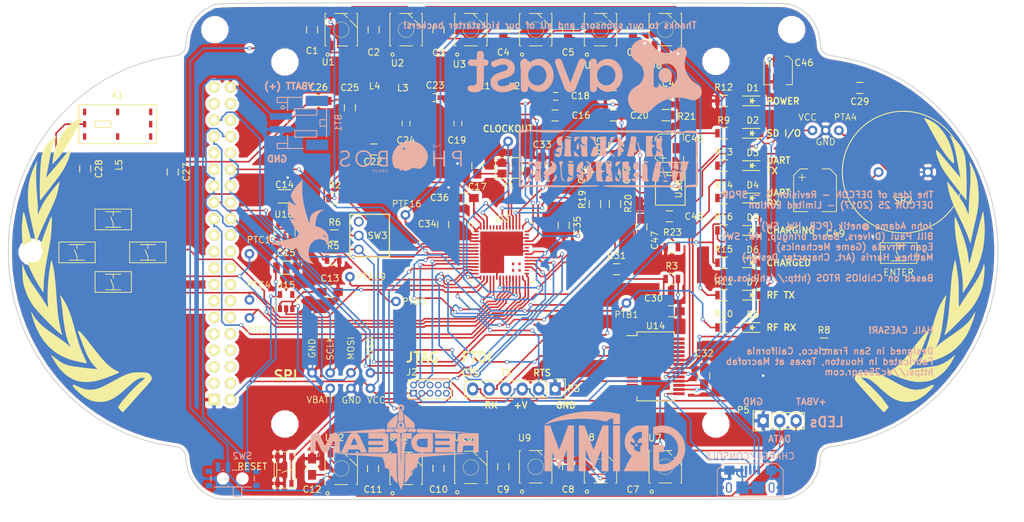
<source format=kicad_pcb>
(kicad_pcb (version 20160815) (host pcbnew "(2016-12-18 revision 3ffa37c)-master")
  (layers (0 F.Cu mixed) (31 B.Cu mixed) (34 B.Paste user) (35 F.Paste user) (36 B.SilkS user) (37 F.SilkS user) (38 B.Mask user) (39 F.Mask user) (44 Edge.Cuts user))
  (net 0 "")
  (net 1 "Net-(A1-Pad1)")
  (net 2 "Net-(A1-Pad3)")
  (net 3 "Net-(A1-Pad8)")
  (net 4 "Net-(A1-Pad6)")
  (net 5 "Net-(A1-Pad7)")
  (net 6 "Net-(A1-Pad2)")
  (net 7 "Net-(A1-Pad5)")
  (net 8 "Net-(A1-Pad4)")
  (net 9 GND)
  (net 10 VBAT)
  (net 11 VUSB)
  (net 12 VR_PA)
  (net 13 LEDS_IN)
  (net 14 "Net-(C19-Pad1)")
  (net 15 "Net-(C20-Pad2)")
  (net 16 "Net-(C21-Pad2)")
  (net 17 VCC)
  (net 18 "Net-(C23-Pad1)")
  (net 19 "Net-(C24-Pad1)")
  (net 20 "Net-(C25-Pad1)")
  (net 21 "Net-(C26-Pad1)")
  (net 22 +3V3)
  (net 23 "Net-(D1-Pad1)")
  (net 24 "Net-(D2-Pad1)")
  (net 25 "Net-(D3-Pad1)")
  (net 26 "Net-(D3-Pad2)")
  (net 27 "Net-(D4-Pad2)")
  (net 28 "Net-(D4-Pad1)")
  (net 29 "Net-(D5-Pad1)")
  (net 30 "Net-(D6-Pad2)")
  (net 31 "Net-(D7-Pad1)")
  (net 32 "Net-(D8-Pad1)")
  (net 33 DEBUG_SWD_DIO)
  (net 34 RESET_TGTMCU)
  (net 35 "Net-(J2-Pad8)")
  (net 36 "Net-(J2-Pad6)")
  (net 37 DEBUG_SWD_CLK)
  (net 38 "Net-(J2-Pad9)")
  (net 39 "Net-(J2-Pad7)")
  (net 40 "Net-(L1-Pad1)")
  (net 41 TILTSENS)
  (net 42 "Net-(P2-Pad39)")
  (net 43 "Net-(P2-Pad38)")
  (net 44 "Net-(P2-Pad37)")
  (net 45 "Net-(P2-Pad36)")
  (net 46 PTB0)
  (net 47 "DISP_SDI(MOSI)")
  (net 48 DISP_SCK)
  (net 49 "DISP_SDO(MISO)")
  (net 50 "Net-(P2-Pad31)")
  (net 51 TOUCH_CS)
  (net 52 "Net-(P2-Pad29)")
  (net 53 "Net-(P2-Pad26)")
  (net 54 DISP_DC)
  (net 55 DISP_CS)
  (net 56 "Net-(P2-Pad22)")
  (net 57 "Net-(P2-Pad21)")
  (net 58 "Net-(P2-Pad20)")
  (net 59 "Net-(P2-Pad19)")
  (net 60 "Net-(P2-Pad18)")
  (net 61 "Net-(P2-Pad17)")
  (net 62 "Net-(P2-Pad16)")
  (net 63 "Net-(P2-Pad15)")
  (net 64 "Net-(P2-Pad14)")
  (net 65 "Net-(P2-Pad13)")
  (net 66 "Net-(P2-Pad12)")
  (net 67 "Net-(P2-Pad11)")
  (net 68 "Net-(P2-Pad10)")
  (net 69 "Net-(P2-Pad9)")
  (net 70 "Net-(P2-Pad8)")
  (net 71 "Net-(P2-Pad7)")
  (net 72 "Net-(P2-Pad6)")
  (net 73 "Net-(P2-Pad5)")
  (net 74 "Net-(P2-Pad4)")
  (net 75 "Net-(P2-Pad3)")
  (net 76 "Net-(P3-Pad6)")
  (net 77 UART_RX)
  (net 78 UART_TX)
  (net 79 UART0_CTS)
  (net 80 "Net-(P4-Pad2)")
  (net 81 "Net-(P4-Pad3)")
  (net 82 PWM_SOUND)
  (net 83 "Net-(R2-Pad2)")
  (net 84 "Net-(R3-Pad1)")
  (net 85 "Net-(R5-Pad1)")
  (net 86 RF_RESET)
  (net 87 PTE16)
  (net 88 "Net-(R15-Pad1)")
  (net 89 "Net-(SW2-Pad3)")
  (net 90 "Net-(U1-PadP$2)")
  (net 91 "Net-(U2-PadP$2)")
  (net 92 "Net-(U3-PadP$2)")
  (net 93 "Net-(U4-PadP$2)")
  (net 94 "Net-(U5-PadP$2)")
  (net 95 "Net-(U6-PadP$2)")
  (net 96 "Net-(U7-PadP$2)")
  (net 97 "Net-(U8-PadP$2)")
  (net 98 "Net-(U10-PadP$4)")
  (net 99 "Net-(U10-PadP$2)")
  (net 100 "Net-(U11-PadP$2)")
  (net 101 "Net-(U13-Pad59)")
  (net 102 "Net-(U13-Pad57)")
  (net 103 "Net-(U13-Pad58)")
  (net 104 "Net-(U13-Pad60)")
  (net 105 CLOCKOUT)
  (net 106 "Net-(U13-Pad53)")
  (net 107 "Net-(U13-Pad52)")
  (net 108 "Net-(U13-Pad51)")
  (net 109 "Net-(U13-Pad50)")
  (net 110 "Net-(U13-Pad41)")
  (net 111 "Net-(U13-Pad37)")
  (net 112 "Net-(U13-Pad30)")
  (net 113 "Net-(U14-Pad28)")
  (net 114 "Net-(U14-Pad27)")
  (net 115 "Net-(U14-Pad24)")
  (net 116 "Net-(U14-Pad14)")
  (net 117 "Net-(U14-Pad13)")
  (net 118 "Net-(U14-Pad12)")
  (net 119 "Net-(U14-Pad10)")
  (net 120 "Net-(U14-Pad9)")
  (net 121 "Net-(U14-Pad8)")
  (net 122 "Net-(U14-Pad6)")
  (net 123 "Net-(U14-Pad4)")
  (net 124 "Net-(U14-Pad2)")
  (net 125 "Net-(U15-Pad4)")
  (net 126 "Net-(C17-Pad1)")
  (net 127 "Net-(C33-Pad1)")
  (net 128 "Net-(P5-Pad2)")
  (net 129 "Net-(SW3-Pad3)")
  (net 130 SWENTER)
  (net 131 SWUP)
  (net 132 SWR)
  (net 133 SWL)
  (net 134 SWDN)
  (net 135 "Net-(C49-PadP$2)")
  (net 136 DIO0)
  (net 137 DACOUT)
  (net 138 "Net-(C45-PadP$1)")
  (net 139 "Net-(C44-Pad1)")
  (net 140 "Net-(C47-Pad1)")
  (net 141 "Net-(C46-PadP$1)")
  (net 142 "Net-(C45-PadP$2)")
  (net 143 "Net-(C47-Pad2)")
  (net 144 "Net-(C43-Pad2)")
  (net 145 "Net-(C42-Pad1)")
  (net 146 "Net-(C42-Pad2)")
  (net 147 "Net-(H5-Pad1)")
  (net 148 "Net-(H6-Pad1)")
  (net 149 "Net-(H1-Pad1)")
  (net 150 "Net-(H2-Pad1)")
  (net 151 "Net-(H3-Pad1)")
  (net 152 "Net-(H4-Pad1)")
  (net 153 "Net-(H7-Pad1)")
  (net 154 PTB1)
  (net 155 VCHG)
  (module logos:urbane_val (layer B.Cu) (at 117.65 84.282 180)
    (fp_text reference G*** hide)
    (fp_text value LOGO hide)
  )
  (module logos:phobos_19mm_x_5.5mm (layer B.Cu) (at 133.18 74.442 180)
    (fp_text reference "" (at 0 0 180) (layer B.SilkS) (effects (justify mirror)))
    (fp_text value "" (at 0 0 180) (layer B.SilkS) (effects (justify mirror)))
  )
  (module jna-parts:mkw01z128-updated (layer F.Cu) (at 148.7778 89.18195)
    (fp_text reference U13 (at 0.0922 -5.24995) (layer F.SilkS) (effects (font (size 1.016 0.762) (thickness 0.127))))
    (fp_text value MKW01Z128 hide)
    (pad "" smd rect (at 0 -1.37) (size 6.604 3.754) (layers F.Cu))
    (pad "" smd rect (at -1.46 1.54) (size 3.6827 3.2385) (layers F.Cu))
    (pad 59 smd rect (at 1.7615 2.7501) (size 0.3556 0.4181) (layers F.Cu F.Paste F.Mask) (net 101 "Net-(U13-Pad59)"))
    (pad 57 smd rect (at 1.7615 1.7501) (size 0.3556 0.4181) (layers F.Cu F.Paste F.Mask) (net 102 "Net-(U13-Pad57)"))
    (pad 58 smd rect (at 2.7615 1.7501) (size 0.3556 0.4181) (layers F.Cu F.Paste F.Mask) (net 103 "Net-(U13-Pad58)"))
    (pad 60 smd rect (at 2.7615 2.7501) (size 0.3556 0.4181) (layers F.Cu F.Paste F.Mask) (net 104 "Net-(U13-Pad60)"))
    (pad 56 smd oval (at -3.2385 -3.8778) (size 0.254 0.7112) (layers F.Cu F.Paste F.Mask) (net 17 VCC))
    (pad 55 smd oval (at -2.7386 -3.8778) (size 0.254 0.7112) (layers F.Cu F.Paste F.Mask) (net 17 VCC))
    (pad 54 smd oval (at -2.2387 -3.8778) (size 0.254 0.7112) (layers F.Cu F.Paste F.Mask) (net 105 CLOCKOUT))
    (pad 53 smd oval (at -1.7388 -3.8778) (size 0.254 0.7112) (layers F.Cu F.Paste F.Mask) (net 106 "Net-(U13-Pad53)"))
    (pad 52 smd oval (at -1.2389 -3.8778) (size 0.254 0.7112) (layers F.Cu F.Paste F.Mask) (net 107 "Net-(U13-Pad52)"))
    (pad 51 smd oval (at -0.739 -3.8778) (size 0.254 0.7112) (layers F.Cu F.Paste F.Mask) (net 108 "Net-(U13-Pad51)"))
    (pad 50 smd oval (at -0.2391 -3.8778) (size 0.254 0.7112) (layers F.Cu F.Paste F.Mask) (net 109 "Net-(U13-Pad50)"))
    (pad 49 smd oval (at 0.2608 -3.8778) (size 0.254 0.7112) (layers F.Cu F.Paste F.Mask) (net 136 DIO0))
    (pad 48 smd oval (at 0.7607 -3.8778) (size 0.254 0.7112) (layers F.Cu F.Paste F.Mask) (net 86 RF_RESET))
    (pad 47 smd oval (at 1.2606 -3.8778) (size 0.254 0.7112) (layers F.Cu F.Paste F.Mask) (net 126 "Net-(C17-Pad1)"))
    (pad 46 smd oval (at 1.7605 -3.8778) (size 0.254 0.7112) (layers F.Cu F.Paste F.Mask) (net 127 "Net-(C33-Pad1)"))
    (pad 45 smd oval (at 2.2604 -3.8778) (size 0.254 0.7112) (layers F.Cu F.Paste F.Mask) (net 15 "Net-(C20-Pad2)"))
    (pad 44 smd oval (at 2.7603 -3.8778) (size 0.254 0.7112) (layers F.Cu F.Paste F.Mask) (net 16 "Net-(C21-Pad2)"))
    (pad 43 smd oval (at 3.2602 -3.8778) (size 0.254 0.7112) (layers F.Cu F.Paste F.Mask) (net 17 VCC))
    (pad 15 smd oval (at -3.2385 3.8778) (size 0.254 0.7112) (layers F.Cu F.Paste F.Mask) (net 105 CLOCKOUT))
    (pad 16 smd oval (at -2.7385 3.8778) (size 0.254 0.7112) (layers F.Cu F.Paste F.Mask) (net 131 SWUP))
    (pad 17 smd oval (at -2.2385 3.8778) (size 0.254 0.7112) (layers F.Cu F.Paste F.Mask) (net 46 PTB0))
    (pad 18 smd oval (at -1.7385 3.8778) (size 0.254 0.7112) (layers F.Cu F.Paste F.Mask) (net 154 PTB1))
    (pad 19 smd oval (at -1.2385 3.8778) (size 0.254 0.7112) (layers F.Cu F.Paste F.Mask) (net 17 VCC))
    (pad 20 smd oval (at -0.7385 3.8778) (size 0.254 0.7112) (layers F.Cu F.Paste F.Mask) (net 9 GND))
    (pad 21 smd oval (at -0.2385 3.8778) (size 0.254 0.7112) (layers F.Cu F.Paste F.Mask) (net 82 PWM_SOUND))
    (pad 22 smd oval (at 0.2615 3.8778) (size 0.254 0.7112) (layers F.Cu F.Paste F.Mask) (net 79 UART0_CTS))
    (pad 23 smd oval (at 0.7615 3.8778) (size 0.254 0.7112) (layers F.Cu F.Paste F.Mask) (net 134 SWDN))
    (pad 24 smd oval (at 1.2615 3.8778) (size 0.254 0.7112) (layers F.Cu F.Paste F.Mask) (net 132 SWR))
    (pad 25 smd oval (at 1.7615 3.8778) (size 0.254 0.7112) (layers F.Cu F.Paste F.Mask) (net 133 SWL))
    (pad 26 smd oval (at 2.2615 3.8778) (size 0.254 0.7112) (layers F.Cu F.Paste F.Mask) (net 136 DIO0))
    (pad 27 smd oval (at 2.7615 3.8778) (size 0.254 0.7112) (layers F.Cu F.Paste F.Mask) (net 55 DISP_CS))
    (pad 28 smd oval (at 3.2615 3.8778) (size 0.254 0.7112) (layers F.Cu F.Paste F.Mask) (net 48 DISP_SCK))
    (pad 1 smd oval (at -3.8778 -3.2499) (size 0.7112 0.254) (layers F.Cu F.Paste F.Mask) (net 17 VCC))
    (pad 2 smd oval (at -3.8778 -2.7499) (size 0.7112 0.254) (layers F.Cu F.Paste F.Mask) (net 9 GND))
    (pad 3 smd oval (at -3.8778 -2.2499) (size 0.7112 0.254) (layers F.Cu F.Paste F.Mask) (net 9 GND))
    (pad 4 smd oval (at -3.8778 -1.7499) (size 0.7112 0.254) (layers F.Cu F.Paste F.Mask) (net 9 GND))
    (pad 5 smd oval (at -3.8778 -1.2499) (size 0.7112 0.254) (layers F.Cu F.Paste F.Mask) (net 87 PTE16))
    (pad 6 smd oval (at -3.8778 -0.7499) (size 0.7112 0.254) (layers F.Cu F.Paste F.Mask) (net 13 LEDS_IN))
    (pad 7 smd oval (at -3.8778 -0.2499) (size 0.7112 0.254) (layers F.Cu F.Paste F.Mask) (net 54 DISP_DC))
    (pad 8 smd oval (at -3.8778 0.2501) (size 0.7112 0.254) (layers F.Cu F.Paste F.Mask) (net 51 TOUCH_CS))
    (pad 9 smd oval (at -3.8778 0.7501) (size 0.7112 0.254) (layers F.Cu F.Paste F.Mask) (net 137 DACOUT))
    (pad 10 smd oval (at -3.8778 1.2501) (size 0.7112 0.254) (layers F.Cu F.Paste F.Mask) (net 37 DEBUG_SWD_CLK))
    (pad 11 smd oval (at -3.8778 1.7501) (size 0.7112 0.254) (layers F.Cu F.Paste F.Mask) (net 33 DEBUG_SWD_DIO))
    (pad 12 smd oval (at -3.8778 2.2501) (size 0.7112 0.254) (layers F.Cu F.Paste F.Mask) (net 130 SWENTER))
    (pad 13 smd oval (at -3.8778 2.7501) (size 0.7112 0.254) (layers F.Cu F.Paste F.Mask) (net 78 UART_TX))
    (pad 14 smd oval (at -3.8778 3.2501) (size 0.7112 0.254) (layers F.Cu F.Paste F.Mask) (net 77 UART_RX))
    (pad 42 smd oval (at 3.8778 -3.2499) (size 0.7112 0.254) (layers F.Cu F.Paste F.Mask) (net 12 VR_PA))
    (pad 41 smd oval (at 3.8778 -2.7499) (size 0.7112 0.254) (layers F.Cu F.Paste F.Mask) (net 110 "Net-(U13-Pad41)"))
    (pad 40 smd oval (at 3.8778 -2.2499) (size 0.7112 0.254) (layers F.Cu F.Paste F.Mask) (net 9 GND))
    (pad 39 smd oval (at 3.8778 -1.7499) (size 0.7112 0.254) (layers F.Cu F.Paste F.Mask) (net 40 "Net-(L1-Pad1)"))
    (pad 38 smd oval (at 3.8778 -1.2499) (size 0.7112 0.254) (layers F.Cu F.Paste F.Mask) (net 9 GND))
    (pad 37 smd oval (at 3.8778 -0.7499) (size 0.7112 0.254) (layers F.Cu F.Paste F.Mask) (net 111 "Net-(U13-Pad37)"))
    (pad 36 smd oval (at 3.8778 -0.2499) (size 0.7112 0.254) (layers F.Cu F.Paste F.Mask) (net 9 GND))
    (pad 35 smd oval (at 3.8778 0.2501) (size 0.7112 0.254) (layers F.Cu F.Paste F.Mask) (net 17 VCC))
    (pad 34 smd oval (at 3.8778 0.7501) (size 0.7112 0.254) (layers F.Cu F.Paste F.Mask) (net 47 "DISP_SDI(MOSI)"))
    (pad 33 smd oval (at 3.8778 1.2501) (size 0.7112 0.254) (layers F.Cu F.Paste F.Mask) (net 34 RESET_TGTMCU))
    (pad 32 smd oval (at 3.8778 1.7501) (size 0.7112 0.254) (layers F.Cu F.Paste F.Mask) (net 49 "DISP_SDO(MISO)"))
    (pad 31 smd oval (at 3.8778 2.2501) (size 0.7112 0.254) (layers F.Cu F.Paste F.Mask) (net 86 RF_RESET))
    (pad 30 smd oval (at 3.8778 2.7501) (size 0.7112 0.254) (layers F.Cu F.Paste F.Mask) (net 112 "Net-(U13-Pad30)"))
    (pad 29 smd oval (at 3.8778 3.2501) (size 0.7112 0.254) (layers F.Cu F.Paste F.Mask) (net 41 TILTSENS))
    (pad 61 smd rect (at -1.5 1.4181) (size 2.87 2.87) (layers F.Cu F.Mask))
    (pad 62 smd rect (at 1.45 -1.55) (size 2.72 2.72) (layers F.Cu F.Mask))
  )
  (module logos:hw_200dpi (layer B.Cu) (at 164.77 74.092 180)
    (fp_text reference "" (at 0 0 180) (layer B.SilkS) (effects (justify mirror)))
    (fp_text value "" (at 0 0 180) (layer B.SilkS) (effects (justify mirror)))
  )
  (module logos:avast_36_11 (layer B.Cu) (at 161.59 61.992 180)
    (fp_text reference G*** hide)
    (fp_text value LOGO hide)
  )
  (module Resistors_SMD:R_0805 (layer F.Cu) (at 175.03 88.362 180)
    (fp_text reference R23 (at -0.1 2.3 180) (layer F.SilkS))
    (fp_text value 10k)
    (pad 2 smd rect (at 0.95 0 180) (size 0.7 1.3) (layers F.Cu F.Paste F.Mask) (net 9 GND))
    (pad 1 smd rect (at -0.95 0 180) (size 0.7 1.3) (layers F.Cu F.Paste F.Mask) (net 143 "Net-(C47-Pad2)"))
  )
  (module Capacitors_SMD:C_0805_HandSoldering (layer F.Cu) (at 163.17 77.152 270)
    (fp_text reference C42 (at 0 2 270) (layer F.SilkS))
    (fp_text value 10uF)
    (pad 1 smd rect (at -1.25 0 270) (size 1.5 1.25) (layers F.Cu F.Paste F.Mask) (net 145 "Net-(C42-Pad1)"))
    (pad 2 smd rect (at 1.25 0 270) (size 1.5 1.25) (layers F.Cu F.Paste F.Mask) (net 146 "Net-(C42-Pad2)"))
  )
  (module logos:grimm_600dpi (layer B.Cu) (at 166.15 121.092 180)
    (fp_text reference "" (at 0 0 180) (layer B.SilkS) (effects (justify mirror)))
    (fp_text value "" (at 0 0 180) (layer B.SilkS) (effects (justify mirror)))
  )
  (module logos:redteam_31_40 (layer B.Cu) (at 132.89 118.432 180)
    (fp_text reference "" (at 0 0 180) (layer B.SilkS) (effects (justify mirror)))
    (fp_text value "" (at 0 0 180) (layer B.SilkS) (effects (justify mirror)))
  )
  (module logos:laurel_right (layer F.Cu) (at 215.278 91)
    (fp_text reference "" (at 0 0) (layer F.SilkS))
    (fp_text value "" (at 0 0) (layer F.SilkS))
  )
  (module logos:laurel (layer F.Cu) (at 82.69 91)
    (fp_text reference "" (at 0 0) (layer F.SilkS))
    (fp_text value "" (at 0 0) (layer F.SilkS))
  )
  (module Pin_Headers:Pin_Header_Straight_1x06 (layer F.Cu) (at 157.03 110.262 270)
    (fp_text reference P3 (at -0.064 -2.876) (layer F.SilkS))
    (fp_text value "FTDI BACKUP")
    (pad 6 thru_hole oval (at 0 12.7 270) (size 2.032 1.7272) (drill 1.016) (layers *.Cu *.Mask) (net 76 "Net-(P3-Pad6)"))
    (pad 5 thru_hole oval (at 0 10.16 270) (size 2.032 1.7272) (drill 1.016) (layers *.Cu *.Mask) (net 77 UART_RX))
    (pad 4 thru_hole oval (at 0 7.62 270) (size 2.032 1.7272) (drill 1.016) (layers *.Cu *.Mask) (net 78 UART_TX))
    (pad 3 thru_hole oval (at 0 5.08 270) (size 2.032 1.7272) (drill 1.016) (layers *.Cu *.Mask) (net 17 VCC))
    (pad 2 thru_hole oval (at 0 2.54 270) (size 2.032 1.7272) (drill 1.016) (layers *.Cu *.Mask) (net 79 UART0_CTS))
    (pad 1 thru_hole rect (at 0 0 270) (size 2.032 1.7272) (drill 1.016) (layers *.Cu *.Mask) (net 9 GND))
  )
  (module Measurement_Points:Measurement_Point_Round-TH_Small (layer F.Cu) (at 109.868 99.276)
    (fp_text reference TP7 hide)
    (fp_text value PTC2)
    (pad 1 thru_hole circle (at 0 0) (size 1.5 1.5) (drill 0.8) (layers *.Cu *.Mask) (net 133 SWL))
  )
  (module Measurement_Points:Measurement_Point_Round-TH_Small (layer F.Cu) (at 168.034 96.99)
    (fp_text reference TP14 hide)
    (fp_text value PTB1)
    (pad 1 thru_hole circle (at 0 0) (size 1.5 1.5) (drill 0.8) (layers *.Cu *.Mask) (net 154 PTB1))
  )
  (module Measurement_Points:Measurement_Point_Round-TH_Small (layer F.Cu) (at 133.93 83.362)
    (fp_text reference TP13 hide)
    (fp_text value PTE16)
    (pad 1 thru_hole circle (at 0 0) (size 1.5 1.5) (drill 0.8) (layers *.Cu *.Mask) (net 87 PTE16))
  )
  (module Measurement_Points:Measurement_Point_Round-TH_Small (layer F.Cu) (at 132.474 96.736)
    (fp_text reference TP12 hide)
    (fp_text value PTB0)
    (pad 1 thru_hole circle (at 0 0) (size 1.5 1.5) (drill 0.8) (layers *.Cu *.Mask) (net 46 PTB0))
  )
  (module Measurement_Points:Measurement_Point_Round-TH_Small (layer F.Cu) (at 109.868 89.37)
    (fp_text reference TP11 hide)
    (fp_text value PTC1)
    (pad 1 thru_hole circle (at 0 0) (size 1.5 1.5) (drill 0.8) (layers *.Cu *.Mask) (net 132 SWR))
  )
  (module Measurement_Points:Measurement_Point_Round-TH_Small (layer F.Cu) (at 125.362 92.926)
    (fp_text reference TP6 hide)
    (fp_text value PTA19)
    (pad 1 thru_hole circle (at 0 0) (size 1.5 1.5) (drill 0.8) (layers *.Cu *.Mask) (net 131 SWUP))
  )
  (module Measurement_Points:Measurement_Point_Round-TH_Small (layer F.Cu) (at 109.868 96.482)
    (fp_text reference TP8 hide)
    (fp_text value PTC4)
    (pad 1 thru_hole circle (at 0 0) (size 1.5 1.5) (drill 0.8) (layers *.Cu *.Mask) (net 134 SWDN))
  )
  (module Capacitors_SMD:C_0805_HandSoldering (layer F.Cu) (at 139.77 84.872 90)
    (fp_text reference C34 (at 0.11 -2.46 180) (layer F.SilkS))
    (fp_text value 0.1uF)
    (pad 2 smd rect (at 1.25 0 90) (size 1.5 1.25) (layers F.Cu F.Paste F.Mask) (net 17 VCC))
    (pad 1 smd rect (at -1.25 0 90) (size 1.5 1.25) (layers F.Cu F.Paste F.Mask) (net 9 GND))
  )
  (module Capacitors_SMD:C_0805_HandSoldering (layer F.Cu) (at 158.355 84.987 270)
    (fp_text reference C35 (at 0 -2.1 270) (layer F.SilkS))
    (fp_text value 0.1uF)
    (pad 1 smd rect (at -1.25 0 270) (size 1.5 1.25) (layers F.Cu F.Paste F.Mask) (net 17 VCC))
    (pad 2 smd rect (at 1.25 0 270) (size 1.5 1.25) (layers F.Cu F.Paste F.Mask) (net 9 GND))
  )
  (module Capacitors_SMD:C_0805_HandSoldering (layer F.Cu) (at 143.24 80.762 180)
    (fp_text reference C36 (at 4.04 0.06 180) (layer F.SilkS))
    (fp_text value 0.1uF)
    (pad 2 smd rect (at 1.25 0 180) (size 1.5 1.25) (layers F.Cu F.Paste F.Mask) (net 9 GND))
    (pad 1 smd rect (at -1.25 0 180) (size 1.5 1.25) (layers F.Cu F.Paste F.Mask) (net 17 VCC))
  )
  (module Capacitors_SMD:C_0603_HandSoldering (layer F.Cu) (at 174.93 64.962)
    (fp_text reference C44 (at 0 -1.9) (layer F.SilkS))
    (fp_text value 0.01uF)
    (pad 2 smd rect (at 0.95 0) (size 1.2 0.75) (layers F.Cu F.Paste F.Mask) (net 9 GND))
    (pad 1 smd rect (at -0.95 0) (size 1.2 0.75) (layers F.Cu F.Paste F.Mask) (net 139 "Net-(C44-Pad1)"))
  )
  (module Capacitors_SMD:C_0603_HandSoldering (layer F.Cu) (at 134.03 69.262 270)
    (fp_text reference C24 (at 2.582 0.032) (layer F.SilkS))
    (fp_text value 7.5pF)
    (pad 1 smd rect (at -0.95 0 270) (size 1.2 0.75) (layers F.Cu F.Paste F.Mask) (net 19 "Net-(C24-Pad1)"))
    (pad 2 smd rect (at 0.95 0 270) (size 1.2 0.75) (layers F.Cu F.Paste F.Mask) (net 9 GND))
  )
  (module Capacitors_SMD:C_0603_HandSoldering (layer F.Cu) (at 138.53 65.262)
    (fp_text reference C23 (at 0 -1.9) (layer F.SilkS))
    (fp_text value 6.8pF)
    (pad 2 smd rect (at 0.95 0) (size 1.2 0.75) (layers F.Cu F.Paste F.Mask) (net 14 "Net-(C19-Pad1)"))
    (pad 1 smd rect (at -0.95 0) (size 1.2 0.75) (layers F.Cu F.Paste F.Mask) (net 18 "Net-(C23-Pad1)"))
  )
  (module Capacitors_SMD:C_0603_HandSoldering (layer F.Cu) (at 142.03 69.262 270)
    (fp_text reference C19 (at 2.582 0.158) (layer F.SilkS))
    (fp_text value 2pF)
    (pad 1 smd rect (at -0.95 0 270) (size 1.2 0.75) (layers F.Cu F.Paste F.Mask) (net 14 "Net-(C19-Pad1)"))
    (pad 2 smd rect (at 0.95 0 270) (size 1.2 0.75) (layers F.Cu F.Paste F.Mask) (net 9 GND))
  )
  (module Capacitors_SMD:C_0603_HandSoldering (layer F.Cu) (at 157.13 65.062)
    (fp_text reference C18 (at 3.792 -0.076) (layer F.SilkS))
    (fp_text value 0.01uF)
    (pad 2 smd rect (at 0.95 0) (size 1.2 0.75) (layers F.Cu F.Paste F.Mask) (net 9 GND))
    (pad 1 smd rect (at -0.95 0) (size 1.2 0.75) (layers F.Cu F.Paste F.Mask) (net 12 VR_PA))
  )
  (module Mounting_Holes:MountingHole_3.2mm_M3_DIN965 (layer F.Cu) (at 76.34 89.116)
    (fp_text reference H7 hide)
    (fp_text value CONN_01X01)
    (pad 1 np_thru_hole circle (at 0 0) (size 3.2 3.2) (drill 3.2) (layers *.Cu *.Mask) (net 153 "Net-(H7-Pad1)"))
  )
  (module MF_Connectors:MF_Connectors-MICROUSB-RIGHT (layer B.Cu) (at 187.13 124.062 180)
    (fp_text reference P4 hide)
    (fp_text value CHARGE/CONSOLE (at 0.07 3.43 180) (layer B.SilkS) (effects (font (size 1.016 1.016) (thickness 0.1524)) (justify mirror)))
    (pad 1 smd rect (at -1.29794 1.27) (size 0.39878 1.34874) (layers B.Cu B.Paste B.Mask) (net 11 VUSB) (clearance 0.127))
    (pad 2 smd rect (at -0.6477 1.27) (size 0.39878 1.34874) (layers B.Cu B.Paste B.Mask) (net 80 "Net-(P4-Pad2)") (clearance 0.127))
    (pad 3 smd rect (at 0 1.27) (size 0.39878 1.34874) (layers B.Cu B.Paste B.Mask) (net 81 "Net-(P4-Pad3)") (clearance 0.127))
    (pad 4 smd rect (at 0.6477 1.27) (size 0.39878 1.34874) (layers B.Cu B.Paste B.Mask) (net 9 GND) (clearance 0.127))
    (pad 5 smd rect (at 1.29794 1.27) (size 0.39878 1.34874) (layers B.Cu B.Paste B.Mask) (net 9 GND) (clearance 0.127))
    (pad S1 smd oval (at -3.29946 -1.39954) (size 0.89916 1.59766) (layers B.Cu B.Paste B.Mask) (net 9 GND))
    (pad S2 smd oval (at 3.29946 -1.39954) (size 0.89916 1.59766) (layers B.Cu B.Paste B.Mask) (net 9 GND))
    (pad S3 smd rect (at -3.19786 1.27 90) (size 1.39954 1.59766) (layers B.Cu B.Paste B.Mask) (net 9 GND))
    (pad S4 smd rect (at 3.19786 1.27 90) (size 1.39954 1.59766) (layers B.Cu B.Paste B.Mask) (net 9 GND))
    (pad S5 smd rect (at -1.19888 -1.40462 180) (size 1.89992 1.89992) (layers B.Cu B.Paste B.Mask) (net 9 GND))
    (pad S6 smd rect (at 1.19888 -1.40462 180) (size 1.89992 1.89992) (layers B.Cu B.Paste B.Mask) (net 9 GND))
    (pad S7 smd oval (at -3.29946 -1.39954) (size 0.89916 1.59766) (layers F.Cu F.Mask))
    (pad S8 smd oval (at 3.29946 -1.39954) (size 0.89916 1.59766) (layers F.Cu F.Mask))
    (pad SLOT thru_hole oval (at -3.3 -1.4 180) (size 0.5 1.2) (drill oval 0.5 1.2) (layers *.Cu *.Mask) (clearance 0.000003))
    (pad SLOT thru_hole oval (at 3.3 -1.4 180) (size 0.5 1.2) (drill oval 0.5 1.2) (layers *.Cu *.Mask) (clearance 0.000003))
  )
  (module Capacitors_SMD:C_0805_HandSoldering (layer F.Cu) (at 174.65 83.592 180)
    (fp_text reference C48 (at -3.8 0 180) (layer F.SilkS))
    (fp_text value 10uF)
    (pad 2 smd rect (at 1.25 0 180) (size 1.5 1.25) (layers F.Cu F.Paste F.Mask) (net 9 GND))
    (pad 1 smd rect (at -1.25 0 180) (size 1.5 1.25) (layers F.Cu F.Paste F.Mask) (net 10 VBAT))
  )
  (module Capacitors_SMD:C_0805_HandSoldering (layer F.Cu) (at 170.32 85.212 270)
    (fp_text reference C47 (at 2.08 -2.08 270) (layer F.SilkS))
    (fp_text value .047uF)
    (pad 2 smd rect (at 1.25 0 270) (size 1.5 1.25) (layers F.Cu F.Paste F.Mask) (net 143 "Net-(C47-Pad2)"))
    (pad 1 smd rect (at -1.25 0 270) (size 1.5 1.25) (layers F.Cu F.Paste F.Mask) (net 140 "Net-(C47-Pad1)"))
  )
  (module Capacitors_SMD:C_0805_HandSoldering (layer F.Cu) (at 166.22 77.242 270)
    (fp_text reference C43 (at -0.06 -1.86 270) (layer F.SilkS))
    (fp_text value 10uF)
    (pad 2 smd rect (at 1.25 0 270) (size 1.5 1.25) (layers F.Cu F.Paste F.Mask) (net 144 "Net-(C43-Pad2)"))
    (pad 1 smd rect (at -1.25 0 270) (size 1.5 1.25) (layers F.Cu F.Paste F.Mask) (net 145 "Net-(C42-Pad1)"))
  )
  (module MF_Passives:MF_Passives-CP4MM (layer F.Cu) (at 174.65 73.072 270)
    (fp_text reference C45 (at -1.482 -3.798) (layer F.SilkS) (effects (font (size 1.016 1.016) (thickness 0.1524))))
    (fp_text value 10uF hide)
    (pad P$1 smd rect (at 0 1.74752) (size 2.49936 1.59766) (layers F.Cu F.Paste F.Mask) (net 138 "Net-(C45-PadP$1)"))
    (pad P$2 smd rect (at 0 -1.74752) (size 2.49936 1.59766) (layers F.Cu F.Paste F.Mask) (net 142 "Net-(C45-PadP$2)"))
  )
  (module MF_Passives:MF_Passives-CP4MM (layer F.Cu) (at 191.43 61.062 180)
    (fp_text reference C46 (at -4 1.2 180) (layer F.SilkS) (effects (font (size 1.016 1.016) (thickness 0.1524))))
    (fp_text value 10uF hide)
    (pad P$2 smd rect (at 0 -1.74752 270) (size 2.49936 1.59766) (layers F.Cu F.Paste F.Mask) (net 9 GND))
    (pad P$1 smd rect (at 0 1.74752 270) (size 2.49936 1.59766) (layers F.Cu F.Paste F.Mask) (net 141 "Net-(C46-PadP$1)"))
  )
  (module MF_Passives:MF_Passives-CP6.3MM (layer F.Cu) (at 197.13 79.562 180)
    (fp_text reference C49 (at -3.15 -6.7 180) (layer F.SilkS) (effects (font (size 1.016 1.016) (thickness 0.1524))))
    (fp_text value 100uF hide)
    (pad P$1 smd rect (at 0 2.69748 270) (size 3.19786 1.59766) (layers F.Cu F.Paste F.Mask) (net 140 "Net-(C47-Pad1)"))
    (pad P$2 smd rect (at 0 -2.69748 270) (size 3.19786 1.59766) (layers F.Cu F.Paste F.Mask) (net 135 "Net-(C49-PadP$2)"))
  )
  (module Measurement_Points:Measurement_Point_Round-TH_Small (layer F.Cu) (at 128.53 110.162)
    (fp_text reference TP3 hide)
    (fp_text value VCC)
    (pad 1 thru_hole circle (at 0 0) (size 1.5 1.5) (drill 0.8) (layers *.Cu *.Mask) (net 17 VCC))
  )
  (module Measurement_Points:Measurement_Point_Round-TH_Small (layer F.Cu) (at 128.53 107.762)
    (fp_text reference TP20 hide)
    (fp_text value SPI_CH1_MISO)
    (pad 1 thru_hole circle (at 0 0) (size 1.5 1.5) (drill 0.8) (layers *.Cu *.Mask) (net 49 "DISP_SDO(MISO)"))
  )
  (module Measurement_Points:Measurement_Point_Round-TH_Small (layer F.Cu) (at 125.53 110.162)
    (fp_text reference TP10 hide)
    (fp_text value GND)
    (pad 1 thru_hole circle (at 0 0) (size 1.5 1.5) (drill 0.8) (layers *.Cu *.Mask) (net 9 GND))
  )
  (module Measurement_Points:Measurement_Point_Round-TH_Small (layer F.Cu) (at 196.736 70.32)
    (fp_text reference TP9 hide)
    (fp_text value VCC)
    (pad 1 thru_hole circle (at 0 0) (size 1.5 1.5) (drill 0.8) (layers *.Cu *.Mask) (net 17 VCC))
  )
  (module Measurement_Points:Measurement_Point_Round-TH_Small (layer F.Cu) (at 200.8 70.32)
    (fp_text reference TP1 hide)
    (fp_text value PTA4)
    (pad 1 thru_hole circle (at 0 0) (size 1.5 1.5) (drill 0.8) (layers *.Cu *.Mask) (net 130 SWENTER))
  )
  (module Measurement_Points:Measurement_Point_Round-TH_Small (layer F.Cu) (at 198.768 70.32)
    (fp_text reference TP2 hide)
    (fp_text value GND)
    (pad 1 thru_hole circle (at 0 0) (size 1.5 1.5) (drill 0.8) (layers *.Cu *.Mask) (net 9 GND))
  )
  (module Measurement_Points:Measurement_Point_Round-TH_Small (layer F.Cu) (at 125.53 107.762)
    (fp_text reference TP19 hide)
    (fp_text value SPI_CH1_MOSI)
    (pad 1 thru_hole circle (at 0 0) (size 1.5 1.5) (drill 0.8) (layers *.Cu *.Mask) (net 47 "DISP_SDI(MOSI)"))
  )
  (module Measurement_Points:Measurement_Point_Round-TH_Small (layer F.Cu) (at 122.33 110.162)
    (fp_text reference TP4 hide)
    (fp_text value VBAT)
    (pad 1 thru_hole circle (at 0 0) (size 1.5 1.5) (drill 0.8) (layers *.Cu *.Mask) (net 10 VBAT))
  )
  (module Measurement_Points:Measurement_Point_Round-TH_Small (layer F.Cu) (at 149.78 72.012)
    (fp_text reference TP18 hide)
    (fp_text value CLOCKOUT)
    (pad 1 thru_hole circle (at 0 0) (size 1.5 1.5) (drill 0.8) (layers *.Cu *.Mask) (net 105 CLOCKOUT))
  )
  (module Measurement_Points:Measurement_Point_Round-TH_Small (layer F.Cu) (at 122.33 107.762)
    (fp_text reference TP17 hide)
    (fp_text value SPI_CH1_SCLK)
    (pad 1 thru_hole circle (at 0 0) (size 1.5 1.5) (drill 0.8) (layers *.Cu *.Mask) (net 48 DISP_SCK))
  )
  (module Measurement_Points:Measurement_Point_Round-TH_Small (layer F.Cu) (at 119.53 107.762)
    (fp_text reference TP5 hide)
    (fp_text value GND)
    (pad 1 thru_hole circle (at 0 0) (size 1.5 1.5) (drill 0.8) (layers *.Cu *.Mask) (net 9 GND))
  )
  (module Resistors_SMD:R_0805 (layer F.Cu) (at 163.17 81.712 270)
    (fp_text reference R19 (at -0.73 1.96 270) (layer F.SilkS))
    (fp_text value 1k)
    (pad 1 smd rect (at -0.95 0 270) (size 0.7 1.3) (layers F.Cu F.Paste F.Mask) (net 146 "Net-(C42-Pad2)"))
    (pad 2 smd rect (at 0.95 0 270) (size 0.7 1.3) (layers F.Cu F.Paste F.Mask) (net 82 PWM_SOUND))
  )
  (module Resistors_SMD:R_0805 (layer F.Cu) (at 166.17 72.742 90)
    (fp_text reference R22 (at 0 -2.1 90) (layer F.SilkS))
    (fp_text value 1k)
    (pad 1 smd rect (at -0.95 0 90) (size 0.7 1.3) (layers F.Cu F.Paste F.Mask) (net 139 "Net-(C44-Pad1)"))
    (pad 2 smd rect (at 0.95 0 90) (size 0.7 1.3) (layers F.Cu F.Paste F.Mask) (net 9 GND))
  )
  (module Resistors_SMD:R_0805 (layer F.Cu) (at 174.13 67.962)
    (fp_text reference R21 (at 3.2 0.2) (layer F.SilkS))
    (fp_text value 100k)
    (pad 2 smd rect (at 0.95 0) (size 0.7 1.3) (layers F.Cu F.Paste F.Mask) (net 145 "Net-(C42-Pad1)"))
    (pad 1 smd rect (at -0.95 0) (size 0.7 1.3) (layers F.Cu F.Paste F.Mask) (net 139 "Net-(C44-Pad1)"))
  )
  (module Resistors_SMD:R_0805 (layer F.Cu) (at 166.27 81.692 270)
    (fp_text reference R20 (at -0.1 -2.03 270) (layer F.SilkS))
    (fp_text value 1k)
    (pad 2 smd rect (at 0.95 0 270) (size 0.7 1.3) (layers F.Cu F.Paste F.Mask) (net 137 DACOUT))
    (pad 1 smd rect (at -0.95 0 270) (size 0.7 1.3) (layers F.Cu F.Paste F.Mask) (net 144 "Net-(C43-Pad2)"))
  )
  (module SMD_Packages:SOIC-8-N (layer F.Cu) (at 174.8 79.322 270)
    (fp_text reference U18 (at 0 -1.27 270) (layer F.SilkS))
    (fp_text value LM386)
    (pad 1 smd rect (at -1.905 3.175 270) (size 0.508 1.143) (layers F.Cu F.Paste F.Mask) (net 138 "Net-(C45-PadP$1)"))
    (pad 2 smd rect (at -0.635 3.175 270) (size 0.508 1.143) (layers F.Cu F.Paste F.Mask) (net 9 GND))
    (pad 3 smd rect (at 0.635 3.175 270) (size 0.508 1.143) (layers F.Cu F.Paste F.Mask) (net 139 "Net-(C44-Pad1)"))
    (pad 4 smd rect (at 1.905 3.175 270) (size 0.508 1.143) (layers F.Cu F.Paste F.Mask) (net 9 GND))
    (pad 5 smd rect (at 1.905 -3.175 270) (size 0.508 1.143) (layers F.Cu F.Paste F.Mask) (net 140 "Net-(C47-Pad1)"))
    (pad 6 smd rect (at 0.635 -3.175 270) (size 0.508 1.143) (layers F.Cu F.Paste F.Mask) (net 10 VBAT))
    (pad 7 smd rect (at -0.635 -3.175 270) (size 0.508 1.143) (layers F.Cu F.Paste F.Mask) (net 141 "Net-(C46-PadP$1)"))
    (pad 8 smd rect (at -1.905 -3.175 270) (size 0.508 1.143) (layers F.Cu F.Paste F.Mask) (net 142 "Net-(C45-PadP$2)"))
  )
  (module jna-parts:SPEAKER_AST_01708MR_R (layer F.Cu) (at 210.73 76.762)
    (fp_text reference SP2 (at 0 4.4) (layer F.SilkS))
    (fp_text value "MODEL TBD")
    (pad 1 thru_hole circle (at -3.8 0) (size 1.524 1.524) (drill 0.9) (layers *.Cu *.Mask) (net 135 "Net-(C49-PadP$2)"))
    (pad 2 thru_hole circle (at 3.8 0) (size 1.524 1.524) (drill 0.9) (layers *.Cu *.Mask) (net 9 GND))
  )
  (module jna-parts:Crystal_EXS00A-CS02368 (layer F.Cu) (at 149.93 76.162)
    (fp_text reference Y1 (at -0.15 2.6) (layer F.SilkS))
    (fp_text value EXS00A-CS02368)
    (pad 4 smd rect (at -1.1 -0.8) (size 1.4 1.2) (layers F.Cu F.Paste F.Mask) (net 9 GND))
    (pad 3 smd rect (at 1.1 -0.8) (size 1.4 1.2) (layers F.Cu F.Paste F.Mask) (net 127 "Net-(C33-Pad1)"))
    (pad 2 smd rect (at 1.1 0.8) (size 1.4 1.2) (layers F.Cu F.Paste F.Mask) (net 9 GND))
    (pad 1 smd rect (at -1.1 0.8) (size 1.4 1.2) (layers F.Cu F.Paste F.Mask) (net 126 "Net-(C17-Pad1)"))
  )
  (module jna-parts:Antenna_Wurth_7488910092 (layer F.Cu) (at 89.53 69.362 180)
    (fp_text reference A1 (at 0 4.5 180) (layer F.SilkS))
    (fp_text value 7488910092_ANTENNA)
    (pad 1 smd rect (at 5.1 -1.9 180) (size 0.5 1) (layers F.Cu F.Paste F.Mask) (net 1 "Net-(A1-Pad1)"))
    (pad 3 smd rect (at 5.1 1.9 180) (size 0.5 1) (layers F.Cu F.Paste F.Mask) (net 2 "Net-(A1-Pad3)"))
    (pad 8 smd rect (at -5.1 1.9 180) (size 0.5 1) (layers F.Cu F.Paste F.Mask) (net 3 "Net-(A1-Pad8)"))
    (pad 6 smd rect (at -5.1 -1.9 180) (size 0.5 1) (layers F.Cu F.Paste F.Mask) (net 4 "Net-(A1-Pad6)"))
    (pad 7 smd rect (at -5.1 0 180) (size 0.5 1) (layers F.Cu F.Paste F.Mask) (net 5 "Net-(A1-Pad7)"))
    (pad 2 smd rect (at 5.1 0 180) (size 0.5 1) (layers F.Cu F.Paste F.Mask) (net 6 "Net-(A1-Pad2)"))
    (pad 5 smd rect (at 0 1.9 180) (size 0.5 1) (layers F.Cu F.Paste F.Mask) (net 7 "Net-(A1-Pad5)"))
    (pad 4 smd rect (at 0 -1.9 180) (size 0.5 1) (layers F.Cu F.Paste F.Mask) (net 8 "Net-(A1-Pad4)"))
  )
  (module Connectors_JST:JST_PH_S2B-PH-SM4-TB_02x2.00mm_Angled (layer B.Cu) (at 117.53 69.162 270)
    (fp_text reference BT1 (at -0.02 -6.06 90) (layer B.SilkS) (effects (justify mirror)))
    (fp_text value "Battery 3.7v 1200mAh")
    (pad "" smd rect (at 3.4 -2.775 270) (size 1.6 3.4) (layers B.Cu B.Paste B.Mask))
    (pad "" smd rect (at -3.4 -2.775 270) (size 1.6 3.4) (layers B.Cu B.Paste B.Mask))
    (pad 2 smd rect (at 1 2.775 270) (size 1 3.5) (layers B.Cu B.Paste B.Mask) (net 9 GND))
    (pad 1 smd rect (at -1 2.775 270) (size 1 3.5) (layers B.Cu B.Paste B.Mask) (net 155 VCHG))
  )
  (module Pin_Headers:Pin_Header_Straight_2x05_Pitch1.27mm (layer F.Cu) (at 135.18 110.912 90)
    (fp_text reference J2 (at 3.25 -0.25) (layer F.SilkS))
    (fp_text value JTAG)
    (pad 2 thru_hole circle (at 1.27 0 90) (size 1.05 1.05) (drill 0.65) (layers *.Cu *.Mask) (net 33 DEBUG_SWD_DIO))
    (pad 10 thru_hole circle (at 1.27 5.08 90) (size 1.05 1.05) (drill 0.65) (layers *.Cu *.Mask) (net 34 RESET_TGTMCU))
    (pad 8 thru_hole circle (at 1.27 3.81 90) (size 1.05 1.05) (drill 0.65) (layers *.Cu *.Mask) (net 35 "Net-(J2-Pad8)"))
    (pad 6 thru_hole circle (at 1.27 2.54 90) (size 1.05 1.05) (drill 0.65) (layers *.Cu *.Mask) (net 36 "Net-(J2-Pad6)"))
    (pad 4 thru_hole circle (at 1.27 1.27 90) (size 1.05 1.05) (drill 0.65) (layers *.Cu *.Mask) (net 37 DEBUG_SWD_CLK))
    (pad 9 thru_hole circle (at 0 5.08 90) (size 1.05 1.05) (drill 0.65) (layers *.Cu *.Mask) (net 38 "Net-(J2-Pad9)"))
    (pad 7 thru_hole circle (at 0 3.81 90) (size 1.05 1.05) (drill 0.65) (layers *.Cu *.Mask) (net 39 "Net-(J2-Pad7)"))
    (pad 5 thru_hole circle (at 0 2.54 90) (size 1.05 1.05) (drill 0.65) (layers *.Cu *.Mask) (net 9 GND))
    (pad 3 thru_hole circle (at 0 1.27 90) (size 1.05 1.05) (drill 0.65) (layers *.Cu *.Mask) (net 9 GND))
    (pad 1 thru_hole rect (at 0 0 90) (size 1.05 1.05) (drill 0.65) (layers *.Cu *.Mask) (net 17 VCC))
  )
  (module jna-parts:IDC_HEADER_FEMALE (layer F.Cu) (at 104.4 111.9 90)
    (fp_text reference P2 hide)
    (fp_text value CONN_02X20)
    (pad 40 thru_hole oval (at 48.26 2.54 90) (size 1.7272 1.7272) (drill 1.016) (layers *.Cu *.Mask F.SilkS) (net 9 GND))
    (pad 39 thru_hole oval (at 48.26 0 90) (size 1.7272 1.7272) (drill 1.016) (layers *.Cu *.Mask F.SilkS) (net 42 "Net-(P2-Pad39)"))
    (pad 38 thru_hole oval (at 45.72 2.54 90) (size 1.7272 1.7272) (drill 1.016) (layers *.Cu *.Mask F.SilkS) (net 43 "Net-(P2-Pad38)"))
    (pad 37 thru_hole oval (at 45.72 0 90) (size 1.7272 1.7272) (drill 1.016) (layers *.Cu *.Mask F.SilkS) (net 44 "Net-(P2-Pad37)"))
    (pad 36 thru_hole oval (at 43.18 2.54 90) (size 1.7272 1.7272) (drill 1.016) (layers *.Cu *.Mask F.SilkS) (net 45 "Net-(P2-Pad36)"))
    (pad 35 thru_hole oval (at 43.18 0 90) (size 1.7272 1.7272) (drill 1.016) (layers *.Cu *.Mask F.SilkS) (net 46 PTB0))
    (pad 34 thru_hole oval (at 40.64 2.54 90) (size 1.7272 1.7272) (drill 1.016) (layers *.Cu *.Mask F.SilkS) (net 47 "DISP_SDI(MOSI)"))
    (pad 33 thru_hole oval (at 40.64 0 90) (size 1.7272 1.7272) (drill 1.016) (layers *.Cu *.Mask F.SilkS) (net 48 DISP_SCK))
    (pad 32 thru_hole oval (at 38.1 2.54 90) (size 1.7272 1.7272) (drill 1.016) (layers *.Cu *.Mask F.SilkS) (net 49 "DISP_SDO(MISO)"))
    (pad 31 thru_hole oval (at 38.1 0 90) (size 1.7272 1.7272) (drill 1.016) (layers *.Cu *.Mask F.SilkS) (net 50 "Net-(P2-Pad31)"))
    (pad 30 thru_hole oval (at 35.56 2.54 90) (size 1.7272 1.7272) (drill 1.016) (layers *.Cu *.Mask F.SilkS) (net 51 TOUCH_CS))
    (pad 29 thru_hole oval (at 35.56 0 90) (size 1.7272 1.7272) (drill 1.016) (layers *.Cu *.Mask F.SilkS) (net 52 "Net-(P2-Pad29)"))
    (pad 28 thru_hole oval (at 33.02 2.54 90) (size 1.7272 1.7272) (drill 1.016) (layers *.Cu *.Mask F.SilkS) (net 49 "DISP_SDO(MISO)"))
    (pad 27 thru_hole oval (at 33.02 0 90) (size 1.7272 1.7272) (drill 1.016) (layers *.Cu *.Mask F.SilkS) (net 47 "DISP_SDI(MOSI)"))
    (pad 26 thru_hole oval (at 30.48 2.54 90) (size 1.7272 1.7272) (drill 1.016) (layers *.Cu *.Mask F.SilkS) (net 53 "Net-(P2-Pad26)"))
    (pad 25 thru_hole oval (at 30.48 0 90) (size 1.7272 1.7272) (drill 1.016) (layers *.Cu *.Mask F.SilkS) (net 54 DISP_DC))
    (pad 24 thru_hole oval (at 27.94 2.54 90) (size 1.7272 1.7272) (drill 1.016) (layers *.Cu *.Mask F.SilkS) (net 48 DISP_SCK))
    (pad 23 thru_hole oval (at 27.94 0 90) (size 1.7272 1.7272) (drill 1.016) (layers *.Cu *.Mask F.SilkS) (net 55 DISP_CS))
    (pad 22 thru_hole oval (at 25.4 2.54 90) (size 1.7272 1.7272) (drill 1.016) (layers *.Cu *.Mask F.SilkS) (net 56 "Net-(P2-Pad22)"))
    (pad 21 thru_hole oval (at 25.4 0 90) (size 1.7272 1.7272) (drill 1.016) (layers *.Cu *.Mask F.SilkS) (net 57 "Net-(P2-Pad21)"))
    (pad 20 thru_hole oval (at 22.86 2.54 90) (size 1.7272 1.7272) (drill 1.016) (layers *.Cu *.Mask F.SilkS) (net 58 "Net-(P2-Pad20)"))
    (pad 19 thru_hole oval (at 22.86 0 90) (size 1.7272 1.7272) (drill 1.016) (layers *.Cu *.Mask F.SilkS) (net 59 "Net-(P2-Pad19)"))
    (pad 18 thru_hole oval (at 20.32 2.54 90) (size 1.7272 1.7272) (drill 1.016) (layers *.Cu *.Mask F.SilkS) (net 60 "Net-(P2-Pad18)"))
    (pad 17 thru_hole oval (at 20.32 0 90) (size 1.7272 1.7272) (drill 1.016) (layers *.Cu *.Mask F.SilkS) (net 61 "Net-(P2-Pad17)"))
    (pad 16 thru_hole oval (at 17.78 2.54 90) (size 1.7272 1.7272) (drill 1.016) (layers *.Cu *.Mask F.SilkS) (net 62 "Net-(P2-Pad16)"))
    (pad 15 thru_hole oval (at 17.78 0 90) (size 1.7272 1.7272) (drill 1.016) (layers *.Cu *.Mask F.SilkS) (net 63 "Net-(P2-Pad15)"))
    (pad 14 thru_hole oval (at 15.24 2.54 90) (size 1.7272 1.7272) (drill 1.016) (layers *.Cu *.Mask F.SilkS) (net 64 "Net-(P2-Pad14)"))
    (pad 13 thru_hole oval (at 15.24 0 90) (size 1.7272 1.7272) (drill 1.016) (layers *.Cu *.Mask F.SilkS) (net 65 "Net-(P2-Pad13)"))
    (pad 12 thru_hole oval (at 12.7 2.54 90) (size 1.7272 1.7272) (drill 1.016) (layers *.Cu *.Mask F.SilkS) (net 66 "Net-(P2-Pad12)"))
    (pad 11 thru_hole oval (at 12.7 0 90) (size 1.7272 1.7272) (drill 1.016) (layers *.Cu *.Mask F.SilkS) (net 67 "Net-(P2-Pad11)"))
    (pad 10 thru_hole oval (at 10.16 2.54 90) (size 1.7272 1.7272) (drill 1.016) (layers *.Cu *.Mask F.SilkS) (net 68 "Net-(P2-Pad10)"))
    (pad 9 thru_hole oval (at 10.16 0 90) (size 1.7272 1.7272) (drill 1.016) (layers *.Cu *.Mask F.SilkS) (net 69 "Net-(P2-Pad9)"))
    (pad 8 thru_hole oval (at 7.62 2.54 90) (size 1.7272 1.7272) (drill 1.016) (layers *.Cu *.Mask F.SilkS) (net 70 "Net-(P2-Pad8)"))
    (pad 7 thru_hole oval (at 7.62 0 90) (size 1.7272 1.7272) (drill 1.016) (layers *.Cu *.Mask F.SilkS) (net 71 "Net-(P2-Pad7)"))
    (pad 6 thru_hole oval (at 5.08 2.54 90) (size 1.7272 1.7272) (drill 1.016) (layers *.Cu *.Mask F.SilkS) (net 72 "Net-(P2-Pad6)"))
    (pad 5 thru_hole oval (at 5.08 0 90) (size 1.7272 1.7272) (drill 1.016) (layers *.Cu *.Mask F.SilkS) (net 73 "Net-(P2-Pad5)"))
    (pad 4 thru_hole oval (at 2.54 2.54 90) (size 1.7272 1.7272) (drill 1.016) (layers *.Cu *.Mask F.SilkS) (net 74 "Net-(P2-Pad4)"))
    (pad 3 thru_hole oval (at 2.54 0 90) (size 1.7272 1.7272) (drill 1.016) (layers *.Cu *.Mask F.SilkS) (net 75 "Net-(P2-Pad3)"))
    (pad 2 thru_hole oval (at 0 2.54 90) (size 1.7272 1.7272) (drill 1.016) (layers *.Cu *.Mask F.SilkS) (net 17 VCC))
    (pad 1 thru_hole rect (at 0 0 90) (size 1.7272 1.7272) (drill 1.016) (layers *.Cu *.Mask F.SilkS) (net 9 GND))
  )
  (module Buttons_Switches_SMD:SW_SPDT_PCM12 (layer B.Cu) (at 107.28 123.762 180)
    (fp_text reference SW2 (at -1.5 3.175 180) (layer B.SilkS) (effects (justify mirror)))
    (fp_text value POWERON)
    (pad "" smd rect (at -3.65 0.775 180) (size 1 0.8) (layers B.Cu B.Paste B.Mask))
    (pad "" smd rect (at 3.65 0.775 180) (size 1 0.8) (layers B.Cu B.Paste B.Mask))
    (pad "" smd rect (at 3.65 -1.425 180) (size 1 0.8) (layers B.Cu B.Paste B.Mask))
    (pad "" smd rect (at -3.65 -1.425 180) (size 1 0.8) (layers B.Cu B.Paste B.Mask))
    (pad 3 smd rect (at 2.25 1.425 180) (size 0.7 1.5) (layers B.Cu B.Paste B.Mask) (net 89 "Net-(SW2-Pad3)"))
    (pad 2 smd rect (at 0.75 1.425 180) (size 0.7 1.5) (layers B.Cu B.Paste B.Mask) (net 10 VBAT))
    (pad 1 smd rect (at -2.25 1.425 180) (size 0.7 1.5) (layers B.Cu B.Paste B.Mask) (net 155 VCHG))
    (pad "" np_thru_hole circle (at 1.5 -0.325 180) (size 0.9 0.9) (drill 0.9) (layers *.Cu *.Mask))
    (pad "" np_thru_hole circle (at -1.5 -0.325 180) (size 0.9 0.9) (drill 0.9) (layers *.Cu *.Mask))
  )
  (module Housings_SSOP:SSOP-28_5.3x10.2mm_Pitch0.65mm (layer F.Cu) (at 172.53 106.762)
    (fp_text reference U14 (at 0 -6.25) (layer F.SilkS))
    (fp_text value "FT232RL SSOP")
    (pad 28 smd rect (at 3.6 -4.225) (size 1.75 0.45) (layers F.Cu F.Paste F.Mask) (net 113 "Net-(U14-Pad28)"))
    (pad 27 smd rect (at 3.6 -3.575) (size 1.75 0.45) (layers F.Cu F.Paste F.Mask) (net 114 "Net-(U14-Pad27)"))
    (pad 26 smd rect (at 3.6 -2.925) (size 1.75 0.45) (layers F.Cu F.Paste F.Mask) (net 9 GND))
    (pad 25 smd rect (at 3.6 -2.275) (size 1.75 0.45) (layers F.Cu F.Paste F.Mask) (net 9 GND))
    (pad 24 smd rect (at 3.6 -1.625) (size 1.75 0.45) (layers F.Cu F.Paste F.Mask) (net 115 "Net-(U14-Pad24)"))
    (pad 23 smd rect (at 3.6 -0.975) (size 1.75 0.45) (layers F.Cu F.Paste F.Mask) (net 25 "Net-(D3-Pad1)"))
    (pad 22 smd rect (at 3.6 -0.325) (size 1.75 0.45) (layers F.Cu F.Paste F.Mask) (net 28 "Net-(D4-Pad1)"))
    (pad 21 smd rect (at 3.6 0.325) (size 1.75 0.45) (layers F.Cu F.Paste F.Mask) (net 9 GND))
    (pad 20 smd rect (at 3.6 0.975) (size 1.75 0.45) (layers F.Cu F.Paste F.Mask) (net 11 VUSB))
    (pad 19 smd rect (at 3.6 1.625) (size 1.75 0.45) (layers F.Cu F.Paste F.Mask) (net 84 "Net-(R3-Pad1)"))
    (pad 18 smd rect (at 3.6 2.275) (size 1.75 0.45) (layers F.Cu F.Paste F.Mask) (net 9 GND))
    (pad 17 smd rect (at 3.6 2.925) (size 1.75 0.45) (layers F.Cu F.Paste F.Mask) (net 22 +3V3))
    (pad 16 smd rect (at 3.6 3.575) (size 1.75 0.45) (layers F.Cu F.Paste F.Mask) (net 80 "Net-(P4-Pad2)"))
    (pad 15 smd rect (at 3.6 4.225) (size 1.75 0.45) (layers F.Cu F.Paste F.Mask) (net 81 "Net-(P4-Pad3)"))
    (pad 14 smd rect (at -3.6 4.225) (size 1.75 0.45) (layers F.Cu F.Paste F.Mask) (net 116 "Net-(U14-Pad14)"))
    (pad 13 smd rect (at -3.6 3.575) (size 1.75 0.45) (layers F.Cu F.Paste F.Mask) (net 117 "Net-(U14-Pad13)"))
    (pad 12 smd rect (at -3.6 2.925) (size 1.75 0.45) (layers F.Cu F.Paste F.Mask) (net 118 "Net-(U14-Pad12)"))
    (pad 11 smd rect (at -3.6 2.275) (size 1.75 0.45) (layers F.Cu F.Paste F.Mask) (net 76 "Net-(P3-Pad6)"))
    (pad 10 smd rect (at -3.6 1.625) (size 1.75 0.45) (layers F.Cu F.Paste F.Mask) (net 119 "Net-(U14-Pad10)"))
    (pad 9 smd rect (at -3.6 0.975) (size 1.75 0.45) (layers F.Cu F.Paste F.Mask) (net 120 "Net-(U14-Pad9)"))
    (pad 8 smd rect (at -3.6 0.325) (size 1.75 0.45) (layers F.Cu F.Paste F.Mask) (net 121 "Net-(U14-Pad8)"))
    (pad 7 smd rect (at -3.6 -0.325) (size 1.75 0.45) (layers F.Cu F.Paste F.Mask) (net 9 GND))
    (pad 6 smd rect (at -3.6 -0.975) (size 1.75 0.45) (layers F.Cu F.Paste F.Mask) (net 122 "Net-(U14-Pad6)"))
    (pad 5 smd rect (at -3.6 -1.625) (size 1.75 0.45) (layers F.Cu F.Paste F.Mask) (net 78 UART_TX))
    (pad 4 smd rect (at -3.6 -2.275) (size 1.75 0.45) (layers F.Cu F.Paste F.Mask) (net 123 "Net-(U14-Pad4)"))
    (pad 3 smd rect (at -3.6 -2.925) (size 1.75 0.45) (layers F.Cu F.Paste F.Mask) (net 79 UART0_CTS))
    (pad 2 smd rect (at -3.6 -3.575) (size 1.75 0.45) (layers F.Cu F.Paste F.Mask) (net 124 "Net-(U14-Pad2)"))
    (pad 1 smd rect (at -3.6 -4.225) (size 1.75 0.45) (layers F.Cu F.Paste F.Mask) (net 77 UART_RX))
  )
  (module TO_SOT_Packages_SMD:SOT-23-5 (layer F.Cu) (at 115.53 96.762 90)
    (fp_text reference U15 (at 2.566 -0.074 180) (layer F.SilkS))
    (fp_text value MF-REG-SOT235-3.3V-300mA)
    (pad 1 smd rect (at -1.1 -0.95 90) (size 1.06 0.65) (layers F.Cu F.Paste F.Mask) (net 10 VBAT))
    (pad 2 smd rect (at -1.1 0 90) (size 1.06 0.65) (layers F.Cu F.Paste F.Mask) (net 9 GND))
    (pad 3 smd rect (at -1.1 0.95 90) (size 1.06 0.65) (layers F.Cu F.Paste F.Mask) (net 10 VBAT))
    (pad 4 smd rect (at 1.1 0.95 90) (size 1.06 0.65) (layers F.Cu F.Paste F.Mask) (net 125 "Net-(U15-Pad4)"))
    (pad 5 smd rect (at 1.1 -0.95 90) (size 1.06 0.65) (layers F.Cu F.Paste F.Mask) (net 17 VCC))
  )
  (module TO_SOT_Packages_SMD:SOT-23-5 (layer F.Cu) (at 115.28 85.762 90)
    (fp_text reference U16 (at 2.488 -0.078 180) (layer F.SilkS))
    (fp_text value MCP73831T-2ACI/OT)
    (pad 5 smd rect (at 1.1 -0.95 90) (size 1.06 0.65) (layers F.Cu F.Paste F.Mask) (net 85 "Net-(R5-Pad1)"))
    (pad 4 smd rect (at 1.1 0.95 90) (size 1.06 0.65) (layers F.Cu F.Paste F.Mask) (net 11 VUSB))
    (pad 3 smd rect (at -1.1 0.95 90) (size 1.06 0.65) (layers F.Cu F.Paste F.Mask) (net 155 VCHG))
    (pad 2 smd rect (at -1.1 0 90) (size 1.06 0.65) (layers F.Cu F.Paste F.Mask) (net 9 GND))
    (pad 1 smd rect (at -1.1 -0.95 90) (size 1.06 0.65) (layers F.Cu F.Paste F.Mask) (net 88 "Net-(R15-Pad1)"))
  )
  (module Capacitors_SMD:C_0805_HandSoldering (layer F.Cu) (at 119.53 54.762 90)
    (fp_text reference C1 (at -3.25 0 180) (layer F.SilkS))
    (fp_text value 0.1uF)
    (pad 2 smd rect (at 1.25 0 90) (size 1.5 1.25) (layers F.Cu F.Paste F.Mask) (net 9 GND))
    (pad 1 smd rect (at -1.25 0 90) (size 1.5 1.25) (layers F.Cu F.Paste F.Mask) (net 10 VBAT))
  )
  (module Capacitors_SMD:C_0805_HandSoldering (layer F.Cu) (at 129.03 54.762 90)
    (fp_text reference C2 (at -3.5 0 180) (layer F.SilkS))
    (fp_text value 0.1uF)
    (pad 1 smd rect (at -1.25 0 90) (size 1.5 1.25) (layers F.Cu F.Paste F.Mask) (net 10 VBAT))
    (pad 2 smd rect (at 1.25 0 90) (size 1.5 1.25) (layers F.Cu F.Paste F.Mask) (net 9 GND))
  )
  (module Capacitors_SMD:C_0805_HandSoldering (layer F.Cu) (at 139.03 54.762 90)
    (fp_text reference C3 (at -3.556 0 180) (layer F.SilkS))
    (fp_text value 0.1uF)
    (pad 1 smd rect (at -1.25 0 90) (size 1.5 1.25) (layers F.Cu F.Paste F.Mask) (net 10 VBAT))
    (pad 2 smd rect (at 1.25 0 90) (size 1.5 1.25) (layers F.Cu F.Paste F.Mask) (net 9 GND))
  )
  (module Capacitors_SMD:C_0805_HandSoldering (layer F.Cu) (at 149.03 54.762 90)
    (fp_text reference C4 (at -3.5 0 180) (layer F.SilkS))
    (fp_text value 0.1uF)
    (pad 2 smd rect (at 1.25 0 90) (size 1.5 1.25) (layers F.Cu F.Paste F.Mask) (net 9 GND))
    (pad 1 smd rect (at -1.25 0 90) (size 1.5 1.25) (layers F.Cu F.Paste F.Mask) (net 10 VBAT))
  )
  (module Capacitors_SMD:C_0805_HandSoldering (layer F.Cu) (at 159.03 54.762 90)
    (fp_text reference C5 (at -3.5 0 180) (layer F.SilkS))
    (fp_text value 0.1uF)
    (pad 1 smd rect (at -1.25 0 90) (size 1.5 1.25) (layers F.Cu F.Paste F.Mask) (net 10 VBAT))
    (pad 2 smd rect (at 1.25 0 90) (size 1.5 1.25) (layers F.Cu F.Paste F.Mask) (net 9 GND))
  )
  (module Capacitors_SMD:C_0805_HandSoldering (layer F.Cu) (at 169.03 54.762 90)
    (fp_text reference C6 (at -3.5 0 180) (layer F.SilkS))
    (fp_text value 0.1uF)
    (pad 2 smd rect (at 1.25 0 90) (size 1.5 1.25) (layers F.Cu F.Paste F.Mask) (net 9 GND))
    (pad 1 smd rect (at -1.25 0 90) (size 1.5 1.25) (layers F.Cu F.Paste F.Mask) (net 10 VBAT))
  )
  (module Capacitors_SMD:C_0805_HandSoldering (layer F.Cu) (at 169.03 122.262 90)
    (fp_text reference C7 (at -3.5 0 180) (layer F.SilkS))
    (fp_text value 0.1uF)
    (pad 1 smd rect (at -1.25 0 90) (size 1.5 1.25) (layers F.Cu F.Paste F.Mask) (net 10 VBAT))
    (pad 2 smd rect (at 1.25 0 90) (size 1.5 1.25) (layers F.Cu F.Paste F.Mask) (net 9 GND))
  )
  (module Capacitors_SMD:C_0805_HandSoldering (layer F.Cu) (at 159.03 122.262 90)
    (fp_text reference C8 (at -3.5 0 180) (layer F.SilkS))
    (fp_text value 0.1uF)
    (pad 2 smd rect (at 1.25 0 90) (size 1.5 1.25) (layers F.Cu F.Paste F.Mask) (net 9 GND))
    (pad 1 smd rect (at -1.25 0 90) (size 1.5 1.25) (layers F.Cu F.Paste F.Mask) (net 10 VBAT))
  )
  (module Capacitors_SMD:C_0805_HandSoldering (layer F.Cu) (at 149.03 122.262 90)
    (fp_text reference C9 (at -3.5 0 180) (layer F.SilkS))
    (fp_text value 0.1uF)
    (pad 1 smd rect (at -1.25 0 90) (size 1.5 1.25) (layers F.Cu F.Paste F.Mask) (net 10 VBAT))
    (pad 2 smd rect (at 1.25 0 90) (size 1.5 1.25) (layers F.Cu F.Paste F.Mask) (net 9 GND))
  )
  (module Capacitors_SMD:C_0805_HandSoldering (layer F.Cu) (at 139.03 122.512 90)
    (fp_text reference C10 (at -3.25 0 180) (layer F.SilkS))
    (fp_text value 0.1uF)
    (pad 2 smd rect (at 1.25 0 90) (size 1.5 1.25) (layers F.Cu F.Paste F.Mask) (net 9 GND))
    (pad 1 smd rect (at -1.25 0 90) (size 1.5 1.25) (layers F.Cu F.Paste F.Mask) (net 10 VBAT))
  )
  (module Capacitors_SMD:C_0805_HandSoldering (layer F.Cu) (at 128.93 122.562 90)
    (fp_text reference C11 (at -3.2 0 180) (layer F.SilkS))
    (fp_text value 0.1uF)
    (pad 1 smd rect (at -1.25 0 90) (size 1.5 1.25) (layers F.Cu F.Paste F.Mask) (net 10 VBAT))
    (pad 2 smd rect (at 1.25 0 90) (size 1.5 1.25) (layers F.Cu F.Paste F.Mask) (net 9 GND))
  )
  (module Capacitors_SMD:C_0805_HandSoldering (layer F.Cu) (at 119.53 122.262 90)
    (fp_text reference C12 (at -3.5 0 180) (layer F.SilkS))
    (fp_text value 0.1uF)
    (pad 2 smd rect (at 1.25 0 90) (size 1.5 1.25) (layers F.Cu F.Paste F.Mask) (net 9 GND))
    (pad 1 smd rect (at -1.25 0 90) (size 1.5 1.25) (layers F.Cu F.Paste F.Mask) (net 10 VBAT))
  )
  (module Capacitors_SMD:C_0805_HandSoldering (layer F.Cu) (at 122.28 95.262)
    (fp_text reference C13 (at 0 -2.1) (layer F.SilkS))
    (fp_text value 1uF)
    (pad 2 smd rect (at 1.25 0) (size 1.5 1.25) (layers F.Cu F.Paste F.Mask) (net 9 GND))
    (pad 1 smd rect (at -1.25 0) (size 1.5 1.25) (layers F.Cu F.Paste F.Mask) (net 10 VBAT))
  )
  (module Capacitors_SMD:C_1206 (layer F.Cu) (at 115.28 80.512 180)
    (fp_text reference C14 (at 0 1.81 180) (layer F.SilkS))
    (fp_text value 10uF)
    (pad 2 smd rect (at 1.5 0 180) (size 1 1.6) (layers F.Cu F.Paste F.Mask) (net 9 GND))
    (pad 1 smd rect (at -1.5 0 180) (size 1 1.6) (layers F.Cu F.Paste F.Mask) (net 11 VUSB))
  )
  (module Capacitors_SMD:C_1206 (layer F.Cu) (at 115.53 91.512)
    (fp_text reference C15 (at 0 -2.3) (layer F.SilkS))
    (fp_text value 10uF)
    (pad 1 smd rect (at -1.5 0) (size 1 1.6) (layers F.Cu F.Paste F.Mask) (net 155 VCHG))
    (pad 2 smd rect (at 1.5 0) (size 1 1.6) (layers F.Cu F.Paste F.Mask) (net 9 GND))
  )
  (module Capacitors_SMD:C_0805_HandSoldering (layer F.Cu) (at 157.03 68.012)
    (fp_text reference C16 (at 4 0) (layer F.SilkS))
    (fp_text value 220pF)
    (pad 2 smd rect (at 1.25 0) (size 1.5 1.25) (layers F.Cu F.Paste F.Mask) (net 9 GND))
    (pad 1 smd rect (at -1.25 0) (size 1.5 1.25) (layers F.Cu F.Paste F.Mask) (net 12 VR_PA))
  )
  (module Capacitors_SMD:C_0805_HandSoldering (layer F.Cu) (at 145.03 75.762 90)
    (fp_text reference C17 (at -3.25 0 180) (layer F.SilkS))
    (fp_text value 11pF)
    (pad 2 smd rect (at 1.25 0 90) (size 1.5 1.25) (layers F.Cu F.Paste F.Mask) (net 9 GND))
    (pad 1 smd rect (at -1.25 0 90) (size 1.5 1.25) (layers F.Cu F.Paste F.Mask) (net 126 "Net-(C17-Pad1)"))
  )
  (module Capacitors_SMD:C_0805_HandSoldering (layer F.Cu) (at 166.03 68.012)
    (fp_text reference C20 (at 4 0) (layer F.SilkS))
    (fp_text value 0.1uF)
    (pad 2 smd rect (at 1.25 0) (size 1.5 1.25) (layers F.Cu F.Paste F.Mask) (net 15 "Net-(C20-Pad2)"))
    (pad 1 smd rect (at -1.25 0) (size 1.5 1.25) (layers F.Cu F.Paste F.Mask) (net 9 GND))
  )
  (module Capacitors_SMD:C_0805_HandSoldering (layer F.Cu) (at 166.03 65.012)
    (fp_text reference C21 (at 4 0) (layer F.SilkS))
    (fp_text value 0.1uF)
    (pad 1 smd rect (at -1.25 0) (size 1.5 1.25) (layers F.Cu F.Paste F.Mask) (net 9 GND))
    (pad 2 smd rect (at 1.25 0) (size 1.5 1.25) (layers F.Cu F.Paste F.Mask) (net 16 "Net-(C21-Pad2)"))
  )
  (module Capacitors_SMD:C_0805_HandSoldering (layer F.Cu) (at 129.03 73.262)
    (fp_text reference C22 (at -0.112 1.884) (layer F.SilkS))
    (fp_text value 0.1uF)
    (pad 2 smd rect (at 1.25 0) (size 1.5 1.25) (layers F.Cu F.Paste F.Mask) (net 9 GND))
    (pad 1 smd rect (at -1.25 0) (size 1.5 1.25) (layers F.Cu F.Paste F.Mask) (net 17 VCC))
  )
  (module Capacitors_SMD:C_0805_HandSoldering (layer F.Cu) (at 125.37 66.822 270)
    (fp_text reference C25 (at -3.106 0.014) (layer F.SilkS))
    (fp_text value 5.6pF)
    (pad 2 smd rect (at 1.25 0 270) (size 1.5 1.25) (layers F.Cu F.Paste F.Mask) (net 9 GND))
    (pad 1 smd rect (at -1.25 0 270) (size 1.5 1.25) (layers F.Cu F.Paste F.Mask) (net 20 "Net-(C25-Pad1)"))
  )
  (module Capacitors_SMD:C_0805_HandSoldering (layer F.Cu) (at 120.53 65.762)
    (fp_text reference C26 (at 0 -2.1) (layer F.SilkS))
    (fp_text value 100pF)
    (pad 1 smd rect (at -1.25 0) (size 1.5 1.25) (layers F.Cu F.Paste F.Mask) (net 21 "Net-(C26-Pad1)"))
    (pad 2 smd rect (at 1.25 0) (size 1.5 1.25) (layers F.Cu F.Paste F.Mask) (net 20 "Net-(C25-Pad1)"))
  )
  (module Capacitors_SMD:C_0805_HandSoldering (layer F.Cu) (at 98.03 76.762 270)
    (fp_text reference C27 (at 0 -2.1 270) (layer F.SilkS))
    (fp_text value 1.2pF)
    (pad 2 smd rect (at 1.25 0 270) (size 1.5 1.25) (layers F.Cu F.Paste F.Mask) (net 9 GND))
    (pad 1 smd rect (at -1.25 0 270) (size 1.5 1.25) (layers F.Cu F.Paste F.Mask) (net 21 "Net-(C26-Pad1)"))
  )
  (module Capacitors_SMD:C_0805_HandSoldering (layer F.Cu) (at 84.53 76.262 270)
    (fp_text reference C28 (at 0 -2.1 270) (layer F.SilkS))
    (fp_text value 3.3pF)
    (pad 1 smd rect (at -1.25 0 270) (size 1.5 1.25) (layers F.Cu F.Paste F.Mask) (net 6 "Net-(A1-Pad2)"))
    (pad 2 smd rect (at 1.25 0 270) (size 1.5 1.25) (layers F.Cu F.Paste F.Mask) (net 9 GND))
  )
  (module Capacitors_SMD:C_0805_HandSoldering (layer F.Cu) (at 204.03 63.762 180)
    (fp_text reference C29 (at 0 -2.1 180) (layer F.SilkS))
    (fp_text value 1uF)
    (pad 2 smd rect (at 1.25 0 180) (size 1.5 1.25) (layers F.Cu F.Paste F.Mask) (net 9 GND))
    (pad 1 smd rect (at -1.25 0 180) (size 1.5 1.25) (layers F.Cu F.Paste F.Mask) (net 17 VCC))
  )
  (module Capacitors_SMD:C_0805_HandSoldering (layer F.Cu) (at 175.03 98.262)
    (fp_text reference C30 (at -2.81 -2.03) (layer F.SilkS))
    (fp_text value 0.1uF)
    (pad 2 smd rect (at 1.25 0) (size 1.5 1.25) (layers F.Cu F.Paste F.Mask) (net 9 GND))
    (pad 1 smd rect (at -1.25 0) (size 1.5 1.25) (layers F.Cu F.Paste F.Mask) (net 11 VUSB))
  )
  (module Capacitors_SMD:C_0805_HandSoldering (layer F.Cu) (at 166.53 91.762)
    (fp_text reference C31 (at 0 -2.1) (layer F.SilkS))
    (fp_text value 10uF)
    (pad 2 smd rect (at 1.25 0) (size 1.5 1.25) (layers F.Cu F.Paste F.Mask) (net 9 GND))
    (pad 1 smd rect (at -1.25 0) (size 1.5 1.25) (layers F.Cu F.Paste F.Mask) (net 11 VUSB))
  )
  (module Capacitors_SMD:C_0805_HandSoldering (layer F.Cu) (at 180.03 108.262 90)
    (fp_text reference C32 (at 3.5 0 180) (layer F.SilkS))
    (fp_text value 0.1uF)
    (pad 1 smd rect (at -1.25 0 90) (size 1.5 1.25) (layers F.Cu F.Paste F.Mask) (net 22 +3V3))
    (pad 2 smd rect (at 1.25 0 90) (size 1.5 1.25) (layers F.Cu F.Paste F.Mask) (net 9 GND))
  )
  (module Capacitors_SMD:C_0805_HandSoldering (layer F.Cu) (at 155.03 75.762 90)
    (fp_text reference C33 (at 3.25 0 -180) (layer F.SilkS))
    (fp_text value 11pF)
    (pad 1 smd rect (at -1.25 0 90) (size 1.5 1.25) (layers F.Cu F.Paste F.Mask) (net 127 "Net-(C33-Pad1)"))
    (pad 2 smd rect (at 1.25 0 90) (size 1.5 1.25) (layers F.Cu F.Paste F.Mask) (net 9 GND))
  )
  (module LEDs:LED_0805 (layer F.Cu) (at 187.53 65.762)
    (fp_text reference D1 (at 0 -2) (layer F.SilkS))
    (fp_text value "RED PWROK")
    (pad 2 smd rect (at 1.04902 0 180) (size 1.19888 1.19888) (layers F.Cu F.Paste F.Mask) (net 17 VCC))
    (pad 1 smd rect (at -1.04902 0 180) (size 1.19888 1.19888) (layers F.Cu F.Paste F.Mask) (net 23 "Net-(D1-Pad1)"))
  )
  (module LEDs:LED_0805 (layer F.Cu) (at 187.53 70.762)
    (fp_text reference D2 (at 0 -2) (layer F.SilkS))
    (fp_text value "GREEN SDIO")
    (pad 2 smd rect (at 1.04902 0 180) (size 1.19888 1.19888) (layers F.Cu F.Paste F.Mask) (net 17 VCC))
    (pad 1 smd rect (at -1.04902 0 180) (size 1.19888 1.19888) (layers F.Cu F.Paste F.Mask) (net 24 "Net-(D2-Pad1)"))
  )
  (module LEDs:LED_0805 (layer F.Cu) (at 187.53 75.762)
    (fp_text reference D3 (at 0 -2) (layer F.SilkS))
    (fp_text value "RED UTX")
    (pad 2 smd rect (at 1.04902 0 180) (size 1.19888 1.19888) (layers F.Cu F.Paste F.Mask) (net 26 "Net-(D3-Pad2)"))
    (pad 1 smd rect (at -1.04902 0 180) (size 1.19888 1.19888) (layers F.Cu F.Paste F.Mask) (net 25 "Net-(D3-Pad1)"))
  )
  (module LEDs:LED_0805 (layer F.Cu) (at 187.53 80.762)
    (fp_text reference D4 (at 0 -2) (layer F.SilkS))
    (fp_text value "GREEN URX")
    (pad 1 smd rect (at -1.04902 0 180) (size 1.19888 1.19888) (layers F.Cu F.Paste F.Mask) (net 28 "Net-(D4-Pad1)"))
    (pad 2 smd rect (at 1.04902 0 180) (size 1.19888 1.19888) (layers F.Cu F.Paste F.Mask) (net 27 "Net-(D4-Pad2)"))
  )
  (module LEDs:LED_0805 (layer F.Cu) (at 187.53 85.762)
    (fp_text reference D5 (at 0 -2) (layer F.SilkS))
    (fp_text value "RED (CHARGING)")
    (pad 1 smd rect (at -1.04902 0 180) (size 1.19888 1.19888) (layers F.Cu F.Paste F.Mask) (net 29 "Net-(D5-Pad1)"))
    (pad 2 smd rect (at 1.04902 0 180) (size 1.19888 1.19888) (layers F.Cu F.Paste F.Mask) (net 11 VUSB))
  )
  (module LEDs:LED_0805 (layer F.Cu) (at 187.53 90.762)
    (fp_text reference D6 (at 0 -2) (layer F.SilkS))
    (fp_text value "GRN (DONE)")
    (pad 2 smd rect (at 1.04902 0 180) (size 1.19888 1.19888) (layers F.Cu F.Paste F.Mask) (net 30 "Net-(D6-Pad2)"))
    (pad 1 smd rect (at -1.04902 0 180) (size 1.19888 1.19888) (layers F.Cu F.Paste F.Mask) (net 9 GND))
  )
  (module LEDs:LED_0805 (layer F.Cu) (at 187.53 95.762)
    (fp_text reference D7 (at 0 -2) (layer F.SilkS))
    (fp_text value "RED RFTX")
    (pad 1 smd rect (at -1.04902 0 180) (size 1.19888 1.19888) (layers F.Cu F.Paste F.Mask) (net 31 "Net-(D7-Pad1)"))
    (pad 2 smd rect (at 1.04902 0 180) (size 1.19888 1.19888) (layers F.Cu F.Paste F.Mask) (net 17 VCC))
  )
  (module LEDs:LED_0805 (layer F.Cu) (at 187.53 100.762)
    (fp_text reference D8 (at 0 -2) (layer F.SilkS))
    (fp_text value "GRN RFRX")
    (pad 1 smd rect (at -1.04902 0 180) (size 1.19888 1.19888) (layers F.Cu F.Paste F.Mask) (net 32 "Net-(D8-Pad1)"))
    (pad 2 smd rect (at 1.04902 0 180) (size 1.19888 1.19888) (layers F.Cu F.Paste F.Mask) (net 17 VCC))
  )
  (module Mounting_Holes:MountingHole_3.2mm_M3_DIN965 (layer F.Cu) (at 115.33 59.762)
    (fp_text reference H1 hide)
    (fp_text value CONN_01X01)
    (pad 1 np_thru_hole circle (at 0 0) (size 3.2 3.2) (drill 3.2) (layers *.Cu *.Mask) (net 149 "Net-(H1-Pad1)"))
  )
  (module Mounting_Holes:MountingHole_3.2mm_M3_DIN965 (layer F.Cu) (at 181.83 59.662)
    (fp_text reference H2 hide)
    (fp_text value CONN_01X01)
    (pad 1 np_thru_hole circle (at 0 0) (size 3.2 3.2) (drill 3.2) (layers *.Cu *.Mask) (net 150 "Net-(H2-Pad1)"))
  )
  (module Mounting_Holes:MountingHole_3.2mm_M3_DIN965 (layer F.Cu) (at 115.33 115.662)
    (fp_text reference H3 hide)
    (fp_text value CONN_01X01)
    (pad 1 np_thru_hole circle (at 0 0) (size 3.2 3.2) (drill 3.2) (layers *.Cu *.Mask) (net 151 "Net-(H3-Pad1)"))
  )
  (module Mounting_Holes:MountingHole_3.2mm_M3_DIN965 (layer F.Cu) (at 181.83 115.662)
    (fp_text reference H4 hide)
    (fp_text value CONN_01X01)
    (pad 1 np_thru_hole circle (at 0 0) (size 3.2 3.2) (drill 3.2) (layers *.Cu *.Mask) (net 152 "Net-(H4-Pad1)"))
  )
  (module Mounting_Holes:MountingHole_3.2mm_M3_DIN965 (layer F.Cu) (at 104.53 54.762)
    (fp_text reference H5 hide)
    (fp_text value CONN_01X01)
    (pad 1 np_thru_hole circle (at 0 0) (size 3.2 3.2) (drill 3.2) (layers *.Cu *.Mask) (net 147 "Net-(H5-Pad1)"))
  )
  (module Mounting_Holes:MountingHole_3.2mm_M3_DIN965 (layer F.Cu) (at 193.53 54.762)
    (fp_text reference H6 hide)
    (fp_text value CONN_01X01)
    (pad 1 np_thru_hole circle (at 0 0) (size 3.2 3.2) (drill 3.2) (layers *.Cu *.Mask) (net 148 "Net-(H6-Pad1)"))
  )
  (module Inductors_NEOSID:Neosid_Inductor_SM0603CG (layer F.Cu) (at 146.28 65.512 90)
    (fp_text reference L1 (at 2.05 -0.09 180) (layer F.SilkS))
    (fp_text value 4.7nH)
    (pad 2 smd rect (at 0.70104 0 90) (size 0.59944 1.19888) (layers F.Cu F.Paste F.Mask) (net 14 "Net-(C19-Pad1)"))
    (pad 1 smd rect (at -0.70104 0 90) (size 0.59944 1.19888) (layers F.Cu F.Paste F.Mask) (net 40 "Net-(L1-Pad1)"))
  )
  (module Inductors_NEOSID:Neosid_Inductor_SM0603CG (layer F.Cu) (at 150.78 65.512 90)
    (fp_text reference L2 (at 2.05 -0.018 180) (layer F.SilkS))
    (fp_text value 33nH)
    (pad 1 smd rect (at -0.70104 0 90) (size 0.59944 1.19888) (layers F.Cu F.Paste F.Mask) (net 12 VR_PA))
    (pad 2 smd rect (at 0.70104 0 90) (size 0.59944 1.19888) (layers F.Cu F.Paste F.Mask) (net 14 "Net-(C19-Pad1)"))
  )
  (module Inductors_NEOSID:Neosid_Inductor_SM0603CG (layer F.Cu) (at 133.53 65.262 180)
    (fp_text reference L3 (at 0 1.5 180) (layer F.SilkS))
    (fp_text value "0.0068 uH")
    (pad 2 smd rect (at 0.70104 0 180) (size 0.59944 1.19888) (layers F.Cu F.Paste F.Mask) (net 19 "Net-(C24-Pad1)"))
    (pad 1 smd rect (at -0.70104 0 180) (size 0.59944 1.19888) (layers F.Cu F.Paste F.Mask) (net 18 "Net-(C23-Pad1)"))
  )
  (module Inductors_NEOSID:Neosid_Inductor_SM0603CG (layer F.Cu) (at 129.03 65.262 180)
    (fp_text reference L4 (at -0.142 1.8 180) (layer F.SilkS))
    (fp_text value "0.0068 uH")
    (pad 1 smd rect (at -0.70104 0 180) (size 0.59944 1.19888) (layers F.Cu F.Paste F.Mask) (net 19 "Net-(C24-Pad1)"))
    (pad 2 smd rect (at 0.70104 0 180) (size 0.59944 1.19888) (layers F.Cu F.Paste F.Mask) (net 20 "Net-(C25-Pad1)"))
  )
  (module Inductors_NEOSID:Neosid_Inductor_SM0603CG (layer F.Cu) (at 92.03 75.762 90)
    (fp_text reference L5 (at 0.09906 -2.30124 90) (layer F.SilkS))
    (fp_text value 15nH)
    (pad 1 smd rect (at -0.70104 0 90) (size 0.59944 1.19888) (layers F.Cu F.Paste F.Mask) (net 21 "Net-(C26-Pad1)"))
    (pad 2 smd rect (at 0.70104 0 90) (size 0.59944 1.19888) (layers F.Cu F.Paste F.Mask) (net 6 "Net-(A1-Pad2)"))
  )
  (module Pin_Headers:Pin_Header_Straight_1x03 (layer F.Cu) (at 189.13 115.162 90)
    (fp_text reference P5 (at 1.662 -3.062 180) (layer F.SilkS))
    (fp_text value "LED OUT (DNP)")
    (pad 3 thru_hole oval (at 0 5.08 90) (size 2.032 1.7272) (drill 1.016) (layers *.Cu *.Mask) (net 10 VBAT))
    (pad 2 thru_hole oval (at 0 2.54 90) (size 2.032 1.7272) (drill 1.016) (layers *.Cu *.Mask) (net 128 "Net-(P5-Pad2)"))
    (pad 1 thru_hole rect (at 0 0 90) (size 2.032 1.7272) (drill 1.016) (layers *.Cu *.Mask) (net 9 GND))
  )
  (module Resistors_SMD:R_0805 (layer F.Cu) (at 123.03 80.762 180)
    (fp_text reference R2 (at 0 2 180) (layer F.SilkS))
    (fp_text value 100)
    (pad 2 smd rect (at 0.95 0 180) (size 0.7 1.3) (layers F.Cu F.Paste F.Mask) (net 83 "Net-(R2-Pad2)"))
    (pad 1 smd rect (at -0.95 0 180) (size 0.7 1.3) (layers F.Cu F.Paste F.Mask) (net 13 LEDS_IN))
  )
  (module Resistors_SMD:R_0805 (layer F.Cu) (at 175.03 93.262 180)
    (fp_text reference R3 (at 0 2 180) (layer F.SilkS))
    (fp_text value 10k)
    (pad 1 smd rect (at -0.95 0 180) (size 0.7 1.3) (layers F.Cu F.Paste F.Mask) (net 84 "Net-(R3-Pad1)"))
    (pad 2 smd rect (at 0.95 0 180) (size 0.7 1.3) (layers F.Cu F.Paste F.Mask) (net 11 VUSB))
  )
  (module Resistors_SMD:R_0805 (layer F.Cu) (at 122.78 90.262)
    (fp_text reference R5 (at 0 -2.1) (layer F.SilkS))
    (fp_text value 2k)
    (pad 1 smd rect (at -0.95 0) (size 0.7 1.3) (layers F.Cu F.Paste F.Mask) (net 85 "Net-(R5-Pad1)"))
    (pad 2 smd rect (at 0.95 0) (size 0.7 1.3) (layers F.Cu F.Paste F.Mask) (net 9 GND))
  )
  (module Resistors_SMD:R_0805 (layer F.Cu) (at 122.93 86.562)
    (fp_text reference R6 (at 0.1 -2.05) (layer F.SilkS))
    (fp_text value 10k)
    (pad 1 smd rect (at -0.95 0) (size 0.7 1.3) (layers F.Cu F.Paste F.Mask) (net 41 TILTSENS))
    (pad 2 smd rect (at 0.95 0) (size 0.7 1.3) (layers F.Cu F.Paste F.Mask) (net 9 GND))
  )
  (module Resistors_SMD:R_0805 (layer F.Cu) (at 198.53 103.262)
    (fp_text reference R8 (at 0 -2.1) (layer F.SilkS))
    (fp_text value 10K)
    (pad 1 smd rect (at -0.95 0) (size 0.7 1.3) (layers F.Cu F.Paste F.Mask) (net 17 VCC))
    (pad 2 smd rect (at 0.95 0) (size 0.7 1.3) (layers F.Cu F.Paste F.Mask) (net 33 DEBUG_SWD_DIO))
  )
  (module Resistors_SMD:R_0805 (layer F.Cu) (at 183.03 70.762)
    (fp_text reference R9 (at 0 -2) (layer F.SilkS))
    (fp_text value 220)
    (pad 2 smd rect (at 0.95 0) (size 0.7 1.3) (layers F.Cu F.Paste F.Mask) (net 24 "Net-(D2-Pad1)"))
    (pad 1 smd rect (at -0.95 0) (size 0.7 1.3) (layers F.Cu F.Paste F.Mask) (net 46 PTB0))
  )
  (module Resistors_SMD:R_0805 (layer F.Cu) (at 183.03 100.762)
    (fp_text reference R10 (at 0 -2.1) (layer F.SilkS))
    (fp_text value 220)
    (pad 2 smd rect (at 0.95 0) (size 0.7 1.3) (layers F.Cu F.Paste F.Mask) (net 32 "Net-(D8-Pad1)"))
    (pad 1 smd rect (at -0.95 0) (size 0.7 1.3) (layers F.Cu F.Paste F.Mask) (net 154 PTB1))
  )
  (module Resistors_SMD:R_0805 (layer F.Cu) (at 183.03 95.762)
    (fp_text reference R11 (at 0 -2.1) (layer F.SilkS))
    (fp_text value 220)
    (pad 2 smd rect (at 0.95 0) (size 0.7 1.3) (layers F.Cu F.Paste F.Mask) (net 31 "Net-(D7-Pad1)"))
    (pad 1 smd rect (at -0.95 0) (size 0.7 1.3) (layers F.Cu F.Paste F.Mask) (net 87 PTE16))
  )
  (module Resistors_SMD:R_0805 (layer F.Cu) (at 183.03 65.762)
    (fp_text reference R12 (at 0 -2.1) (layer F.SilkS))
    (fp_text value 220)
    (pad 2 smd rect (at 0.95 0) (size 0.7 1.3) (layers F.Cu F.Paste F.Mask) (net 23 "Net-(D1-Pad1)"))
    (pad 1 smd rect (at -0.95 0) (size 0.7 1.3) (layers F.Cu F.Paste F.Mask) (net 9 GND))
  )
  (module Resistors_SMD:R_0805 (layer F.Cu) (at 183.03 75.762)
    (fp_text reference R13 (at 0 -2.1) (layer F.SilkS))
    (fp_text value 1k)
    (pad 2 smd rect (at 0.95 0) (size 0.7 1.3) (layers F.Cu F.Paste F.Mask) (net 26 "Net-(D3-Pad2)"))
    (pad 1 smd rect (at -0.95 0) (size 0.7 1.3) (layers F.Cu F.Paste F.Mask) (net 11 VUSB))
  )
  (module Resistors_SMD:R_0805 (layer F.Cu) (at 183.03 80.762 180)
    (fp_text reference R14 (at 0 2 180) (layer F.SilkS))
    (fp_text value 1k)
    (pad 1 smd rect (at -0.95 0 180) (size 0.7 1.3) (layers F.Cu F.Paste F.Mask) (net 11 VUSB))
    (pad 2 smd rect (at 0.95 0 180) (size 0.7 1.3) (layers F.Cu F.Paste F.Mask) (net 27 "Net-(D4-Pad2)"))
  )
  (module Resistors_SMD:R_0805 (layer F.Cu) (at 183.03 90.762)
    (fp_text reference R15 (at 0 -2.1) (layer F.SilkS))
    (fp_text value 1k)
    (pad 2 smd rect (at 0.95 0) (size 0.7 1.3) (layers F.Cu F.Paste F.Mask) (net 30 "Net-(D6-Pad2)"))
    (pad 1 smd rect (at -0.95 0) (size 0.7 1.3) (layers F.Cu F.Paste F.Mask) (net 88 "Net-(R15-Pad1)"))
  )
  (module Resistors_SMD:R_0805 (layer F.Cu) (at 183.03 85.762)
    (fp_text reference R16 (at 0 -2.1) (layer F.SilkS))
    (fp_text value 1k)
    (pad 1 smd rect (at -0.95 0) (size 0.7 1.3) (layers F.Cu F.Paste F.Mask) (net 29 "Net-(D5-Pad1)"))
    (pad 2 smd rect (at 0.95 0) (size 0.7 1.3) (layers F.Cu F.Paste F.Mask) (net 88 "Net-(R15-Pad1)"))
  )
  (module MF_Switches:MF_Switches-TACT4.2MM (layer F.Cu) (at 115.28 122.762 90)
    (fp_text reference SW1 hide)
    (fp_text value RESET (at 0.54 -4.97 180) (layer F.SilkS) (effects (font (size 1.016 1.016) (thickness 0.1524))))
    (pad P$4 smd rect (at 2.07264 1.07442 180) (size 0.6477 1.04902) (layers F.Cu F.Paste F.Mask) (net 34 RESET_TGTMCU))
    (pad P$3 smd rect (at -2.07264 1.07442 180) (size 0.6477 1.04902) (layers F.Cu F.Paste F.Mask) (net 34 RESET_TGTMCU))
    (pad P$2 smd rect (at 2.07264 -1.07442 180) (size 0.6477 1.04902) (layers F.Cu F.Paste F.Mask) (net 9 GND))
    (pad P$1 smd rect (at -2.07264 -1.07442 180) (size 0.6477 1.04902) (layers F.Cu F.Paste F.Mask) (net 9 GND))
  )
  (module jna-parts:TM1000 (layer F.Cu) (at 126.73 86.562 90)
    (fp_text reference SW3 (at 0 2.9 180) (layer F.SilkS))
    (fp_text value TM1000)
    (pad 1 thru_hole circle (at -2.15 0 90) (size 1.524 1.524) (drill 1) (layers *.Cu *.Mask) (net 41 TILTSENS))
    (pad 2 thru_hole circle (at 0 0 90) (size 1.524 1.524) (drill 1) (layers *.Cu *.Mask) (net 17 VCC))
    (pad 3 thru_hole circle (at 2.15 0 90) (size 1.524 1.524) (drill 1) (layers *.Cu *.Mask) (net 129 "Net-(SW3-Pad3)"))
  )
  (module MF_Switches:MF_Switches-TACT4.2MM (layer F.Cu) (at 88.852 84.074)
    (fp_text reference SW4 hide)
    (fp_text value UP hide)
    (pad P$1 smd rect (at -2.07264 -1.07442 90) (size 0.6477 1.04902) (layers F.Cu F.Paste F.Mask) (net 9 GND))
    (pad P$2 smd rect (at 2.07264 -1.07442 90) (size 0.6477 1.04902) (layers F.Cu F.Paste F.Mask) (net 9 GND))
    (pad P$3 smd rect (at -2.07264 1.07442 90) (size 0.6477 1.04902) (layers F.Cu F.Paste F.Mask) (net 131 SWUP))
    (pad P$4 smd rect (at 2.07264 1.07442 90) (size 0.6477 1.04902) (layers F.Cu F.Paste F.Mask) (net 131 SWUP))
  )
  (module MF_Switches:MF_Switches-TACT4.2MM (layer F.Cu) (at 88.852 93.726)
    (fp_text reference SW5 hide)
    (fp_text value DN hide)
    (pad P$4 smd rect (at 2.07264 1.07442 90) (size 0.6477 1.04902) (layers F.Cu F.Paste F.Mask) (net 134 SWDN))
    (pad P$3 smd rect (at -2.07264 1.07442 90) (size 0.6477 1.04902) (layers F.Cu F.Paste F.Mask) (net 134 SWDN))
    (pad P$2 smd rect (at 2.07264 -1.07442 90) (size 0.6477 1.04902) (layers F.Cu F.Paste F.Mask) (net 9 GND))
    (pad P$1 smd rect (at -2.07264 -1.07442 90) (size 0.6477 1.04902) (layers F.Cu F.Paste F.Mask) (net 9 GND))
  )
  (module MF_Switches:MF_Switches-TACT4.2MM (layer F.Cu) (at 83.264 89.154)
    (fp_text reference SW6 hide)
    (fp_text value LEFT hide)
    (pad P$1 smd rect (at -2.07264 -1.07442 90) (size 0.6477 1.04902) (layers F.Cu F.Paste F.Mask) (net 9 GND))
    (pad P$2 smd rect (at 2.07264 -1.07442 90) (size 0.6477 1.04902) (layers F.Cu F.Paste F.Mask) (net 9 GND))
    (pad P$3 smd rect (at -2.07264 1.07442 90) (size 0.6477 1.04902) (layers F.Cu F.Paste F.Mask) (net 133 SWL))
    (pad P$4 smd rect (at 2.07264 1.07442 90) (size 0.6477 1.04902) (layers F.Cu F.Paste F.Mask) (net 133 SWL))
  )
  (module MF_Switches:MF_Switches-TACT4.2MM (layer F.Cu) (at 94.186 89.154)
    (fp_text reference SW7 hide)
    (fp_text value RIGHT hide)
    (pad P$4 smd rect (at 2.07264 1.07442 90) (size 0.6477 1.04902) (layers F.Cu F.Paste F.Mask) (net 132 SWR))
    (pad P$3 smd rect (at -2.07264 1.07442 90) (size 0.6477 1.04902) (layers F.Cu F.Paste F.Mask) (net 132 SWR))
    (pad P$2 smd rect (at 2.07264 -1.07442 90) (size 0.6477 1.04902) (layers F.Cu F.Paste F.Mask) (net 9 GND))
    (pad P$1 smd rect (at -2.07264 -1.07442 90) (size 0.6477 1.04902) (layers F.Cu F.Paste F.Mask) (net 9 GND))
  )
  (module MF_Switches:MF_Switches-TACT4.2MM (layer F.Cu) (at 210.03 89.262)
    (fp_text reference SW8 hide)
    (fp_text value ENTER (at 0 3) (layer F.SilkS) (effects (font (size 1.016 1.016) (thickness 0.127))))
    (pad P$1 smd rect (at -2.07264 -1.07442 90) (size 0.6477 1.04902) (layers F.Cu F.Paste F.Mask) (net 130 SWENTER))
    (pad P$2 smd rect (at 2.07264 -1.07442 90) (size 0.6477 1.04902) (layers F.Cu F.Paste F.Mask) (net 130 SWENTER))
    (pad P$3 smd rect (at -2.07264 1.07442 90) (size 0.6477 1.04902) (layers F.Cu F.Paste F.Mask) (net 9 GND))
    (pad P$4 smd rect (at 2.07264 1.07442 90) (size 0.6477 1.04902) (layers F.Cu F.Paste F.Mask) (net 9 GND))
  )
  (module MF_LEDs:MF_LEDs-WS2812B (layer F.Cu) (at 124.03 54.762 90)
    (fp_text reference U1 (at -5 -2 180) (layer F.SilkS) (effects (font (size 1.016 1.016) (thickness 0.1524))))
    (fp_text value WS2812B hide)
    (pad P$4 smd rect (at 2.44856 -1.64846 180) (size 0.89916 1.4986) (layers F.Cu F.Paste F.Mask) (net 83 "Net-(R2-Pad2)"))
    (pad P$3 smd rect (at 2.44856 1.64846 180) (size 0.89916 1.4986) (layers F.Cu F.Paste F.Mask) (net 9 GND))
    (pad P$2 smd rect (at -2.44856 1.64846 180) (size 0.89916 1.4986) (layers F.Cu F.Paste F.Mask) (net 90 "Net-(U1-PadP$2)"))
    (pad P$1 smd rect (at -2.44856 -1.64846 180) (size 0.89916 1.4986) (layers F.Cu F.Paste F.Mask) (net 10 VBAT))
  )
  (module MF_LEDs:MF_LEDs-WS2812B (layer F.Cu) (at 134.03 54.762 90)
    (fp_text reference U2 (at -5.16 -1.326 180) (layer F.SilkS) (effects (font (size 1.016 1.016) (thickness 0.1524))))
    (fp_text value WS2812B hide)
    (pad P$1 smd rect (at -2.44856 -1.64846 180) (size 0.89916 1.4986) (layers F.Cu F.Paste F.Mask) (net 10 VBAT))
    (pad P$2 smd rect (at -2.44856 1.64846 180) (size 0.89916 1.4986) (layers F.Cu F.Paste F.Mask) (net 91 "Net-(U2-PadP$2)"))
    (pad P$3 smd rect (at 2.44856 1.64846 180) (size 0.89916 1.4986) (layers F.Cu F.Paste F.Mask) (net 9 GND))
    (pad P$4 smd rect (at 2.44856 -1.64846 180) (size 0.89916 1.4986) (layers F.Cu F.Paste F.Mask) (net 90 "Net-(U1-PadP$2)"))
  )
  (module MF_LEDs:MF_LEDs-WS2812B (layer F.Cu) (at 144.03 54.762 90)
    (fp_text reference U3 (at -5.334 -1.778 180) (layer F.SilkS) (effects (font (size 1.016 1.016) (thickness 0.1524))))
    (fp_text value WS2812B hide)
    (pad P$4 smd rect (at 2.44856 -1.64846 180) (size 0.89916 1.4986) (layers F.Cu F.Paste F.Mask) (net 91 "Net-(U2-PadP$2)"))
    (pad P$3 smd rect (at 2.44856 1.64846 180) (size 0.89916 1.4986) (layers F.Cu F.Paste F.Mask) (net 9 GND))
    (pad P$2 smd rect (at -2.44856 1.64846 180) (size 0.89916 1.4986) (layers F.Cu F.Paste F.Mask) (net 92 "Net-(U3-PadP$2)"))
    (pad P$1 smd rect (at -2.44856 -1.64846 180) (size 0.89916 1.4986) (layers F.Cu F.Paste F.Mask) (net 10 VBAT))
  )
  (module MF_LEDs:MF_LEDs-WS2812B (layer F.Cu) (at 154.03 54.762 90)
    (fp_text reference U4 (at -5.5 -1.5 180) (layer F.SilkS) (effects (font (size 1.016 1.016) (thickness 0.1524))))
    (fp_text value WS2812B hide)
    (pad P$1 smd rect (at -2.44856 -1.64846 180) (size 0.89916 1.4986) (layers F.Cu F.Paste F.Mask) (net 10 VBAT))
    (pad P$2 smd rect (at -2.44856 1.64846 180) (size 0.89916 1.4986) (layers F.Cu F.Paste F.Mask) (net 93 "Net-(U4-PadP$2)"))
    (pad P$3 smd rect (at 2.44856 1.64846 180) (size 0.89916 1.4986) (layers F.Cu F.Paste F.Mask) (net 9 GND))
    (pad P$4 smd rect (at 2.44856 -1.64846 180) (size 0.89916 1.4986) (layers F.Cu F.Paste F.Mask) (net 92 "Net-(U3-PadP$2)"))
  )
  (module MF_LEDs:MF_LEDs-WS2812B (layer F.Cu) (at 164.03 54.762 90)
    (fp_text reference U5 (at -5.5 -1.5 180) (layer F.SilkS) (effects (font (size 1.016 1.016) (thickness 0.1524))))
    (fp_text value WS2812B hide)
    (pad P$4 smd rect (at 2.44856 -1.64846 180) (size 0.89916 1.4986) (layers F.Cu F.Paste F.Mask) (net 93 "Net-(U4-PadP$2)"))
    (pad P$3 smd rect (at 2.44856 1.64846 180) (size 0.89916 1.4986) (layers F.Cu F.Paste F.Mask) (net 9 GND))
    (pad P$2 smd rect (at -2.44856 1.64846 180) (size 0.89916 1.4986) (layers F.Cu F.Paste F.Mask) (net 94 "Net-(U5-PadP$2)"))
    (pad P$1 smd rect (at -2.44856 -1.64846 180) (size 0.89916 1.4986) (layers F.Cu F.Paste F.Mask) (net 10 VBAT))
  )
  (module MF_LEDs:MF_LEDs-WS2812B (layer F.Cu) (at 174.03 54.762 90)
    (fp_text reference U6 (at -5.5 -1.5 180) (layer F.SilkS) (effects (font (size 1.016 1.016) (thickness 0.1524))))
    (fp_text value WS2812B hide)
    (pad P$1 smd rect (at -2.44856 -1.64846 180) (size 0.89916 1.4986) (layers F.Cu F.Paste F.Mask) (net 10 VBAT))
    (pad P$2 smd rect (at -2.44856 1.64846 180) (size 0.89916 1.4986) (layers F.Cu F.Paste F.Mask) (net 95 "Net-(U6-PadP$2)"))
    (pad P$3 smd rect (at 2.44856 1.64846 180) (size 0.89916 1.4986) (layers F.Cu F.Paste F.Mask) (net 9 GND))
    (pad P$4 smd rect (at 2.44856 -1.64846 180) (size 0.89916 1.4986) (layers F.Cu F.Paste F.Mask) (net 94 "Net-(U5-PadP$2)"))
  )
  (module MF_LEDs:MF_LEDs-WS2812B (layer F.Cu) (at 174.03 122.262 90)
    (fp_text reference U7 (at 4.45 -1.61 180) (layer F.SilkS) (effects (font (size 1.016 1.016) (thickness 0.1524))))
    (fp_text value WS2812B hide)
    (pad P$4 smd rect (at 2.44856 -1.64846 180) (size 0.89916 1.4986) (layers F.Cu F.Paste F.Mask) (net 95 "Net-(U6-PadP$2)"))
    (pad P$3 smd rect (at 2.44856 1.64846 180) (size 0.89916 1.4986) (layers F.Cu F.Paste F.Mask) (net 9 GND))
    (pad P$2 smd rect (at -2.44856 1.64846 180) (size 0.89916 1.4986) (layers F.Cu F.Paste F.Mask) (net 96 "Net-(U7-PadP$2)"))
    (pad P$1 smd rect (at -2.44856 -1.64846 180) (size 0.89916 1.4986) (layers F.Cu F.Paste F.Mask) (net 10 VBAT))
  )
  (module MF_LEDs:MF_LEDs-WS2812B (layer F.Cu) (at 164.03 122.262 90)
    (fp_text reference U8 (at 4.54 -1.9 180) (layer F.SilkS) (effects (font (size 1.016 1.016) (thickness 0.1524))))
    (fp_text value WS2812B hide)
    (pad P$1 smd rect (at -2.44856 -1.64846 180) (size 0.89916 1.4986) (layers F.Cu F.Paste F.Mask) (net 10 VBAT))
    (pad P$2 smd rect (at -2.44856 1.64846 180) (size 0.89916 1.4986) (layers F.Cu F.Paste F.Mask) (net 97 "Net-(U8-PadP$2)"))
    (pad P$3 smd rect (at 2.44856 1.64846 180) (size 0.89916 1.4986) (layers F.Cu F.Paste F.Mask) (net 9 GND))
    (pad P$4 smd rect (at 2.44856 -1.64846 180) (size 0.89916 1.4986) (layers F.Cu F.Paste F.Mask) (net 96 "Net-(U7-PadP$2)"))
  )
  (module MF_LEDs:MF_LEDs-WS2812B (layer F.Cu) (at 154.03 122.262 90)
    (fp_text reference U9 (at 4.45 -1.71 180) (layer F.SilkS) (effects (font (size 1.016 1.016) (thickness 0.1524))))
    (fp_text value WS2812B hide)
    (pad P$1 smd rect (at -2.44856 -1.64846 180) (size 0.89916 1.4986) (layers F.Cu F.Paste F.Mask) (net 10 VBAT))
    (pad P$2 smd rect (at -2.44856 1.64846 180) (size 0.89916 1.4986) (layers F.Cu F.Paste F.Mask) (net 98 "Net-(U10-PadP$4)"))
    (pad P$3 smd rect (at 2.44856 1.64846 180) (size 0.89916 1.4986) (layers F.Cu F.Paste F.Mask) (net 9 GND))
    (pad P$4 smd rect (at 2.44856 -1.64846 180) (size 0.89916 1.4986) (layers F.Cu F.Paste F.Mask) (net 97 "Net-(U8-PadP$2)"))
  )
  (module MF_LEDs:MF_LEDs-WS2812B (layer F.Cu) (at 144.03 122.362 90)
    (fp_text reference U10 (at 4.64 -1.19 180) (layer F.SilkS) (effects (font (size 1.016 1.016) (thickness 0.1524))))
    (fp_text value WS2812B hide)
    (pad P$4 smd rect (at 2.44856 -1.64846 180) (size 0.89916 1.4986) (layers F.Cu F.Paste F.Mask) (net 98 "Net-(U10-PadP$4)"))
    (pad P$3 smd rect (at 2.44856 1.64846 180) (size 0.89916 1.4986) (layers F.Cu F.Paste F.Mask) (net 9 GND))
    (pad P$2 smd rect (at -2.44856 1.64846 180) (size 0.89916 1.4986) (layers F.Cu F.Paste F.Mask) (net 99 "Net-(U10-PadP$2)"))
    (pad P$1 smd rect (at -2.44856 -1.64846 180) (size 0.89916 1.4986) (layers F.Cu F.Paste F.Mask) (net 10 VBAT))
  )
  (module MF_LEDs:MF_LEDs-WS2812B (layer F.Cu) (at 134.03 122.512 90)
    (fp_text reference U11 (at 4.84 -1.14 180) (layer F.SilkS) (effects (font (size 1.016 1.016) (thickness 0.1524))))
    (fp_text value WS2812B hide)
    (pad P$4 smd rect (at 2.44856 -1.64846 180) (size 0.89916 1.4986) (layers F.Cu F.Paste F.Mask) (net 99 "Net-(U10-PadP$2)"))
    (pad P$3 smd rect (at 2.44856 1.64846 180) (size 0.89916 1.4986) (layers F.Cu F.Paste F.Mask) (net 9 GND))
    (pad P$2 smd rect (at -2.44856 1.64846 180) (size 0.89916 1.4986) (layers F.Cu F.Paste F.Mask) (net 100 "Net-(U11-PadP$2)"))
    (pad P$1 smd rect (at -2.44856 -1.64846 180) (size 0.89916 1.4986) (layers F.Cu F.Paste F.Mask) (net 10 VBAT))
  )
  (module MF_LEDs:MF_LEDs-WS2812B (layer F.Cu) (at 124.03 122.512 90)
    (fp_text reference U12 (at 4.75 -1.04 180) (layer F.SilkS) (effects (font (size 1.016 1.016) (thickness 0.1524))))
    (fp_text value WS2812B hide)
    (pad P$1 smd rect (at -2.44856 -1.64846 180) (size 0.89916 1.4986) (layers F.Cu F.Paste F.Mask) (net 10 VBAT))
    (pad P$2 smd rect (at -2.44856 1.64846 180) (size 0.89916 1.4986) (layers F.Cu F.Paste F.Mask) (net 128 "Net-(P5-Pad2)"))
    (pad P$3 smd rect (at 2.44856 1.64846 180) (size 0.89916 1.4986) (layers F.Cu F.Paste F.Mask) (net 9 GND))
    (pad P$4 smd rect (at 2.44856 -1.64846 180) (size 0.89916 1.4986) (layers F.Cu F.Paste F.Mask) (net 100 "Net-(U11-PadP$2)"))
  )
  (gr_text POWER (at 189.51 65.802) (layer F.SilkS) (effects (font (size 1 1) (thickness 0.2)) (justify left)))
  (gr_text GND (at 114.14 74.732) (layer B.SilkS) (effects (font (size 1 1) (thickness 0.25)) (justify mirror)))
  (gr_text "VBATT (+)" (at 115.94 63.492) (layer B.SilkS) (effects (font (size 1 1) (thickness 0.25)) (justify mirror)))
  (gr_text "Thanks to our sponsors and all of our kickstarter backers!" (at 156.24 54.092) (layer B.SilkS) (effects (font (size 1 1) (thickness 0.2)) (justify mirror)))
  (gr_text VCC (at 195.974 68.288) (layer F.SilkS) (effects (font (size 1 1) (thickness 0.127))))
  (gr_text PTB1 (at 168.034 98.768) (layer F.SilkS) (effects (font (size 1 1) (thickness 0.127))))
  (gr_text "PTC1\n" (at 111.31 87.222) (layer F.SilkS) (effects (font (size 1 1) (thickness 0.127))))
  (gr_text PTA19 (at 128.664 92.926) (layer F.SilkS) (effects (font (size 1 1) (thickness 0.127))))
  (gr_text "PTC4\n" (at 111.31 94.196) (layer F.SilkS) (effects (font (size 1 1) (thickness 0.127))))
  (gr_text "PTC2\n\n" (at 111.3 101.982) (layer F.SilkS) (effects (font (size 1 1) (thickness 0.127))))
  (gr_text "PTB0\n" (at 135.268 96.736) (layer F.SilkS) (effects (font (size 1 1) (thickness 0.127))))
  (gr_text PTE16 (at 134.13 81.662) (layer F.SilkS) (effects (font (size 1 1) (thickness 0.127))))
  (gr_text PTA4 (at 201.816 68.288) (layer F.SilkS) (effects (font (size 1 1) (thickness 0.127))))
  (gr_text "GND\n" (at 198.768 72.098) (layer F.SilkS) (effects (font (size 1 1) (thickness 0.127))))
  (gr_text CLOCKOUT (at 149.746 70.066) (layer F.SilkS) (effects (font (size 1 1) (thickness 0.2))))
  (gr_text "The Ides of DEFCON - Revision 3 - SPQR\nDEFCON 25 (2017) - Limited Edition\n\nJohn Adams @netik (PCB, HW, SW)\nBill Paul (Drivers, Board bringup, HW, SW)\nEgan Hirvela (Game Mechanics)\nMatthew Harris (Art, Character Design)\n\nBased on ChibiOS RTOS (http://chibios.org)\n\n\n\n\nHAIL CAESAR!\n\nDesigned in San Francisco, California\nFabricated in Houston, Texas at Macrofab\nhttps://dc25spqr.com" (at 215.532 93.942) (layer B.SilkS) (effects (font (size 1 1) (thickness 0.2)) (justify left mirror)))
  (gr_line (start 125.616 83.274) (end 125.362 83.274) (layer F.SilkS) (width 0.2))
  (gr_line (start 125.362 89.878) (end 125.362 83.274) (layer F.SilkS) (width 0.2))
  (gr_line (start 131.458 89.878) (end 125.362 89.878) (layer F.SilkS) (width 0.2))
  (gr_line (start 131.458 83.274) (end 131.458 89.878) (layer F.SilkS) (width 0.2))
  (gr_line (start 125.616 83.274) (end 131.458 83.274) (layer F.SilkS) (width 0.2))
  (gr_text "JTAG\n" (at 136.538 105.372) (layer F.SilkS) (effects (font (size 1.5 1.5) (thickness 0.3))))
  (gr_text MISO (at 128.49 103.972 90) (layer F.SilkS) (effects (font (size 1 1) (thickness 0.127))))
  (gr_text "MOSI\n" (at 125.53 103.962 90) (layer F.SilkS) (effects (font (size 1 1) (thickness 0.127))))
  (gr_text SCLK (at 122.33 103.962 90) (layer F.SilkS) (effects (font (size 1 1) (thickness 0.127))))
  (gr_text SPI (at 115.456 108.166) (layer F.SilkS) (effects (font (size 1.5 1.5) (thickness 0.3))))
  (gr_text VBATT (at 120.79 111.922) (layer F.SilkS) (effects (font (size 1 1) (thickness 0.127))))
  (gr_text GND (at 125.61 111.976) (layer F.SilkS) (effects (font (size 1 1) (thickness 0.127))))
  (gr_text VCC (at 129.426 111.976) (layer F.SilkS) (effects (font (size 1 1) (thickness 0.127))))
  (gr_text GND (at 119.53 103.972 90) (layer F.SilkS) (effects (font (size 1 1) (thickness 0.127))))
  (gr_text CTS (at 142.53 107.762) (layer F.SilkS) (effects (font (size 1 1) (thickness 0.2)) (justify left)))
  (gr_text RX (at 146.03 112.762) (layer F.SilkS) (effects (font (size 1 1) (thickness 0.2)) (justify left)))
  (gr_text TX (at 148.53 107.762) (layer F.SilkS) (effects (font (size 1 1) (thickness 0.2)) (justify left)))
  (gr_text RTS (at 153.53 107.762) (layer F.SilkS) (effects (font (size 1 1) (thickness 0.2)) (justify left)))
  (gr_text "GND\n" (at 157.03 112.762) (layer F.SilkS) (effects (font (size 1 1) (thickness 0.2)) (justify left)))
  (gr_text +V (at 150.53 112.762) (layer F.SilkS) (effects (font (size 1 1) (thickness 0.2)) (justify left)))
  (gr_text "RF RX" (at 191.93 100.762) (layer F.SilkS) (effects (font (size 1 1) (thickness 0.2))))
  (gr_text "RF TX" (at 189.53 95.762) (layer F.SilkS) (effects (font (size 1 1) (thickness 0.2)) (justify left)))
  (gr_text CHARGED (at 189.53 90.762) (layer F.SilkS) (effects (font (size 1 1) (thickness 0.2)) (justify left)))
  (gr_text CHARGING (at 189.53 85.762) (layer F.SilkS) (effects (font (size 1 1) (thickness 0.2)) (justify left)))
  (gr_text "UART\nRX\n" (at 189.53 80.762) (layer F.SilkS) (effects (font (size 1 1) (thickness 0.2)) (justify left)))
  (gr_text "UART \nTX" (at 189.53 75.762) (layer F.SilkS) (effects (font (size 1 1) (thickness 0.2)) (justify left)))
  (gr_text "SD I/O" (at 189.53 70.762) (layer F.SilkS) (effects (font (size 1 1) (thickness 0.2)) (justify left)))
  (gr_text "GND\n" (at 185.9 112.212) (layer B.SilkS) (effects (font (size 1 1) (thickness 0.2)) (justify right mirror)))
  (gr_text DATA (at 189.78 117.972) (layer B.SilkS) (effects (font (size 1 1) (thickness 0.2)) (justify right mirror)))
  (gr_text +VBAT (at 194.06 112.212) (layer B.SilkS) (effects (font (size 1 1) (thickness 0.2)) (justify right mirror)))
  (gr_text LEDs (at 198.93 115.362) (layer B.SilkS) (effects (font (size 1.5 1.5) (thickness 0.3)) (justify mirror)))
  (gr_text FTDI (at 144.92 105.372) (layer F.SilkS) (effects (font (size 1.5 1.5) (thickness 0.3))))
  (gr_line (start 134.038715 50.644941) (end 136.660551 50.64516) (layer Edge.Cuts) (width 0.15))
  (gr_line (start 136.660551 50.64516) (end 139.433943 50.645432) (layer Edge.Cuts) (width 0.15))
  (gr_line (start 139.433943 50.645432) (end 142.363242 50.6457) (layer Edge.Cuts) (width 0.15))
  (gr_line (start 142.363242 50.6457) (end 145.452795 50.645908) (layer Edge.Cuts) (width 0.15))
  (gr_line (start 145.452795 50.645908) (end 148.706951 50.646) (layer Edge.Cuts) (width 0.15))
  (gr_line (start 148.706951 50.646) (end 149 50.646) (layer Edge.Cuts) (width 0.15))
  (gr_line (start 149 50.646) (end 152.251951 50.646032) (layer Edge.Cuts) (width 0.15))
  (gr_line (start 152.251951 50.646032) (end 155.33889 50.646138) (layer Edge.Cuts) (width 0.15))
  (gr_line (start 155.33889 50.646138) (end 158.265134 50.646332) (layer Edge.Cuts) (width 0.15))
  (gr_line (start 158.265134 50.646332) (end 161.035005 50.646626) (layer Edge.Cuts) (width 0.15))
  (gr_line (start 161.035005 50.646626) (end 163.652822 50.647033) (layer Edge.Cuts) (width 0.15))
  (gr_line (start 163.652822 50.647033) (end 166.122906 50.647568) (layer Edge.Cuts) (width 0.15))
  (gr_line (start 166.122906 50.647568) (end 168.449575 50.648242) (layer Edge.Cuts) (width 0.15))
  (gr_line (start 168.449575 50.648242) (end 170.637151 50.64907) (layer Edge.Cuts) (width 0.15))
  (gr_line (start 170.637151 50.64907) (end 172.689952 50.650065) (layer Edge.Cuts) (width 0.15))
  (gr_line (start 172.689952 50.650065) (end 174.612299 50.651239) (layer Edge.Cuts) (width 0.15))
  (gr_line (start 174.612299 50.651239) (end 176.408512 50.652606) (layer Edge.Cuts) (width 0.15))
  (gr_line (start 176.408512 50.652606) (end 178.082911 50.65418) (layer Edge.Cuts) (width 0.15))
  (gr_line (start 178.082911 50.65418) (end 179.639814 50.655973) (layer Edge.Cuts) (width 0.15))
  (gr_line (start 179.639814 50.655973) (end 181.083544 50.658) (layer Edge.Cuts) (width 0.15))
  (gr_line (start 181.083544 50.658) (end 182.418418 50.660272) (layer Edge.Cuts) (width 0.15))
  (gr_line (start 182.418418 50.660272) (end 183.648758 50.662803) (layer Edge.Cuts) (width 0.15))
  (gr_line (start 183.648758 50.662803) (end 184.778882 50.665607) (layer Edge.Cuts) (width 0.15))
  (gr_line (start 184.778882 50.665607) (end 185.813112 50.668697) (layer Edge.Cuts) (width 0.15))
  (gr_line (start 185.813112 50.668697) (end 186.755767 50.672086) (layer Edge.Cuts) (width 0.15))
  (gr_line (start 186.755767 50.672086) (end 187.611166 50.675788) (layer Edge.Cuts) (width 0.15))
  (gr_line (start 187.611166 50.675788) (end 188.38363 50.679814) (layer Edge.Cuts) (width 0.15))
  (gr_line (start 188.38363 50.679814) (end 189.077479 50.68418) (layer Edge.Cuts) (width 0.15))
  (gr_line (start 189.077479 50.68418) (end 189.697032 50.688898) (layer Edge.Cuts) (width 0.15))
  (gr_line (start 189.697032 50.688898) (end 190.246609 50.69398) (layer Edge.Cuts) (width 0.15))
  (gr_line (start 190.246609 50.69398) (end 190.730531 50.699442) (layer Edge.Cuts) (width 0.15))
  (gr_line (start 190.730531 50.699442) (end 191.153116 50.705295) (layer Edge.Cuts) (width 0.15))
  (gr_line (start 191.153116 50.705295) (end 191.518686 50.711553) (layer Edge.Cuts) (width 0.15))
  (gr_line (start 191.518686 50.711553) (end 191.83156 50.71823) (layer Edge.Cuts) (width 0.15))
  (gr_line (start 191.83156 50.71823) (end 192.096058 50.725338) (layer Edge.Cuts) (width 0.15))
  (gr_line (start 192.096058 50.725338) (end 192.316499 50.73289) (layer Edge.Cuts) (width 0.15))
  (gr_line (start 192.316499 50.73289) (end 192.497204 50.740901) (layer Edge.Cuts) (width 0.15))
  (gr_line (start 192.497204 50.740901) (end 192.642493 50.749383) (layer Edge.Cuts) (width 0.15))
  (gr_line (start 192.642493 50.749383) (end 192.756685 50.758349) (layer Edge.Cuts) (width 0.15))
  (gr_line (start 192.756685 50.758349) (end 192.8441 50.767814) (layer Edge.Cuts) (width 0.15))
  (gr_line (start 192.8441 50.767814) (end 192.909059 50.777789) (layer Edge.Cuts) (width 0.15))
  (gr_line (start 192.909059 50.777789) (end 192.923804 50.780674) (layer Edge.Cuts) (width 0.15))
  (gr_line (start 192.923804 50.780674) (end 193.903085 51.064999) (layer Edge.Cuts) (width 0.15))
  (gr_line (start 193.903085 51.064999) (end 194.797455 51.49022) (layer Edge.Cuts) (width 0.15))
  (gr_line (start 194.797455 51.49022) (end 195.598292 52.046058) (layer Edge.Cuts) (width 0.15))
  (gr_line (start 195.598292 52.046058) (end 196.29698 52.722236) (layer Edge.Cuts) (width 0.15))
  (gr_line (start 196.29698 52.722236) (end 196.884897 53.508475) (layer Edge.Cuts) (width 0.15))
  (gr_line (start 196.884897 53.508475) (end 197.353424 54.394499) (layer Edge.Cuts) (width 0.15))
  (gr_line (start 197.353424 54.394499) (end 197.693943 55.370029) (layer Edge.Cuts) (width 0.15))
  (gr_line (start 197.693943 55.370029) (end 197.897834 56.424789) (layer Edge.Cuts) (width 0.15))
  (gr_line (start 197.897834 56.424789) (end 197.930733 56.750922) (layer Edge.Cuts) (width 0.15))
  (gr_line (start 197.930733 56.750922) (end 197.969518 57.181513) (layer Edge.Cuts) (width 0.15))
  (gr_line (start 197.969518 57.181513) (end 198.011061 57.484889) (layer Edge.Cuts) (width 0.15))
  (gr_line (start 198.011061 57.484889) (end 198.06569 57.702997) (layer Edge.Cuts) (width 0.15))
  (gr_line (start 198.06569 57.702997) (end 198.143734 57.877786) (layer Edge.Cuts) (width 0.15))
  (gr_line (start 198.143734 57.877786) (end 198.248412 58.041124) (layer Edge.Cuts) (width 0.15))
  (gr_line (start 198.248412 58.041124) (end 198.416782 58.256724) (layer Edge.Cuts) (width 0.15))
  (gr_line (start 198.416782 58.256724) (end 198.598897 58.425119) (layer Edge.Cuts) (width 0.15))
  (gr_line (start 198.598897 58.425119) (end 198.822632 58.557715) (layer Edge.Cuts) (width 0.15))
  (gr_line (start 198.822632 58.557715) (end 199.115863 58.66592) (layer Edge.Cuts) (width 0.15))
  (gr_line (start 199.115863 58.66592) (end 199.506466 58.76114) (layer Edge.Cuts) (width 0.15))
  (gr_line (start 199.506466 58.76114) (end 200.022316 58.854782) (layer Edge.Cuts) (width 0.15))
  (gr_line (start 200.022316 58.854782) (end 200.372117 58.910143) (layer Edge.Cuts) (width 0.15))
  (gr_line (start 200.372117 58.910143) (end 201.929829 59.185768) (layer Edge.Cuts) (width 0.15))
  (gr_line (start 201.929829 59.185768) (end 203.390163 59.524717) (layer Edge.Cuts) (width 0.15))
  (gr_line (start 203.390163 59.524717) (end 204.818782 59.944579) (layer Edge.Cuts) (width 0.15))
  (gr_line (start 204.818782 59.944579) (end 206.281348 60.462942) (layer Edge.Cuts) (width 0.15))
  (gr_line (start 206.281348 60.462942) (end 206.535599 60.561155) (layer Edge.Cuts) (width 0.15))
  (gr_line (start 206.535599 60.561155) (end 208.515918 61.424409) (layer Edge.Cuts) (width 0.15))
  (gr_line (start 208.515918 61.424409) (end 210.41742 62.433462) (layer Edge.Cuts) (width 0.15))
  (gr_line (start 210.41742 62.433462) (end 212.234004 63.581187) (layer Edge.Cuts) (width 0.15))
  (gr_line (start 212.234004 63.581187) (end 213.959568 64.860456) (layer Edge.Cuts) (width 0.15))
  (gr_line (start 213.959568 64.860456) (end 215.588011 66.264141) (layer Edge.Cuts) (width 0.15))
  (gr_line (start 215.588011 66.264141) (end 217.11323 67.785117) (layer Edge.Cuts) (width 0.15))
  (gr_line (start 217.11323 67.785117) (end 218.529125 69.416255) (layer Edge.Cuts) (width 0.15))
  (gr_line (start 218.529125 69.416255) (end 219.829593 71.150428) (layer Edge.Cuts) (width 0.15))
  (gr_line (start 219.829593 71.150428) (end 221.008533 72.980509) (layer Edge.Cuts) (width 0.15))
  (gr_line (start 221.008533 72.980509) (end 222.059842 74.899371) (layer Edge.Cuts) (width 0.15))
  (gr_line (start 222.059842 74.899371) (end 222.977421 76.899887) (layer Edge.Cuts) (width 0.15))
  (gr_line (start 222.977421 76.899887) (end 223.755165 78.974929) (layer Edge.Cuts) (width 0.15))
  (gr_line (start 223.755165 78.974929) (end 224.386975 81.11737) (layer Edge.Cuts) (width 0.15))
  (gr_line (start 224.386975 81.11737) (end 224.490627 81.533988) (layer Edge.Cuts) (width 0.15))
  (gr_line (start 224.490627 81.533988) (end 224.935033 83.728031) (layer Edge.Cuts) (width 0.15))
  (gr_line (start 224.935033 83.728031) (end 225.222569 85.967903) (layer Edge.Cuts) (width 0.15))
  (gr_line (start 225.222569 85.967903) (end 225.352962 88.235003) (layer Edge.Cuts) (width 0.15))
  (gr_line (start 225.352962 88.235003) (end 225.325938 90.510731) (layer Edge.Cuts) (width 0.15))
  (gr_line (start 225.325938 90.510731) (end 225.141225 92.776486) (layer Edge.Cuts) (width 0.15))
  (gr_line (start 225.141225 92.776486) (end 224.798549 95.013667) (layer Edge.Cuts) (width 0.15))
  (gr_line (start 224.798549 95.013667) (end 224.696075 95.528409) (layer Edge.Cuts) (width 0.15))
  (gr_line (start 224.696075 95.528409) (end 224.155804 97.715397) (layer Edge.Cuts) (width 0.15))
  (gr_line (start 224.155804 97.715397) (end 223.457064 99.853043) (layer Edge.Cuts) (width 0.15))
  (gr_line (start 223.457064 99.853043) (end 222.605222 101.931414) (layer Edge.Cuts) (width 0.15))
  (gr_line (start 222.605222 101.931414) (end 221.605649 103.940578) (layer Edge.Cuts) (width 0.15))
  (gr_line (start 221.605649 103.940578) (end 220.463712 105.870603) (layer Edge.Cuts) (width 0.15))
  (gr_line (start 220.463712 105.870603) (end 219.18478 107.711558) (layer Edge.Cuts) (width 0.15))
  (gr_line (start 219.18478 107.711558) (end 217.774221 109.45351) (layer Edge.Cuts) (width 0.15))
  (gr_line (start 217.774221 109.45351) (end 216.34259 110.982334) (layer Edge.Cuts) (width 0.15))
  (gr_line (start 216.34259 110.982334) (end 214.722899 112.478515) (layer Edge.Cuts) (width 0.15))
  (gr_line (start 214.722899 112.478515) (end 213.008482 113.839119) (layer Edge.Cuts) (width 0.15))
  (gr_line (start 213.008482 113.839119) (end 211.207404 115.060107) (layer Edge.Cuts) (width 0.15))
  (gr_line (start 211.207404 115.060107) (end 209.327731 116.137444) (layer Edge.Cuts) (width 0.15))
  (gr_line (start 209.327731 116.137444) (end 207.377529 117.067094) (layer Edge.Cuts) (width 0.15))
  (gr_line (start 207.377529 117.067094) (end 205.364864 117.845019) (layer Edge.Cuts) (width 0.15))
  (gr_line (start 205.364864 117.845019) (end 203.2978 118.467183) (layer Edge.Cuts) (width 0.15))
  (gr_line (start 203.2978 118.467183) (end 201.184404 118.929549) (layer Edge.Cuts) (width 0.15))
  (gr_line (start 201.184404 118.929549) (end 200.126812 119.097606) (layer Edge.Cuts) (width 0.15))
  (gr_line (start 200.126812 119.097606) (end 199.61533 119.17487) (layer Edge.Cuts) (width 0.15))
  (gr_line (start 199.61533 119.17487) (end 199.238037 119.249843) (layer Edge.Cuts) (width 0.15))
  (gr_line (start 199.238037 119.249843) (end 198.960344 119.333928) (layer Edge.Cuts) (width 0.15))
  (gr_line (start 198.960344 119.333928) (end 198.747664 119.438529) (layer Edge.Cuts) (width 0.15))
  (gr_line (start 198.747664 119.438529) (end 198.565407 119.575051) (layer Edge.Cuts) (width 0.15))
  (gr_line (start 198.565407 119.575051) (end 198.501274 119.633553) (layer Edge.Cuts) (width 0.15))
  (gr_line (start 198.501274 119.633553) (end 198.290238 119.864732) (layer Edge.Cuts) (width 0.15))
  (gr_line (start 198.290238 119.864732) (end 198.140424 120.118518) (layer Edge.Cuts) (width 0.15))
  (gr_line (start 198.140424 120.118518) (end 198.037301 120.434932) (layer Edge.Cuts) (width 0.15))
  (gr_line (start 198.037301 120.434932) (end 197.96634 120.853997) (layer Edge.Cuts) (width 0.15))
  (gr_line (start 197.96634 120.853997) (end 197.929996 121.207041) (layer Edge.Cuts) (width 0.15))
  (gr_line (start 197.929996 121.207041) (end 197.846771 121.926116) (layer Edge.Cuts) (width 0.15))
  (gr_line (start 197.846771 121.926116) (end 197.72497 122.53874) (layer Edge.Cuts) (width 0.15))
  (gr_line (start 197.72497 122.53874) (end 197.548733 123.106264) (layer Edge.Cuts) (width 0.15))
  (gr_line (start 197.548733 123.106264) (end 197.302201 123.690042) (layer Edge.Cuts) (width 0.15))
  (gr_line (start 197.302201 123.690042) (end 197.271168 123.755666) (layer Edge.Cuts) (width 0.15))
  (gr_line (start 197.271168 123.755666) (end 196.75732 124.640127) (layer Edge.Cuts) (width 0.15))
  (gr_line (start 196.75732 124.640127) (end 196.112641 125.423707) (layer Edge.Cuts) (width 0.15))
  (gr_line (start 196.112641 125.423707) (end 195.3494 126.096064) (layer Edge.Cuts) (width 0.15))
  (gr_line (start 195.3494 126.096064) (end 194.479863 126.646856) (layer Edge.Cuts) (width 0.15))
  (gr_line (start 194.479863 126.646856) (end 193.516297 127.065739) (layer Edge.Cuts) (width 0.15))
  (gr_line (start 193.516297 127.065739) (end 193.238333 127.155868) (layer Edge.Cuts) (width 0.15))
  (gr_line (start 193.238333 127.155868) (end 193.195897 127.167312) (layer Edge.Cuts) (width 0.15))
  (gr_line (start 193.195897 127.167312) (end 193.143509 127.178175) (layer Edge.Cuts) (width 0.15))
  (gr_line (start 193.143509 127.178175) (end 193.076807 127.188476) (layer Edge.Cuts) (width 0.15))
  (gr_line (start 193.076807 127.188476) (end 192.991433 127.19823) (layer Edge.Cuts) (width 0.15))
  (gr_line (start 192.991433 127.19823) (end 192.883027 127.207453) (layer Edge.Cuts) (width 0.15))
  (gr_line (start 192.883027 127.207453) (end 192.747229 127.216162) (layer Edge.Cuts) (width 0.15))
  (gr_line (start 192.747229 127.216162) (end 192.579678 127.224374) (layer Edge.Cuts) (width 0.15))
  (gr_line (start 192.579678 127.224374) (end 192.376017 127.232105) (layer Edge.Cuts) (width 0.15))
  (gr_line (start 192.376017 127.232105) (end 192.131884 127.239371) (layer Edge.Cuts) (width 0.15))
  (gr_line (start 192.131884 127.239371) (end 191.84292 127.246189) (layer Edge.Cuts) (width 0.15))
  (gr_line (start 191.84292 127.246189) (end 191.504765 127.252575) (layer Edge.Cuts) (width 0.15))
  (gr_line (start 191.504765 127.252575) (end 191.113059 127.258545) (layer Edge.Cuts) (width 0.15))
  (gr_line (start 191.113059 127.258545) (end 190.663443 127.264117) (layer Edge.Cuts) (width 0.15))
  (gr_line (start 190.663443 127.264117) (end 190.151556 127.269307) (layer Edge.Cuts) (width 0.15))
  (gr_line (start 190.151556 127.269307) (end 189.57304 127.274131) (layer Edge.Cuts) (width 0.15))
  (gr_line (start 189.57304 127.274131) (end 188.923534 127.278605) (layer Edge.Cuts) (width 0.15))
  (gr_line (start 188.923534 127.278605) (end 188.198679 127.282746) (layer Edge.Cuts) (width 0.15))
  (gr_line (start 188.198679 127.282746) (end 187.394114 127.28657) (layer Edge.Cuts) (width 0.15))
  (gr_line (start 187.394114 127.28657) (end 186.505481 127.290094) (layer Edge.Cuts) (width 0.15))
  (gr_line (start 186.505481 127.290094) (end 185.528418 127.293335) (layer Edge.Cuts) (width 0.15))
  (gr_line (start 185.528418 127.293335) (end 184.458567 127.296308) (layer Edge.Cuts) (width 0.15))
  (gr_line (start 184.458567 127.296308) (end 183.291568 127.299031) (layer Edge.Cuts) (width 0.15))
  (gr_line (start 183.291568 127.299031) (end 182.02306 127.301519) (layer Edge.Cuts) (width 0.15))
  (gr_line (start 182.02306 127.301519) (end 180.648685 127.303789) (layer Edge.Cuts) (width 0.15))
  (gr_line (start 180.648685 127.303789) (end 179.164082 127.305857) (layer Edge.Cuts) (width 0.15))
  (gr_line (start 179.164082 127.305857) (end 177.564892 127.307741) (layer Edge.Cuts) (width 0.15))
  (gr_line (start 177.564892 127.307741) (end 175.846755 127.309456) (layer Edge.Cuts) (width 0.15))
  (gr_line (start 175.846755 127.309456) (end 174.005311 127.311019) (layer Edge.Cuts) (width 0.15))
  (gr_line (start 174.005311 127.311019) (end 172.0362 127.312446) (layer Edge.Cuts) (width 0.15))
  (gr_line (start 172.0362 127.312446) (end 169.935062 127.313754) (layer Edge.Cuts) (width 0.15))
  (gr_line (start 169.935062 127.313754) (end 167.697539 127.314959) (layer Edge.Cuts) (width 0.15))
  (gr_line (start 167.697539 127.314959) (end 165.319269 127.316078) (layer Edge.Cuts) (width 0.15))
  (gr_line (start 165.319269 127.316078) (end 162.795894 127.317126) (layer Edge.Cuts) (width 0.15))
  (gr_line (start 162.795894 127.317126) (end 160.123053 127.318122) (layer Edge.Cuts) (width 0.15))
  (gr_line (start 160.123053 127.318122) (end 157.296387 127.31908) (layer Edge.Cuts) (width 0.15))
  (gr_line (start 157.296387 127.31908) (end 154.311536 127.320018) (layer Edge.Cuts) (width 0.15))
  (gr_line (start 154.311536 127.320018) (end 151.16414 127.320951) (layer Edge.Cuts) (width 0.15))
  (gr_line (start 151.16414 127.320951) (end 149.338667 127.321476) (layer Edge.Cuts) (width 0.15))
  (gr_line (start 149.338667 127.321476) (end 146.145868 127.322231) (layer Edge.Cuts) (width 0.15))
  (gr_line (start 146.145868 127.322231) (end 143.048519 127.322654) (layer Edge.Cuts) (width 0.15))
  (gr_line (start 143.048519 127.322654) (end 140.049772 127.32275) (layer Edge.Cuts) (width 0.15))
  (gr_line (start 140.049772 127.32275) (end 137.152776 127.322523) (layer Edge.Cuts) (width 0.15))
  (gr_line (start 137.152776 127.322523) (end 134.360683 127.321979) (layer Edge.Cuts) (width 0.15))
  (gr_line (start 134.360683 127.321979) (end 131.676643 127.321123) (layer Edge.Cuts) (width 0.15))
  (gr_line (start 131.676643 127.321123) (end 129.103806 127.319958) (layer Edge.Cuts) (width 0.15))
  (gr_line (start 129.103806 127.319958) (end 126.645325 127.318489) (layer Edge.Cuts) (width 0.15))
  (gr_line (start 126.645325 127.318489) (end 124.304348 127.316723) (layer Edge.Cuts) (width 0.15))
  (gr_line (start 124.304348 127.316723) (end 122.084027 127.314662) (layer Edge.Cuts) (width 0.15))
  (gr_line (start 122.084027 127.314662) (end 119.987513 127.312313) (layer Edge.Cuts) (width 0.15))
  (gr_line (start 119.987513 127.312313) (end 118.017956 127.309679) (layer Edge.Cuts) (width 0.15))
  (gr_line (start 118.017956 127.309679) (end 116.178507 127.306766) (layer Edge.Cuts) (width 0.15))
  (gr_line (start 116.178507 127.306766) (end 114.472316 127.303578) (layer Edge.Cuts) (width 0.15))
  (gr_line (start 114.472316 127.303578) (end 112.902535 127.300121) (layer Edge.Cuts) (width 0.15))
  (gr_line (start 112.902535 127.300121) (end 111.472314 127.296398) (layer Edge.Cuts) (width 0.15))
  (gr_line (start 111.472314 127.296398) (end 110.184803 127.292414) (layer Edge.Cuts) (width 0.15))
  (gr_line (start 110.184803 127.292414) (end 109.043154 127.288175) (layer Edge.Cuts) (width 0.15))
  (gr_line (start 109.043154 127.288175) (end 108.050517 127.283686) (layer Edge.Cuts) (width 0.15))
  (gr_line (start 108.050517 127.283686) (end 107.210042 127.27895) (layer Edge.Cuts) (width 0.15))
  (gr_line (start 107.210042 127.27895) (end 106.524881 127.273972) (layer Edge.Cuts) (width 0.15))
  (gr_line (start 106.524881 127.273972) (end 105.998184 127.268759) (layer Edge.Cuts) (width 0.15))
  (gr_line (start 105.998184 127.268759) (end 105.633101 127.263313) (layer Edge.Cuts) (width 0.15))
  (gr_line (start 105.633101 127.263313) (end 105.432784 127.25764) (layer Edge.Cuts) (width 0.15))
  (gr_line (start 105.432784 127.25764) (end 105.397246 127.255016) (layer Edge.Cuts) (width 0.15))
  (gr_line (start 105.397246 127.255016) (end 104.452078 127.035809) (layer Edge.Cuts) (width 0.15))
  (gr_line (start 104.452078 127.035809) (end 103.557027 126.663047) (layer Edge.Cuts) (width 0.15))
  (gr_line (start 103.557027 126.663047) (end 102.727876 126.148993) (layer Edge.Cuts) (width 0.15))
  (gr_line (start 102.727876 126.148993) (end 101.980411 125.505906) (layer Edge.Cuts) (width 0.15))
  (gr_line (start 101.980411 125.505906) (end 101.330415 124.746051) (layer Edge.Cuts) (width 0.15))
  (gr_line (start 101.330415 124.746051) (end 100.793674 123.881688) (layer Edge.Cuts) (width 0.15))
  (gr_line (start 100.793674 123.881688) (end 100.634982 123.555616) (layer Edge.Cuts) (width 0.15))
  (gr_line (start 100.634982 123.555616) (end 100.455255 123.082773) (layer Edge.Cuts) (width 0.15))
  (gr_line (start 100.455255 123.082773) (end 100.293797 122.518245) (layer Edge.Cuts) (width 0.15))
  (gr_line (start 100.293797 122.518245) (end 100.165283 121.927104) (layer Edge.Cuts) (width 0.15))
  (gr_line (start 100.165283 121.927104) (end 100.084384 121.374419) (layer Edge.Cuts) (width 0.15))
  (gr_line (start 100.084384 121.374419) (end 100.063779 121.022447) (layer Edge.Cuts) (width 0.15))
  (gr_line (start 100.063779 121.022447) (end 99.990047 120.475234) (layer Edge.Cuts) (width 0.15))
  (gr_line (start 99.990047 120.475234) (end 99.783511 119.98653) (layer Edge.Cuts) (width 0.15))
  (gr_line (start 99.783511 119.98653) (end 99.461933 119.588044) (layer Edge.Cuts) (width 0.15))
  (gr_line (start 99.461933 119.588044) (end 99.128356 119.352673) (layer Edge.Cuts) (width 0.15))
  (gr_line (start 99.128356 119.352673) (end 98.961361 119.297127) (layer Edge.Cuts) (width 0.15))
  (gr_line (start 98.961361 119.297127) (end 98.668458 119.230313) (layer Edge.Cuts) (width 0.15))
  (gr_line (start 98.668458 119.230313) (end 98.291895 119.160888) (layer Edge.Cuts) (width 0.15))
  (gr_line (start 98.291895 119.160888) (end 97.90069 119.101159) (layer Edge.Cuts) (width 0.15))
  (gr_line (start 97.90069 119.101159) (end 95.785459 118.725774) (layer Edge.Cuts) (width 0.15))
  (gr_line (start 95.785459 118.725774) (end 93.71415 118.190154) (layer Edge.Cuts) (width 0.15))
  (gr_line (start 93.71415 118.190154) (end 91.694437 117.499469) (layer Edge.Cuts) (width 0.15))
  (gr_line (start 91.694437 117.499469) (end 89.733992 116.658892) (layer Edge.Cuts) (width 0.15))
  (gr_line (start 89.733992 116.658892) (end 87.84049 115.673594) (layer Edge.Cuts) (width 0.15))
  (gr_line (start 87.84049 115.673594) (end 86.021604 114.548749) (layer Edge.Cuts) (width 0.15))
  (gr_line (start 86.021604 114.548749) (end 84.285008 113.289526) (layer Edge.Cuts) (width 0.15))
  (gr_line (start 84.285008 113.289526) (end 82.638375 111.9011) (layer Edge.Cuts) (width 0.15))
  (gr_line (start 82.638375 111.9011) (end 81.089379 110.388641) (layer Edge.Cuts) (width 0.15))
  (gr_line (start 81.089379 110.388641) (end 79.645693 108.757321) (layer Edge.Cuts) (width 0.15))
  (gr_line (start 79.645693 108.757321) (end 78.314992 107.012313) (layer Edge.Cuts) (width 0.15))
  (gr_line (start 78.314992 107.012313) (end 77.104948 105.158789) (layer Edge.Cuts) (width 0.15))
  (gr_line (start 77.104948 105.158789) (end 77.030854 105.035012) (layer Edge.Cuts) (width 0.15))
  (gr_line (start 77.030854 105.035012) (end 75.944905 103.055214) (layer Edge.Cuts) (width 0.15))
  (gr_line (start 75.944905 103.055214) (end 75.013679 101.021324) (layer Edge.Cuts) (width 0.15))
  (gr_line (start 75.013679 101.021324) (end 74.234665 98.925756) (layer Edge.Cuts) (width 0.15))
  (gr_line (start 74.234665 98.925756) (end 73.605349 96.760922) (layer Edge.Cuts) (width 0.15))
  (gr_line (start 73.605349 96.760922) (end 73.123222 94.519231) (layer Edge.Cuts) (width 0.15))
  (gr_line (start 73.123222 94.519231) (end 72.788498 92.217333) (layer Edge.Cuts) (width 0.15))
  (gr_line (start 72.788498 92.217333) (end 72.748598 91.744152) (layer Edge.Cuts) (width 0.15))
  (gr_line (start 72.748598 91.744152) (end 72.717921 91.136955) (layer Edge.Cuts) (width 0.15))
  (gr_line (start 72.717921 91.136955) (end 72.696467 90.430762) (layer Edge.Cuts) (width 0.15))
  (gr_line (start 72.696467 90.430762) (end 72.684235 89.66059) (layer Edge.Cuts) (width 0.15))
  (gr_line (start 72.684235 89.66059) (end 72.681327 88.888316) (layer Edge.Cuts) (width 0.15))
  (gr_line (start 72.681327 88.888316) (end 72.681225 88.861459) (layer Edge.Cuts) (width 0.15))
  (gr_line (start 72.681225 88.861459) (end 72.687436 88.068386) (layer Edge.Cuts) (width 0.15))
  (gr_line (start 72.687436 88.068386) (end 72.702868 87.316391) (layer Edge.Cuts) (width 0.15))
  (gr_line (start 72.702868 87.316391) (end 72.727521 86.640492) (layer Edge.Cuts) (width 0.15))
  (gr_line (start 72.727521 86.640492) (end 72.761393 86.075708) (layer Edge.Cuts) (width 0.15))
  (gr_line (start 72.761393 86.075708) (end 72.788591 85.782666) (layer Edge.Cuts) (width 0.15))
  (gr_line (start 72.788591 85.782666) (end 73.124063 83.467624) (layer Edge.Cuts) (width 0.15))
  (gr_line (start 73.124063 83.467624) (end 73.598951 81.243848) (layer Edge.Cuts) (width 0.15))
  (gr_line (start 73.598951 81.243848) (end 74.216818 79.10152) (layer Edge.Cuts) (width 0.15))
  (gr_line (start 74.216818 79.10152) (end 74.981229 77.030821) (layer Edge.Cuts) (width 0.15))
  (gr_line (start 74.981229 77.030821) (end 75.895747 75.021933) (layer Edge.Cuts) (width 0.15))
  (gr_line (start 75.895747 75.021933) (end 76.963937 73.065037) (layer Edge.Cuts) (width 0.15))
  (gr_line (start 76.963937 73.065037) (end 77.99778 71.431666) (layer Edge.Cuts) (width 0.15))
  (gr_line (start 77.99778 71.431666) (end 79.278243 69.677982) (layer Edge.Cuts) (width 0.15))
  (gr_line (start 79.278243 69.677982) (end 80.684123 68.026421) (layer Edge.Cuts) (width 0.15))
  (gr_line (start 80.684123 68.026421) (end 82.205296 66.484411) (layer Edge.Cuts) (width 0.15))
  (gr_line (start 82.205296 66.484411) (end 83.83164 65.05938) (layer Edge.Cuts) (width 0.15))
  (gr_line (start 83.83164 65.05938) (end 85.553034 63.758757) (layer Edge.Cuts) (width 0.15))
  (gr_line (start 85.553034 63.758757) (end 87.359355 62.58997) (layer Edge.Cuts) (width 0.15))
  (gr_line (start 87.359355 62.58997) (end 89.24048 61.560446) (layer Edge.Cuts) (width 0.15))
  (gr_line (start 89.24048 61.560446) (end 91.186289 60.677615) (layer Edge.Cuts) (width 0.15))
  (gr_line (start 91.186289 60.677615) (end 93.186657 59.948904) (layer Edge.Cuts) (width 0.15))
  (gr_line (start 93.186657 59.948904) (end 93.969355 59.710971) (layer Edge.Cuts) (width 0.15))
  (gr_line (start 93.969355 59.710971) (end 95.042023 59.427378) (layer Edge.Cuts) (width 0.15))
  (gr_line (start 95.042023 59.427378) (end 96.165306 59.174798) (layer Edge.Cuts) (width 0.15))
  (gr_line (start 96.165306 59.174798) (end 97.26538 58.968804) (layer Edge.Cuts) (width 0.15))
  (gr_line (start 97.26538 58.968804) (end 98.030667 58.854263) (layer Edge.Cuts) (width 0.15))
  (gr_line (start 98.030667 58.854263) (end 98.602975 58.757673) (layer Edge.Cuts) (width 0.15))
  (gr_line (start 98.602975 58.757673) (end 99.039372 58.628874) (layer Edge.Cuts) (width 0.15))
  (gr_line (start 99.039372 58.628874) (end 99.37221 58.454649) (layer Edge.Cuts) (width 0.15))
  (gr_line (start 99.37221 58.454649) (end 99.633843 58.221785) (layer Edge.Cuts) (width 0.15))
  (gr_line (start 99.633843 58.221785) (end 99.66374 58.187196) (layer Edge.Cuts) (width 0.15))
  (gr_line (start 99.66374 58.187196) (end 99.827879 57.954799) (layer Edge.Cuts) (width 0.15))
  (gr_line (start 99.827879 57.954799) (end 99.944395 57.687015) (layer Edge.Cuts) (width 0.15))
  (gr_line (start 99.944395 57.687015) (end 100.024364 57.344695) (layer Edge.Cuts) (width 0.15))
  (gr_line (start 100.024364 57.344695) (end 100.078863 56.88869) (layer Edge.Cuts) (width 0.15))
  (gr_line (start 100.078863 56.88869) (end 100.096584 56.657333) (layer Edge.Cuts) (width 0.15))
  (gr_line (start 100.096584 56.657333) (end 100.24817 55.608401) (layer Edge.Cuts) (width 0.15))
  (gr_line (start 100.24817 55.608401) (end 100.550527 54.624602) (layer Edge.Cuts) (width 0.15))
  (gr_line (start 100.550527 54.624602) (end 100.995702 53.717763) (layer Edge.Cuts) (width 0.15))
  (gr_line (start 100.995702 53.717763) (end 101.575743 52.899708) (layer Edge.Cuts) (width 0.15))
  (gr_line (start 101.575743 52.899708) (end 102.282699 52.182264) (layer Edge.Cuts) (width 0.15))
  (gr_line (start 102.282699 52.182264) (end 103.108618 51.577257) (layer Edge.Cuts) (width 0.15))
  (gr_line (start 103.108618 51.577257) (end 103.745667 51.230606) (layer Edge.Cuts) (width 0.15))
  (gr_line (start 103.745667 51.230606) (end 103.830859 51.187199) (layer Edge.Cuts) (width 0.15))
  (gr_line (start 103.830859 51.187199) (end 103.902352 51.14598) (layer Edge.Cuts) (width 0.15))
  (gr_line (start 103.902352 51.14598) (end 103.964493 51.106892) (layer Edge.Cuts) (width 0.15))
  (gr_line (start 103.964493 51.106892) (end 104.021631 51.069879) (layer Edge.Cuts) (width 0.15))
  (gr_line (start 104.021631 51.069879) (end 104.078115 51.034884) (layer Edge.Cuts) (width 0.15))
  (gr_line (start 104.078115 51.034884) (end 104.138295 51.001853) (layer Edge.Cuts) (width 0.15))
  (gr_line (start 104.138295 51.001853) (end 104.206518 50.970728) (layer Edge.Cuts) (width 0.15))
  (gr_line (start 104.206518 50.970728) (end 104.287135 50.941453) (layer Edge.Cuts) (width 0.15))
  (gr_line (start 104.287135 50.941453) (end 104.384493 50.913972) (layer Edge.Cuts) (width 0.15))
  (gr_line (start 104.384493 50.913972) (end 104.502942 50.888229) (layer Edge.Cuts) (width 0.15))
  (gr_line (start 104.502942 50.888229) (end 104.64683 50.864168) (layer Edge.Cuts) (width 0.15))
  (gr_line (start 104.64683 50.864168) (end 104.820506 50.841733) (layer Edge.Cuts) (width 0.15))
  (gr_line (start 104.820506 50.841733) (end 105.02832 50.820867) (layer Edge.Cuts) (width 0.15))
  (gr_line (start 105.02832 50.820867) (end 105.27462 50.801514) (layer Edge.Cuts) (width 0.15))
  (gr_line (start 105.27462 50.801514) (end 105.563755 50.783618) (layer Edge.Cuts) (width 0.15))
  (gr_line (start 105.563755 50.783618) (end 105.900074 50.767123) (layer Edge.Cuts) (width 0.15))
  (gr_line (start 105.900074 50.767123) (end 106.287925 50.751973) (layer Edge.Cuts) (width 0.15))
  (gr_line (start 106.287925 50.751973) (end 106.731658 50.738111) (layer Edge.Cuts) (width 0.15))
  (gr_line (start 106.731658 50.738111) (end 107.235622 50.725481) (layer Edge.Cuts) (width 0.15))
  (gr_line (start 107.235622 50.725481) (end 107.804164 50.714028) (layer Edge.Cuts) (width 0.15))
  (gr_line (start 107.804164 50.714028) (end 108.441635 50.703694) (layer Edge.Cuts) (width 0.15))
  (gr_line (start 108.441635 50.703694) (end 109.152383 50.694425) (layer Edge.Cuts) (width 0.15))
  (gr_line (start 109.152383 50.694425) (end 109.940757 50.686163) (layer Edge.Cuts) (width 0.15))
  (gr_line (start 109.940757 50.686163) (end 110.811106 50.678852) (layer Edge.Cuts) (width 0.15))
  (gr_line (start 110.811106 50.678852) (end 111.767779 50.672437) (layer Edge.Cuts) (width 0.15))
  (gr_line (start 111.767779 50.672437) (end 112.815124 50.66686) (layer Edge.Cuts) (width 0.15))
  (gr_line (start 112.815124 50.66686) (end 113.95749 50.662067) (layer Edge.Cuts) (width 0.15))
  (gr_line (start 113.95749 50.662067) (end 115.199227 50.658) (layer Edge.Cuts) (width 0.15))
  (gr_line (start 115.199227 50.658) (end 116.544683 50.654604) (layer Edge.Cuts) (width 0.15))
  (gr_line (start 116.544683 50.654604) (end 117.998207 50.651822) (layer Edge.Cuts) (width 0.15))
  (gr_line (start 117.998207 50.651822) (end 119.564148 50.649598) (layer Edge.Cuts) (width 0.15))
  (gr_line (start 119.564148 50.649598) (end 121.246855 50.647876) (layer Edge.Cuts) (width 0.15))
  (gr_line (start 121.246855 50.647876) (end 123.050677 50.6466) (layer Edge.Cuts) (width 0.15))
  (gr_line (start 123.050677 50.6466) (end 124.979962 50.645715) (layer Edge.Cuts) (width 0.15))
  (gr_line (start 124.979962 50.645715) (end 127.039059 50.645162) (layer Edge.Cuts) (width 0.15))
  (gr_line (start 127.039059 50.645162) (end 129.232318 50.644886) (layer Edge.Cuts) (width 0.15))
  (gr_line (start 129.232318 50.644886) (end 131.564087 50.644831) (layer Edge.Cuts) (width 0.15))
  (gr_line (start 131.564087 50.644831) (end 134.038715 50.644941) (layer Edge.Cuts) (width 0.15))
  (segment (start 148.5609 87.63195) (end 147.2778 88.91505) (width 0.25) (layer F.Cu) (net 0))
  (segment (start 150.2278 87.63195) (end 148.5609 87.63195) (width 0.25) (layer F.Cu) (net 0))
  (segment (start 147.2778 88.91505) (end 147.2778 90.60005) (width 0.25) (layer F.Cu) (net 0))
  (segment (start 150.80925 87.68185) (end 150.2779 87.68185) (width 0.25) (layer F.Cu) (net 0))
  (segment (start 150.52845 87.9324) (end 150.2779 87.68185) (width 0.25) (layer F.Cu) (net 0))
  (segment (start 150.65 87.9501) (end 150.4 87.7001) (width 0.25) (layer F.Cu) (net 0))
  (segment (start 150.4 87.7001) (end 150.3999 87.7001) (width 0.25) (layer F.Cu) (net 0))
  (segment (start 91.981 75.012) (end 92.03 75.061) (width 0.25) (layer F.Cu) (net 6))
  (segment (start 84.53 75.012) (end 91.981 75.012) (width 0.25) (layer F.Cu) (net 6))
  (segment (start 81.43 69.362) (end 84.43 69.362) (width 0.25) (layer F.Cu) (net 6))
  (segment (start 80.03 70.762) (end 81.43 69.362) (width 0.25) (layer F.Cu) (net 6))
  (segment (start 80.03 73.762) (end 80.03 70.762) (width 0.25) (layer F.Cu) (net 6))
  (segment (start 81.28 75.012) (end 80.03 73.762) (width 0.25) (layer F.Cu) (net 6))
  (segment (start 84.53 75.012) (end 81.28 75.012) (width 0.25) (layer F.Cu) (net 6))
  (segment (start 144.9 87.43205) (end 146.61 87.43205) (width 0.25) (layer F.Cu) (net 9))
  (segment (start 146.72995 87.43205) (end 146.61 87.43205) (width 0.25) (layer F.Cu) (net 9))
  (segment (start 152.232702 88.93205) (end 151.83 89.334752) (width 0.25) (layer F.Cu) (net 9))
  (segment (start 151.83 89.334752) (end 151.802752 89.362) (width 0.25) (layer F.Cu) (net 9))
  (segment (start 151.912801 86.93205) (end 151.912801 89.251951) (width 0.25) (layer F.Cu) (net 9))
  (segment (start 151.912801 89.251951) (end 151.83 89.334752) (width 0.25) (layer F.Cu) (net 9))
  (segment (start 151.912801 87.93205) (end 151.912801 86.93205) (width 0.25) (layer F.Cu) (net 9))
  (segment (start 158.355 86.237) (end 157.48 86.237) (width 0.25) (layer F.Cu) (net 9))
  (segment (start 157.48 86.237) (end 155.78495 87.93205) (width 0.25) (layer F.Cu) (net 9))
  (segment (start 155.78495 87.93205) (end 153.2612 87.93205) (width 0.25) (layer F.Cu) (net 9))
  (segment (start 153.2612 87.93205) (end 152.6556 87.93205) (width 0.25) (layer F.Cu) (net 9))
  (segment (start 152.6556 86.93205) (end 151.912801 86.93205) (width 0.25) (layer F.Cu) (net 9))
  (segment (start 143.1 86.122) (end 142.93 86.122) (width 0.25) (layer F.Cu) (net 9))
  (segment (start 144.9 86.43205) (end 144.2944 86.43205) (width 0.25) (layer F.Cu) (net 9))
  (segment (start 142.93 86.122) (end 139.77 86.122) (width 0.25) (layer F.Cu) (net 9))
  (segment (start 144.2944 86.43205) (end 143.98435 86.122) (width 0.25) (layer F.Cu) (net 9))
  (segment (start 143.98435 86.122) (end 142.93 86.122) (width 0.25) (layer F.Cu) (net 9))
  (segment (start 144.0658 87.43205) (end 144.9 87.43205) (width 0.25) (layer F.Cu) (net 9))
  (segment (start 144.9 86.93205) (end 143.88995 86.93205) (width 0.25) (layer F.Cu) (net 9))
  (segment (start 152.6556 87.93205) (end 151.912801 87.93205) (width 0.25) (layer F.Cu) (net 9))
  (segment (start 151.912801 89.251951) (end 151.802752 89.362) (width 0.25) (layer F.Cu) (net 9))
  (segment (start 148.0393 92.45415) (end 148.0393 93.05975) (width 0.25) (layer F.Cu) (net 9))
  (segment (start 148.11431 92.37914) (end 148.0393 92.45415) (width 0.25) (layer F.Cu) (net 9))
  (segment (start 152.6556 88.93205) (end 152.232702 88.93205) (width 0.25) (layer F.Cu) (net 9))
  (segment (start 141.96 75.432) (end 142.78 74.612) (width 0.25) (layer F.Cu) (net 9))
  (segment (start 142.78 74.612) (end 142.78 74.512) (width 0.25) (layer F.Cu) (net 9))
  (segment (start 140.6 79.132) (end 140.6 76.792) (width 0.25) (layer B.Cu) (net 9))
  (segment (start 140.6 76.792) (end 141.96 75.432) (width 0.25) (layer B.Cu) (net 9))
  (via (at 141.96 75.432) (size 0.6) (drill 0.4) (layers F.Cu B.Cu) (net 9))
  (segment (start 141.99 80.762) (end 141.99 79.887) (width 0.25) (layer F.Cu) (net 9))
  (segment (start 141.99 79.887) (end 141.235 79.132) (width 0.25) (layer F.Cu) (net 9))
  (segment (start 141.235 79.132) (end 140.6 79.132) (width 0.25) (layer F.Cu) (net 9))
  (via (at 140.6 79.132) (size 0.6) (drill 0.4) (layers F.Cu B.Cu) (net 9))
  (segment (start 141.99 80.762) (end 140.669998 80.762) (width 0.25) (layer F.Cu) (net 9))
  (segment (start 140.669998 80.762) (end 138.819999 82.611999) (width 0.25) (layer F.Cu) (net 9))
  (segment (start 138.819999 82.611999) (end 138.819999 85.046999) (width 0.25) (layer F.Cu) (net 9))
  (segment (start 138.819999 85.046999) (end 139.77 85.997) (width 0.25) (layer F.Cu) (net 9))
  (segment (start 139.77 85.997) (end 139.77 86.122) (width 0.25) (layer F.Cu) (net 9))
  (segment (start 143.41005 86.43205) (end 143.1 86.122) (width 0.25) (layer F.Cu) (net 9))
  (segment (start 144.0658 87.43205) (end 143.41005 86.7763) (width 0.25) (layer F.Cu) (net 9))
  (segment (start 143.41005 86.7763) (end 143.41005 86.43205) (width 0.25) (layer F.Cu) (net 9))
  (segment (start 143.4 86.4421) (end 143.88995 86.93205) (width 0.25) (layer F.Cu) (net 9))
  (segment (start 143.41005 86.43205) (end 143.4 86.4421) (width 0.25) (layer F.Cu) (net 9))
  (segment (start 173.4 83.592) (end 172.4 83.592) (width 0.25) (layer F.Cu) (net 9))
  (segment (start 172.4 83.592) (end 171.694999 82.886999) (width 0.25) (layer F.Cu) (net 9))
  (segment (start 169.369999 82.951999) (end 169.369999 87.472001) (width 0.25) (layer F.Cu) (net 9))
  (segment (start 171.694999 82.886999) (end 169.434999 82.886999) (width 0.25) (layer F.Cu) (net 9))
  (segment (start 169.434999 82.886999) (end 169.369999 82.951999) (width 0.25) (layer F.Cu) (net 9))
  (segment (start 169.369999 87.472001) (end 170.259998 88.362) (width 0.25) (layer F.Cu) (net 9))
  (segment (start 170.259998 88.362) (end 174.08 88.362) (width 0.25) (layer F.Cu) (net 9))
  (segment (start 164.78 68.012) (end 164.78 70.702) (width 0.25) (layer F.Cu) (net 9))
  (segment (start 164.78 70.702) (end 165.87 71.792) (width 0.25) (layer F.Cu) (net 9))
  (segment (start 165.87 71.792) (end 166.17 71.792) (width 0.25) (layer F.Cu) (net 9))
  (segment (start 158.355 86.237) (end 158.355 86.112) (width 0.25) (layer F.Cu) (net 9))
  (segment (start 113.78 80.512) (end 113.78 82.239902) (width 0.25) (layer F.Cu) (net 9))
  (segment (start 113.78 82.239902) (end 112.834199 83.185703) (width 0.25) (layer F.Cu) (net 9))
  (segment (start 112.834199 83.185703) (end 112.834199 87.425901) (width 0.25) (layer F.Cu) (net 9))
  (segment (start 115.171099 87.750901) (end 115.28 87.642) (width 0.25) (layer F.Cu) (net 9))
  (segment (start 112.834199 87.425901) (end 113.159199 87.750901) (width 0.25) (layer F.Cu) (net 9))
  (segment (start 113.159199 87.750901) (end 115.171099 87.750901) (width 0.25) (layer F.Cu) (net 9))
  (segment (start 115.28 87.642) (end 115.28 86.862) (width 0.25) (layer F.Cu) (net 9))
  (segment (start 188.33396 125.46154) (end 188.32888 125.46662) (width 0.25) (layer B.Cu) (net 9))
  (segment (start 185.92604 125.46154) (end 185.93112 125.46662) (width 0.25) (layer B.Cu) (net 9))
  (segment (start 114.20558 124.83464) (end 114.20558 120.68936) (width 0.25) (layer F.Cu) (net 9))
  (via (at 206.03 86.762) (size 0.6) (layers F.Cu B.Cu) (net 9))
  (via (at 189.13 108.2031) (size 0.6) (layers F.Cu B.Cu) (net 9))
  (via (at 119.5834 98.3776) (size 0.6) (layers F.Cu B.Cu) (net 9))
  (via (at 115.7546 77.6055) (size 0.6) (layers F.Cu B.Cu) (net 9))
  (segment (start 206.032 86.7638) (end 206.032 92.262) (width 0.25) (layer F.Cu) (net 9))
  (segment (start 206.03 86.762) (end 206.032 86.7638) (width 0.25) (layer F.Cu) (net 9))
  (segment (start 206.03 83.262) (end 206.03 86.762) (width 0.25) (layer B.Cu) (net 9))
  (segment (start 212.53 76.762) (end 206.03 83.262) (width 0.25) (layer B.Cu) (net 9))
  (segment (start 214.53 76.762) (end 212.53 76.762) (width 0.25) (layer B.Cu) (net 9))
  (segment (start 186.78 92.262) (end 206.032 92.262) (width 0.25) (layer F.Cu) (net 9))
  (segment (start 186.481 91.963) (end 186.78 92.262) (width 0.25) (layer F.Cu) (net 9))
  (segment (start 186.481 90.762) (end 186.481 91.963) (width 0.25) (layer F.Cu) (net 9))
  (segment (start 164.73 65.062) (end 164.78 65.012) (width 0.25) (layer F.Cu) (net 9))
  (segment (start 158.38 65.062) (end 164.73 65.062) (width 0.25) (layer F.Cu) (net 9))
  (segment (start 158.28 65.162) (end 158.38 65.062) (width 0.25) (layer F.Cu) (net 9))
  (segment (start 158.28 68.012) (end 158.28 65.162) (width 0.25) (layer F.Cu) (net 9))
  (segment (start 142.78 74.512) (end 145.03 74.512) (width 0.25) (layer F.Cu) (net 9))
  (segment (start 142.03 73.762) (end 142.78 74.512) (width 0.25) (layer F.Cu) (net 9))
  (segment (start 142.03 70.512) (end 142.03 73.762) (width 0.25) (layer F.Cu) (net 9))
  (segment (start 84.53 80.7502) (end 86.7794 82.9996) (width 0.25) (layer F.Cu) (net 9))
  (segment (start 84.53 77.512) (end 84.53 80.7502) (width 0.25) (layer F.Cu) (net 9))
  (segment (start 86.7794 92.6516) (end 90.9246 92.6516) (width 0.25) (layer F.Cu) (net 9))
  (segment (start 86.7794 88.7614) (end 86.7794 92.6516) (width 0.25) (layer F.Cu) (net 9))
  (segment (start 86.0976 88.0796) (end 86.7794 88.7614) (width 0.25) (layer F.Cu) (net 9))
  (segment (start 85.3366 88.0796) (end 86.0976 88.0796) (width 0.25) (layer F.Cu) (net 9))
  (segment (start 90.9246 82.9996) (end 86.7794 82.9996) (width 0.25) (layer F.Cu) (net 9))
  (segment (start 94.0514 84.2834) (end 96.2586 84.2834) (width 0.25) (layer F.Cu) (net 9))
  (segment (start 92.7676 82.9996) (end 94.0514 84.2834) (width 0.25) (layer F.Cu) (net 9))
  (segment (start 90.9246 82.9996) (end 92.7676 82.9996) (width 0.25) (layer F.Cu) (net 9))
  (segment (start 151.08 77.012) (end 151.03 76.962) (width 0.25) (layer F.Cu) (net 9))
  (segment (start 85.03 87.7729) (end 85.3366 88.0796) (width 0.25) (layer F.Cu) (net 9))
  (segment (start 85.03 83.762) (end 85.03 87.7729) (width 0.25) (layer F.Cu) (net 9))
  (segment (start 85.7924 82.9996) (end 85.03 83.762) (width 0.25) (layer F.Cu) (net 9))
  (segment (start 86.7794 82.9996) (end 85.7924 82.9996) (width 0.25) (layer F.Cu) (net 9))
  (segment (start 85.3366 88.0796) (end 81.1914 88.0796) (width 0.25) (layer F.Cu) (net 9))
  (segment (start 131.28 73.262) (end 134.03 70.512) (width 0.25) (layer F.Cu) (net 9))
  (segment (start 130.28 73.262) (end 131.28 73.262) (width 0.25) (layer F.Cu) (net 9))
  (segment (start 176.13 103.837) (end 174.53 103.837) (width 0.25) (layer F.Cu) (net 9))
  (segment (start 174.53 103.837) (end 174.53 100.012) (width 0.25) (layer F.Cu) (net 9))
  (segment (start 176.13 104.487) (end 174.53 104.487) (width 0.25) (layer F.Cu) (net 9))
  (segment (start 174.53 104.487) (end 174.53 106.762) (width 0.25) (layer F.Cu) (net 9))
  (segment (start 174.53 104.487) (end 174.53 103.837) (width 0.25) (layer F.Cu) (net 9))
  (segment (start 174.855 107.087) (end 174.53 106.762) (width 0.25) (layer F.Cu) (net 9))
  (segment (start 176.13 107.087) (end 174.855 107.087) (width 0.25) (layer F.Cu) (net 9))
  (segment (start 174.53 100.012) (end 176.28 98.262) (width 0.25) (layer F.Cu) (net 9))
  (segment (start 212.103 90.3364) (end 212.1026 90.3364) (width 0.25) (layer F.Cu) (net 9))
  (segment (start 212.1026 90.3364) (end 207.9574 90.3364) (width 0.25) (layer F.Cu) (net 9))
  (segment (start 207.957 90.3364) (end 206.032 92.262) (width 0.25) (layer F.Cu) (net 9))
  (segment (start 207.9574 90.3364) (end 207.957 90.3364) (width 0.25) (layer F.Cu) (net 9))
  (segment (start 180.03 107.012) (end 178.205 107.012) (width 0.25) (layer F.Cu) (net 9))
  (segment (start 176.205 107.012) (end 176.13 107.087) (width 0.25) (layer F.Cu) (net 9))
  (segment (start 178.205 107.012) (end 176.205 107.012) (width 0.25) (layer F.Cu) (net 9))
  (segment (start 176.13 109.037) (end 177.445 109.037) (width 0.25) (layer F.Cu) (net 9))
  (segment (start 147.38 75.362) (end 148.83 75.362) (width 0.25) (layer F.Cu) (net 9))
  (segment (start 146.53 74.512) (end 147.38 75.362) (width 0.25) (layer F.Cu) (net 9))
  (segment (start 145.03 74.512) (end 146.53 74.512) (width 0.25) (layer F.Cu) (net 9))
  (segment (start 149.8553 76.8126) (end 150.0047 76.962) (width 0.25) (layer F.Cu) (net 9))
  (segment (start 149.8553 75.362) (end 149.8553 76.8126) (width 0.25) (layer F.Cu) (net 9))
  (segment (start 148.83 75.362) (end 149.8553 75.362) (width 0.25) (layer F.Cu) (net 9))
  (segment (start 151.03 76.962) (end 150.0047 76.962) (width 0.25) (layer F.Cu) (net 9))
  (segment (start 96.2586 86.8259) (end 96.2586 84.2834) (width 0.25) (layer F.Cu) (net 9))
  (segment (start 94.2169 86.8259) (end 92.9632 88.0796) (width 0.25) (layer F.Cu) (net 9))
  (segment (start 96.2586 86.8259) (end 94.2169 86.8259) (width 0.25) (layer F.Cu) (net 9))
  (segment (start 92.1134 88.0796) (end 92.9632 88.0796) (width 0.25) (layer F.Cu) (net 9))
  (segment (start 164.78 68.012) (end 164.78 65.012) (width 0.25) (layer F.Cu) (net 9))
  (segment (start 162.0439 106.437) (end 158.2189 110.262) (width 0.25) (layer F.Cu) (net 9))
  (segment (start 168.93 106.437) (end 162.0439 106.437) (width 0.25) (layer F.Cu) (net 9))
  (segment (start 157.03 110.262) (end 158.2189 110.262) (width 0.25) (layer F.Cu) (net 9))
  (segment (start 173.4 83.002) (end 171.625 81.227) (width 0.25) (layer F.Cu) (net 9))
  (segment (start 173.4 83.592) (end 173.4 83.002) (width 0.25) (layer F.Cu) (net 9))
  (segment (start 201.828 62.8095) (end 202.78 63.762) (width 0.25) (layer F.Cu) (net 9))
  (segment (start 191.43 62.8095) (end 201.828 62.8095) (width 0.25) (layer F.Cu) (net 9))
  (segment (start 182.7553 65.5088) (end 182.7553 65.762) (width 0.25) (layer F.Cu) (net 9))
  (segment (start 185.4546 62.8095) (end 182.7553 65.5088) (width 0.25) (layer F.Cu) (net 9))
  (segment (start 191.43 62.8095) (end 185.4546 62.8095) (width 0.25) (layer F.Cu) (net 9))
  (segment (start 188.3289 125.5007) (end 188.3289 125.4666) (width 0.25) (layer B.Cu) (net 9))
  (segment (start 188.7452 125.917) (end 188.3289 125.5007) (width 0.25) (layer B.Cu) (net 9))
  (segment (start 127.8057 121.138) (end 127.9797 121.312) (width 0.25) (layer F.Cu) (net 9))
  (segment (start 125.6785 121.138) (end 127.8057 121.138) (width 0.25) (layer F.Cu) (net 9))
  (segment (start 125.6785 120.0634) (end 125.6785 121.138) (width 0.25) (layer F.Cu) (net 9))
  (segment (start 155.6785 119.8134) (end 155.6785 120.888) (width 0.25) (layer F.Cu) (net 9))
  (segment (start 159.03 121.012) (end 158.0797 121.012) (width 0.25) (layer F.Cu) (net 9))
  (segment (start 167.9557 120.888) (end 168.0797 121.012) (width 0.25) (layer F.Cu) (net 9))
  (segment (start 165.6785 120.888) (end 167.9557 120.888) (width 0.25) (layer F.Cu) (net 9))
  (segment (start 169.03 121.012) (end 168.0797 121.012) (width 0.25) (layer F.Cu) (net 9))
  (segment (start 175.6785 51.2388) (end 165.6785 51.2388) (width 0.25) (layer F.Cu) (net 9))
  (segment (start 157.9557 53.388) (end 158.0797 53.512) (width 0.25) (layer F.Cu) (net 9))
  (segment (start 155.6785 53.388) (end 157.9557 53.388) (width 0.25) (layer F.Cu) (net 9))
  (segment (start 159.03 53.512) (end 158.0797 53.512) (width 0.25) (layer F.Cu) (net 9))
  (segment (start 137.9557 53.388) (end 138.0797 53.512) (width 0.25) (layer F.Cu) (net 9))
  (segment (start 135.6785 53.388) (end 137.9557 53.388) (width 0.25) (layer F.Cu) (net 9))
  (segment (start 139.03 53.512) (end 138.0797 53.512) (width 0.25) (layer F.Cu) (net 9))
  (segment (start 137.9557 121.138) (end 138.0797 121.262) (width 0.25) (layer F.Cu) (net 9))
  (segment (start 135.6785 121.138) (end 137.9557 121.138) (width 0.25) (layer F.Cu) (net 9))
  (segment (start 135.6785 120.0634) (end 135.6785 121.138) (width 0.25) (layer F.Cu) (net 9))
  (segment (start 139.03 121.262) (end 138.0797 121.262) (width 0.25) (layer F.Cu) (net 9))
  (segment (start 148.0557 120.988) (end 148.0797 121.012) (width 0.25) (layer F.Cu) (net 9))
  (segment (start 145.6785 120.988) (end 148.0557 120.988) (width 0.25) (layer F.Cu) (net 9))
  (segment (start 149.03 121.012) (end 148.0797 121.012) (width 0.25) (layer F.Cu) (net 9))
  (segment (start 175.5545 121.012) (end 169.03 121.012) (width 0.25) (layer F.Cu) (net 9))
  (segment (start 175.6785 120.888) (end 175.5545 121.012) (width 0.25) (layer F.Cu) (net 9))
  (segment (start 165.6785 52.3134) (end 165.6785 51.7761) (width 0.25) (layer F.Cu) (net 9))
  (segment (start 165.6785 51.7761) (end 165.6785 51.2388) (width 0.25) (layer F.Cu) (net 9))
  (segment (start 166.3438 51.7761) (end 168.0797 53.512) (width 0.25) (layer F.Cu) (net 9))
  (segment (start 165.6785 51.7761) (end 166.3438 51.7761) (width 0.25) (layer F.Cu) (net 9))
  (segment (start 169.03 53.512) (end 168.0797 53.512) (width 0.25) (layer F.Cu) (net 9))
  (segment (start 147.9557 53.388) (end 148.0797 53.512) (width 0.25) (layer F.Cu) (net 9))
  (segment (start 145.6785 53.388) (end 147.9557 53.388) (width 0.25) (layer F.Cu) (net 9))
  (segment (start 145.6785 52.3134) (end 145.6785 53.388) (width 0.25) (layer F.Cu) (net 9))
  (segment (start 149.03 53.512) (end 148.0797 53.512) (width 0.25) (layer F.Cu) (net 9))
  (segment (start 127.9557 53.388) (end 128.0797 53.512) (width 0.25) (layer F.Cu) (net 9))
  (segment (start 125.6785 53.388) (end 127.9557 53.388) (width 0.25) (layer F.Cu) (net 9))
  (segment (start 129.03 53.512) (end 128.0797 53.512) (width 0.25) (layer F.Cu) (net 9))
  (segment (start 98.03 82.512) (end 98.03 80.15) (width 0.25) (layer F.Cu) (net 9))
  (segment (start 96.2586 84.2834) (end 98.03 82.512) (width 0.25) (layer F.Cu) (net 9))
  (segment (start 98.03 80.15) (end 98.03 78.012) (width 0.25) (layer F.Cu) (net 9))
  (segment (start 112.5927 80.15) (end 112.9547 80.512) (width 0.25) (layer F.Cu) (net 9))
  (segment (start 98.03 80.15) (end 112.5927 80.15) (width 0.25) (layer F.Cu) (net 9))
  (segment (start 189.13 120.569) (end 190.3279 121.7669) (width 0.25) (layer B.Cu) (net 9))
  (segment (start 189.13 115.162) (end 189.13 120.569) (width 0.25) (layer B.Cu) (net 9))
  (segment (start 123.73 90.262) (end 123.0547 90.262) (width 0.25) (layer F.Cu) (net 9))
  (segment (start 113.78 80.512) (end 112.9547 80.512) (width 0.25) (layer F.Cu) (net 9))
  (segment (start 115.53 97.862) (end 115.53 98.7173) (width 0.25) (layer F.Cu) (net 9))
  (segment (start 123.53 95.262) (end 123.53 96.2123) (width 0.25) (layer F.Cu) (net 9))
  (segment (start 170.955 106.437) (end 168.93 106.437) (width 0.25) (layer F.Cu) (net 9))
  (segment (start 171.53 107.012) (end 170.955 106.437) (width 0.25) (layer F.Cu) (net 9))
  (segment (start 171.53 107.262) (end 171.53 107.012) (width 0.25) (layer F.Cu) (net 9))
  (segment (start 173.305 109.037) (end 171.53 107.262) (width 0.25) (layer F.Cu) (net 9))
  (segment (start 176.13 109.037) (end 173.305 109.037) (width 0.25) (layer F.Cu) (net 9))
  (segment (start 108.1289 65.6112) (end 112.6797 70.162) (width 0.25) (layer B.Cu) (net 9))
  (segment (start 108.1289 63.64) (end 108.1289 65.6112) (width 0.25) (layer B.Cu) (net 9))
  (segment (start 106.94 63.64) (end 108.1289 63.64) (width 0.25) (layer B.Cu) (net 9))
  (segment (start 114.755 70.162) (end 112.6797 70.162) (width 0.25) (layer B.Cu) (net 9))
  (segment (start 136.45 110.912) (end 137.72 110.912) (width 0.25) (layer F.Cu) (net 9))
  (segment (start 127.1584 111.7904) (end 125.53 110.162) (width 0.25) (layer F.Cu) (net 9))
  (segment (start 135.8891 111.7904) (end 127.1584 111.7904) (width 0.25) (layer F.Cu) (net 9))
  (segment (start 136.45 111.2295) (end 135.8891 111.7904) (width 0.25) (layer F.Cu) (net 9))
  (segment (start 136.45 110.912) (end 136.45 111.2295) (width 0.25) (layer F.Cu) (net 9))
  (segment (start 134.03 70.512) (end 142.03 70.512) (width 0.25) (layer F.Cu) (net 9))
  (segment (start 172.5218 78.687) (end 172.5218 81.227) (width 0.25) (layer F.Cu) (net 9))
  (segment (start 171.625 78.687) (end 172.5218 78.687) (width 0.25) (layer F.Cu) (net 9))
  (segment (start 182.4177 65.762) (end 182.7553 65.762) (width 0.25) (layer F.Cu) (net 9))
  (segment (start 174.08 88.362) (end 173.4047 88.362) (width 0.25) (layer F.Cu) (net 9))
  (segment (start 123.0547 90.5152) (end 123.0547 90.262) (width 0.25) (layer F.Cu) (net 9))
  (segment (start 122.0579 91.512) (end 123.0547 90.5152) (width 0.25) (layer F.Cu) (net 9))
  (segment (start 123.53 92.9841) (end 123.53 95.262) (width 0.25) (layer F.Cu) (net 9))
  (segment (start 122.0579 91.512) (end 123.53 92.9841) (width 0.25) (layer F.Cu) (net 9))
  (segment (start 128.4549 121.312) (end 127.9797 121.312) (width 0.25) (layer F.Cu) (net 9))
  (segment (start 128.4549 121.312) (end 128.93 121.312) (width 0.25) (layer F.Cu) (net 9))
  (segment (start 135.5045 121.312) (end 135.6785 121.138) (width 0.25) (layer F.Cu) (net 9))
  (segment (start 128.93 121.312) (end 135.5045 121.312) (width 0.25) (layer F.Cu) (net 9))
  (segment (start 145.6785 119.9134) (end 145.6785 120.2881) (width 0.25) (layer F.Cu) (net 9))
  (segment (start 145.6785 120.2881) (end 145.6785 120.988) (width 0.25) (layer F.Cu) (net 9))
  (segment (start 155.6785 119.8134) (end 155.6785 118.7388) (width 0.25) (layer F.Cu) (net 9))
  (segment (start 165.6785 119.8134) (end 165.6785 120.3507) (width 0.25) (layer F.Cu) (net 9))
  (segment (start 165.6785 120.3507) (end 165.6785 120.888) (width 0.25) (layer F.Cu) (net 9))
  (segment (start 164.0666 118.7388) (end 155.6785 118.7388) (width 0.25) (layer F.Cu) (net 9))
  (segment (start 165.6785 120.3507) (end 164.0666 118.7388) (width 0.25) (layer F.Cu) (net 9))
  (segment (start 155.6785 52.8507) (end 155.6785 53.388) (width 0.25) (layer F.Cu) (net 9))
  (segment (start 135.6785 52.3134) (end 135.6785 52.7381) (width 0.25) (layer F.Cu) (net 9))
  (segment (start 135.6785 52.7381) (end 135.6785 53.388) (width 0.25) (layer F.Cu) (net 9))
  (segment (start 145.6785 52.3134) (end 145.6785 51.2388) (width 0.25) (layer F.Cu) (net 9))
  (segment (start 125.6785 52.3134) (end 125.6785 52.8507) (width 0.25) (layer F.Cu) (net 9))
  (segment (start 125.6785 52.8507) (end 125.6785 53.388) (width 0.25) (layer F.Cu) (net 9))
  (segment (start 121.1926 54.2243) (end 120.4803 53.512) (width 0.25) (layer F.Cu) (net 9))
  (segment (start 124.3049 54.2243) (end 121.1926 54.2243) (width 0.25) (layer F.Cu) (net 9))
  (segment (start 125.6785 52.8507) (end 124.3049 54.2243) (width 0.25) (layer F.Cu) (net 9))
  (segment (start 119.53 53.512) (end 120.4803 53.512) (width 0.25) (layer F.Cu) (net 9))
  (segment (start 176.28 98.262) (end 176.28 97.3117) (width 0.25) (layer F.Cu) (net 9))
  (segment (start 173.4047 88.362) (end 173.4047 91.762) (width 0.25) (layer F.Cu) (net 9))
  (segment (start 167.78 91.762) (end 173.4047 91.762) (width 0.25) (layer F.Cu) (net 9))
  (segment (start 175.2955 96.3272) (end 176.28 97.3117) (width 0.25) (layer F.Cu) (net 9))
  (segment (start 175.2955 92.9991) (end 175.2955 96.3272) (width 0.25) (layer F.Cu) (net 9))
  (segment (start 174.0584 91.762) (end 175.2955 92.9991) (width 0.25) (layer F.Cu) (net 9))
  (segment (start 173.4047 91.762) (end 174.0584 91.762) (width 0.25) (layer F.Cu) (net 9))
  (segment (start 119.4577 121.012) (end 119.53 121.012) (width 0.25) (layer F.Cu) (net 9))
  (segment (start 121.7908 118.9888) (end 125.6785 118.9888) (width 0.25) (layer F.Cu) (net 9))
  (segment (start 120.4803 120.2993) (end 121.7908 118.9888) (width 0.25) (layer F.Cu) (net 9))
  (segment (start 120.4803 121.012) (end 120.4803 120.2993) (width 0.25) (layer F.Cu) (net 9))
  (segment (start 119.53 121.012) (end 120.4803 121.012) (width 0.25) (layer F.Cu) (net 9))
  (segment (start 125.6785 120.0634) (end 125.6785 118.9889) (width 0.25) (layer F.Cu) (net 9))
  (segment (start 125.6785 118.9889) (end 125.6785 118.9888) (width 0.25) (layer F.Cu) (net 9))
  (segment (start 147.2278 118.7388) (end 155.6785 118.7388) (width 0.25) (layer F.Cu) (net 9))
  (segment (start 145.6785 120.2881) (end 147.2278 118.7388) (width 0.25) (layer F.Cu) (net 9))
  (segment (start 143.8941 118.5037) (end 145.6785 120.2881) (width 0.25) (layer F.Cu) (net 9))
  (segment (start 126.1637 118.5037) (end 143.8941 118.5037) (width 0.25) (layer F.Cu) (net 9))
  (segment (start 125.6785 118.9889) (end 126.1637 118.5037) (width 0.25) (layer F.Cu) (net 9))
  (segment (start 175.6785 119.8134) (end 175.6785 120.3507) (width 0.25) (layer F.Cu) (net 9))
  (segment (start 175.6785 120.3507) (end 175.6785 120.888) (width 0.25) (layer F.Cu) (net 9))
  (segment (start 185.1515 117.9516) (end 187.9411 115.162) (width 0.25) (layer F.Cu) (net 9))
  (segment (start 178.0776 117.9516) (end 185.1515 117.9516) (width 0.25) (layer F.Cu) (net 9))
  (segment (start 175.6785 120.3507) (end 178.0776 117.9516) (width 0.25) (layer F.Cu) (net 9))
  (segment (start 189.13 115.162) (end 187.9411 115.162) (width 0.25) (layer F.Cu) (net 9))
  (segment (start 165.6785 51.2388) (end 155.6785 51.2388) (width 0.25) (layer F.Cu) (net 9))
  (segment (start 155.6785 51.2388) (end 145.6785 51.2388) (width 0.25) (layer F.Cu) (net 9))
  (segment (start 155.6785 52.8507) (end 155.6785 52.3134) (width 0.25) (layer F.Cu) (net 9))
  (segment (start 155.6785 52.3134) (end 155.6785 51.2388) (width 0.25) (layer F.Cu) (net 9))
  (segment (start 137.1778 51.2388) (end 135.6785 52.7381) (width 0.25) (layer F.Cu) (net 9))
  (segment (start 145.6785 51.2388) (end 137.1778 51.2388) (width 0.25) (layer F.Cu) (net 9))
  (segment (start 125.6785 52.3134) (end 125.6785 51.2388) (width 0.25) (layer F.Cu) (net 9))
  (segment (start 134.1792 51.2388) (end 125.6785 51.2388) (width 0.25) (layer F.Cu) (net 9))
  (segment (start 135.6785 52.7381) (end 134.1792 51.2388) (width 0.25) (layer F.Cu) (net 9))
  (segment (start 175.6785 51.7761) (end 175.6785 52.1543) (width 0.25) (layer F.Cu) (net 9))
  (segment (start 175.6785 52.3134) (end 175.6785 52.1543) (width 0.25) (layer F.Cu) (net 9))
  (segment (start 175.6785 51.7761) (end 175.6785 51.2388) (width 0.25) (layer F.Cu) (net 9))
  (segment (start 164.78 65.012) (end 164.78 64.0617) (width 0.25) (layer F.Cu) (net 9))
  (segment (start 181.6177 64.962) (end 176.18 64.962) (width 0.25) (layer F.Cu) (net 9))
  (segment (start 182.4177 65.762) (end 181.6177 64.962) (width 0.25) (layer F.Cu) (net 9))
  (segment (start 176.18 64.962) (end 176.18 64.0117) (width 0.25) (layer F.Cu) (net 9))
  (segment (start 176.18 64.0117) (end 172.6354 60.4671) (width 0.25) (layer F.Cu) (net 9))
  (segment (start 168.3746 60.4671) (end 172.6354 60.4671) (width 0.25) (layer F.Cu) (net 9))
  (segment (start 164.78 64.0617) (end 168.3746 60.4671) (width 0.25) (layer F.Cu) (net 9))
  (segment (start 173.925 53.9078) (end 175.6785 52.1543) (width 0.25) (layer F.Cu) (net 9))
  (segment (start 173.925 59.1775) (end 173.925 53.9078) (width 0.25) (layer F.Cu) (net 9))
  (segment (start 172.6354 60.4671) (end 173.925 59.1775) (width 0.25) (layer F.Cu) (net 9))
  (segment (start 185.9311 123.8907) (end 185.8321 123.7917) (width 0.25) (layer B.Cu) (net 9))
  (segment (start 185.9311 125.4666) (end 185.9311 123.8907) (width 0.25) (layer B.Cu) (net 9))
  (segment (start 188.081 125.917) (end 188.7452 125.917) (width 0.25) (layer B.Cu) (net 9))
  (segment (start 187.6568 125.917) (end 187.2064 125.4666) (width 0.25) (layer B.Cu) (net 9))
  (segment (start 188.081 125.917) (end 187.6568 125.917) (width 0.25) (layer B.Cu) (net 9))
  (segment (start 185.9311 125.4666) (end 187.2064 125.4666) (width 0.25) (layer B.Cu) (net 9))
  (segment (start 185.4441 123.7917) (end 185.8321 123.7917) (width 0.25) (layer B.Cu) (net 9))
  (segment (start 185.0562 123.4038) (end 185.4441 123.7917) (width 0.25) (layer B.Cu) (net 9))
  (segment (start 185.0562 122.792) (end 185.0562 123.4038) (width 0.25) (layer B.Cu) (net 9))
  (segment (start 183.9321 122.792) (end 185.0562 122.792) (width 0.25) (layer B.Cu) (net 9))
  (segment (start 190.3279 122.2794) (end 190.3279 121.7669) (width 0.25) (layer B.Cu) (net 9))
  (segment (start 190.3279 122.2794) (end 190.3279 122.792) (width 0.25) (layer B.Cu) (net 9))
  (segment (start 188.7452 125.3998) (end 188.7452 125.917) (width 0.25) (layer B.Cu) (net 9))
  (segment (start 190.3279 123.8171) (end 188.7452 125.3998) (width 0.25) (layer B.Cu) (net 9))
  (segment (start 190.3279 122.792) (end 190.3279 123.8171) (width 0.25) (layer B.Cu) (net 9))
  (segment (start 185.8321 122.792) (end 185.8321 123.2918) (width 0.25) (layer B.Cu) (net 9))
  (segment (start 186.4823 122.792) (end 186.4823 123.7917) (width 0.25) (layer B.Cu) (net 9))
  (segment (start 185.8321 123.5418) (end 185.8321 123.7917) (width 0.25) (layer B.Cu) (net 9))
  (segment (start 185.8321 123.2918) (end 185.8321 123.5418) (width 0.25) (layer B.Cu) (net 9))
  (segment (start 186.082 123.7917) (end 186.4823 123.7917) (width 0.25) (layer B.Cu) (net 9))
  (segment (start 185.8321 123.5418) (end 186.082 123.7917) (width 0.25) (layer B.Cu) (net 9))
  (segment (start 180.03 107.012) (end 180.9803 107.012) (width 0.25) (layer F.Cu) (net 9))
  (segment (start 189.13 103.662) (end 189.13 108.2031) (width 0.25) (layer B.Cu) (net 9))
  (segment (start 206.03 86.762) (end 189.13 103.662) (width 0.25) (layer B.Cu) (net 9))
  (segment (start 189.13 108.2031) (end 189.13 115.162) (width 0.25) (layer B.Cu) (net 9))
  (segment (start 182.1714 108.2031) (end 189.13 108.2031) (width 0.25) (layer F.Cu) (net 9))
  (segment (start 180.9803 107.012) (end 182.1714 108.2031) (width 0.25) (layer F.Cu) (net 9))
  (segment (start 121.7487 96.2123) (end 123.53 96.2123) (width 0.25) (layer F.Cu) (net 9))
  (segment (start 119.5834 98.3776) (end 121.7487 96.2123) (width 0.25) (layer F.Cu) (net 9))
  (segment (start 119.2437 98.7173) (end 115.53 98.7173) (width 0.25) (layer F.Cu) (net 9))
  (segment (start 119.5834 98.3776) (end 119.2437 98.7173) (width 0.25) (layer F.Cu) (net 9))
  (segment (start 96.2586 88.0796) (end 96.2586 87.77) (width 0.25) (layer F.Cu) (net 9))
  (segment (start 96.2586 87.77) (end 96.2586 86.8259) (width 0.25) (layer F.Cu) (net 9))
  (segment (start 182.08 65.762) (end 182.2489 65.762) (width 0.25) (layer F.Cu) (net 9))
  (segment (start 182.2489 65.762) (end 182.4177 65.762) (width 0.25) (layer F.Cu) (net 9))
  (segment (start 171.6525 81.227) (end 172.5218 81.227) (width 0.25) (layer F.Cu) (net 9))
  (segment (start 171.6525 81.227) (end 171.625 81.227) (width 0.25) (layer F.Cu) (net 9))
  (segment (start 178.205 108.277) (end 178.205 107.012) (width 0.25) (layer F.Cu) (net 9))
  (segment (start 177.445 109.037) (end 178.205 108.277) (width 0.25) (layer F.Cu) (net 9))
  (segment (start 156.6964 120.888) (end 155.6785 120.888) (width 0.25) (layer F.Cu) (net 9))
  (segment (start 156.8856 120.6988) (end 156.6964 120.888) (width 0.25) (layer F.Cu) (net 9))
  (segment (start 157.7665 120.6988) (end 156.8856 120.6988) (width 0.25) (layer F.Cu) (net 9))
  (segment (start 158.0797 121.012) (end 157.7665 120.6988) (width 0.25) (layer F.Cu) (net 9))
  (segment (start 115.28 86.862) (end 115.28 86.0067) (width 0.25) (layer F.Cu) (net 9))
  (segment (start 116.7403 86.0067) (end 115.28 86.0067) (width 0.25) (layer F.Cu) (net 9))
  (segment (start 117.7097 86.9761) (end 116.7403 86.0067) (width 0.25) (layer F.Cu) (net 9))
  (segment (start 117.7097 91.512) (end 117.7097 86.9761) (width 0.25) (layer F.Cu) (net 9))
  (segment (start 117.03 91.512) (end 117.7097 91.512) (width 0.25) (layer F.Cu) (net 9))
  (segment (start 117.7097 91.512) (end 122.0579 91.512) (width 0.25) (layer F.Cu) (net 9))
  (segment (start 123.88 86.562) (end 123.88 85.5867) (width 0.25) (layer F.Cu) (net 9))
  (segment (start 114.755 76.6059) (end 115.7546 77.6055) (width 0.25) (layer B.Cu) (net 9))
  (segment (start 114.755 70.162) (end 114.755 76.6059) (width 0.25) (layer B.Cu) (net 9))
  (segment (start 115.7546 77.7121) (end 112.9547 80.512) (width 0.25) (layer F.Cu) (net 9))
  (segment (start 115.7546 77.6055) (end 115.7546 77.7121) (width 0.25) (layer F.Cu) (net 9))
  (segment (start 119.3934 81.1001) (end 119.3934 77.6055) (width 0.25) (layer F.Cu) (net 9))
  (segment (start 123.88 85.5867) (end 119.3934 81.1001) (width 0.25) (layer F.Cu) (net 9))
  (segment (start 115.7546 77.6055) (end 119.3934 77.6055) (width 0.25) (layer F.Cu) (net 9))
  (segment (start 119.5834 107.7086) (end 119.5834 98.3776) (width 0.25) (layer B.Cu) (net 9))
  (segment (start 119.53 107.762) (end 119.5834 107.7086) (width 0.25) (layer B.Cu) (net 9))
  (segment (start 125.63 68.112) (end 125.63 67.961) (width 0.25) (layer F.Cu) (net 9))
  (segment (start 141.32 80.387) (end 141.32 80.18841) (width 0.25) (layer F.Cu) (net 9))
  (segment (start 111.9 57.62) (end 113.508 56.012) (width 0.25) (layer F.Cu) (net 10))
  (segment (start 113.508 56.012) (end 119.53 56.012) (width 0.25) (layer F.Cu) (net 10))
  (segment (start 109.868 57.62) (end 111.9 57.62) (width 0.25) (layer F.Cu) (net 10))
  (segment (start 100.724 59.652) (end 102.756 57.62) (width 0.25) (layer B.Cu) (net 10))
  (segment (start 102.756 57.62) (end 109.868 57.62) (width 0.25) (layer B.Cu) (net 10))
  (via (at 109.868 57.62) (size 0.6) (drill 0.4) (layers F.Cu B.Cu) (net 10))
  (segment (start 100.724 113.16741) (end 100.724 59.652) (width 0.25) (layer B.Cu) (net 10))
  (segment (start 106.53 122.337) (end 106.53 118.97341) (width 0.25) (layer B.Cu) (net 10))
  (segment (start 106.53 118.97341) (end 100.724 113.16741) (width 0.25) (layer B.Cu) (net 10))
  (segment (start 122.33 110.162) (end 122.33 123.0195) (width 0.25) (layer B.Cu) (net 10))
  (segment (start 122.33 123.0195) (end 121.8375 123.512) (width 0.25) (layer B.Cu) (net 10))
  (segment (start 116.48 97.0067) (end 116.7507 96.736) (width 0.25) (layer F.Cu) (net 10))
  (segment (start 116.7507 96.736) (end 118.1927 95.294) (width 0.25) (layer F.Cu) (net 10))
  (segment (start 114.58 97.862) (end 114.58 97.082) (width 0.25) (layer F.Cu) (net 10))
  (segment (start 114.58 97.082) (end 114.926 96.736) (width 0.25) (layer F.Cu) (net 10))
  (segment (start 114.926 96.736) (end 116.7507 96.736) (width 0.25) (layer F.Cu) (net 10))
  (segment (start 121.8375 123.512) (end 119.437499 125.912001) (width 0.25) (layer B.Cu) (net 10))
  (segment (start 119.437499 125.912001) (end 109.105001 125.912001) (width 0.25) (layer B.Cu) (net 10))
  (segment (start 109.105001 125.912001) (end 106.53 123.337) (width 0.25) (layer B.Cu) (net 10))
  (segment (start 106.53 123.337) (end 106.53 122.337) (width 0.25) (layer B.Cu) (net 10))
  (via (at 121.8375 123.512) (size 0.6) (layers F.Cu B.Cu) (net 10))
  (via (at 117.3382 97.4343) (size 0.6) (layers F.Cu B.Cu) (net 10))
  (via (at 170.8471 56.8799) (size 0.6) (layers F.Cu B.Cu) (net 10))
  (via (at 175.5688 78.874) (size 0.6) (layers F.Cu B.Cu) (net 10))
  (segment (start 174.08 123.012) (end 172.382 124.711) (width 0.25) (layer F.Cu) (net 10))
  (segment (start 122.3815 124.9606) (end 122.3815 123.886) (width 0.25) (layer F.Cu) (net 10))
  (segment (start 119.53 123.512) (end 121.8375 123.512) (width 0.25) (layer F.Cu) (net 10))
  (segment (start 150.1043 123.636) (end 149.9803 123.512) (width 0.25) (layer F.Cu) (net 10))
  (segment (start 152.3815 123.636) (end 150.1043 123.636) (width 0.25) (layer F.Cu) (net 10))
  (segment (start 149.03 123.512) (end 149.9803 123.512) (width 0.25) (layer F.Cu) (net 10))
  (segment (start 160.1043 123.636) (end 159.9803 123.512) (width 0.25) (layer F.Cu) (net 10))
  (segment (start 162.3815 123.636) (end 160.1043 123.636) (width 0.25) (layer F.Cu) (net 10))
  (segment (start 162.3815 124.7106) (end 162.3815 123.636) (width 0.25) (layer F.Cu) (net 10))
  (segment (start 159.03 123.512) (end 159.9803 123.512) (width 0.25) (layer F.Cu) (net 10))
  (segment (start 172.3815 57.2106) (end 172.3815 57.7479) (width 0.25) (layer F.Cu) (net 10))
  (segment (start 169.03 56.012) (end 169.9803 56.012) (width 0.25) (layer F.Cu) (net 10))
  (segment (start 150.1043 56.136) (end 149.9803 56.012) (width 0.25) (layer F.Cu) (net 10))
  (segment (start 152.3815 56.136) (end 150.1043 56.136) (width 0.25) (layer F.Cu) (net 10))
  (segment (start 152.3815 57.2106) (end 152.3815 56.136) (width 0.25) (layer F.Cu) (net 10))
  (segment (start 149.03 56.012) (end 149.9803 56.012) (width 0.25) (layer F.Cu) (net 10))
  (segment (start 130.1043 56.136) (end 129.9803 56.012) (width 0.25) (layer F.Cu) (net 10))
  (segment (start 132.3815 56.136) (end 130.1043 56.136) (width 0.25) (layer F.Cu) (net 10))
  (segment (start 129.03 56.012) (end 129.9803 56.012) (width 0.25) (layer F.Cu) (net 10))
  (segment (start 129.9543 123.886) (end 129.8803 123.812) (width 0.25) (layer F.Cu) (net 10))
  (segment (start 132.3815 123.886) (end 129.9543 123.886) (width 0.25) (layer F.Cu) (net 10))
  (segment (start 128.93 123.812) (end 129.8803 123.812) (width 0.25) (layer F.Cu) (net 10))
  (segment (start 140.0063 123.736) (end 139.9803 123.762) (width 0.25) (layer F.Cu) (net 10))
  (segment (start 142.3815 123.736) (end 140.0063 123.736) (width 0.25) (layer F.Cu) (net 10))
  (segment (start 142.3815 124.8106) (end 142.3815 123.736) (width 0.25) (layer F.Cu) (net 10))
  (segment (start 139.03 123.762) (end 139.9803 123.762) (width 0.25) (layer F.Cu) (net 10))
  (segment (start 160.1043 56.136) (end 159.9803 56.012) (width 0.25) (layer F.Cu) (net 10))
  (segment (start 162.3815 56.136) (end 160.1043 56.136) (width 0.25) (layer F.Cu) (net 10))
  (segment (start 159.03 56.012) (end 159.9803 56.012) (width 0.25) (layer F.Cu) (net 10))
  (segment (start 140.1043 56.136) (end 139.9803 56.012) (width 0.25) (layer F.Cu) (net 10))
  (segment (start 142.3815 56.136) (end 140.1043 56.136) (width 0.25) (layer F.Cu) (net 10))
  (segment (start 139.03 56.012) (end 139.9803 56.012) (width 0.25) (layer F.Cu) (net 10))
  (segment (start 120.6043 56.136) (end 120.4803 56.012) (width 0.25) (layer F.Cu) (net 10))
  (segment (start 122.3815 56.136) (end 120.6043 56.136) (width 0.25) (layer F.Cu) (net 10))
  (segment (start 122.3815 57.2106) (end 122.3815 56.136) (width 0.25) (layer F.Cu) (net 10))
  (segment (start 119.53 56.012) (end 120.4803 56.012) (width 0.25) (layer F.Cu) (net 10))
  (segment (start 118.1927 95.294) (end 118.1927 95.262) (width 0.25) (layer F.Cu) (net 10))
  (segment (start 118.1927 95.262) (end 121.03 95.262) (width 0.25) (layer F.Cu) (net 10))
  (segment (start 132.3815 124.9606) (end 132.3815 124.5359) (width 0.25) (layer F.Cu) (net 10))
  (segment (start 132.3815 124.5359) (end 132.3815 123.886) (width 0.25) (layer F.Cu) (net 10))
  (segment (start 152.3815 124.3359) (end 152.3815 123.636) (width 0.25) (layer F.Cu) (net 10))
  (segment (start 142.3815 124.8106) (end 142.3815 125.8852) (width 0.25) (layer F.Cu) (net 10))
  (segment (start 162.3815 56.7859) (end 162.3815 56.136) (width 0.25) (layer F.Cu) (net 10))
  (segment (start 142.3815 56.7859) (end 142.3815 56.136) (width 0.25) (layer F.Cu) (net 10))
  (segment (start 152.3815 57.2106) (end 152.3815 58.2852) (width 0.25) (layer F.Cu) (net 10))
  (segment (start 132.3815 56.7859) (end 132.3815 56.136) (width 0.25) (layer F.Cu) (net 10))
  (segment (start 132.3815 56.7859) (end 132.3815 57.2106) (width 0.25) (layer F.Cu) (net 10))
  (segment (start 132.3815 58.2852) (end 122.3815 58.2852) (width 0.25) (layer F.Cu) (net 10))
  (segment (start 132.3815 57.2106) (end 132.3815 58.2852) (width 0.25) (layer F.Cu) (net 10))
  (segment (start 122.3815 57.2106) (end 122.3815 58.2852) (width 0.25) (layer F.Cu) (net 10))
  (segment (start 116.48 97.862) (end 116.48 97.4343) (width 0.25) (layer F.Cu) (net 10))
  (segment (start 116.48 97.4343) (end 116.48 97.0067) (width 0.25) (layer F.Cu) (net 10))
  (segment (start 122.33 110.162) (end 121.8375 110.6545) (width 0.25) (layer B.Cu) (net 10))
  (segment (start 142.2314 126.0353) (end 142.3815 125.8852) (width 0.25) (layer F.Cu) (net 10))
  (segment (start 133.8809 126.0353) (end 142.2314 126.0353) (width 0.25) (layer F.Cu) (net 10))
  (segment (start 132.3815 124.5359) (end 133.8809 126.0353) (width 0.25) (layer F.Cu) (net 10))
  (segment (start 162.3815 124.7106) (end 162.3815 125.7852) (width 0.25) (layer F.Cu) (net 10))
  (segment (start 152.3815 124.3359) (end 152.3815 124.7106) (width 0.25) (layer F.Cu) (net 10))
  (segment (start 152.3815 125.7852) (end 162.3815 125.7852) (width 0.25) (layer F.Cu) (net 10))
  (segment (start 152.3815 124.7106) (end 152.3815 125.7852) (width 0.25) (layer F.Cu) (net 10))
  (segment (start 152.2815 125.8852) (end 142.3815 125.8852) (width 0.25) (layer F.Cu) (net 10))
  (segment (start 152.3815 125.7852) (end 152.2815 125.8852) (width 0.25) (layer F.Cu) (net 10))
  (segment (start 162.3815 56.7859) (end 162.3815 57.2106) (width 0.25) (layer F.Cu) (net 10))
  (segment (start 162.3815 58.2852) (end 152.3815 58.2852) (width 0.25) (layer F.Cu) (net 10))
  (segment (start 162.3815 57.2106) (end 162.3815 58.2852) (width 0.25) (layer F.Cu) (net 10))
  (segment (start 167.7071 58.2852) (end 169.9803 56.012) (width 0.25) (layer F.Cu) (net 10))
  (segment (start 162.3815 58.2852) (end 167.7071 58.2852) (width 0.25) (layer F.Cu) (net 10))
  (segment (start 152.3815 58.2852) (end 142.3815 58.2852) (width 0.25) (layer F.Cu) (net 10))
  (segment (start 142.3815 58.2852) (end 132.3815 58.2852) (width 0.25) (layer F.Cu) (net 10))
  (segment (start 142.3815 56.7859) (end 142.3815 57.2106) (width 0.25) (layer F.Cu) (net 10))
  (segment (start 142.3815 57.2106) (end 142.3815 58.2852) (width 0.25) (layer F.Cu) (net 10))
  (segment (start 175.9 80.892) (end 176.835 79.957) (width 0.25) (layer F.Cu) (net 10))
  (segment (start 175.9 83.592) (end 175.9 80.892) (width 0.25) (layer F.Cu) (net 10))
  (segment (start 176.835 79.957) (end 177.975 79.957) (width 0.25) (layer F.Cu) (net 10))
  (segment (start 171.7151 57.7479) (end 170.8471 56.8799) (width 0.25) (layer F.Cu) (net 10))
  (segment (start 172.3815 57.7479) (end 171.7151 57.7479) (width 0.25) (layer F.Cu) (net 10))
  (segment (start 170.8471 56.8788) (end 169.9803 56.012) (width 0.25) (layer F.Cu) (net 10))
  (segment (start 170.8471 56.8799) (end 170.8471 56.8788) (width 0.25) (layer F.Cu) (net 10))
  (segment (start 162.5913 123.4262) (end 162.3815 123.636) (width 0.25) (layer F.Cu) (net 10))
  (segment (start 167.9939 123.4262) (end 162.5913 123.4262) (width 0.25) (layer F.Cu) (net 10))
  (segment (start 168.0797 123.512) (end 167.9939 123.4262) (width 0.25) (layer F.Cu) (net 10))
  (segment (start 169.03 123.512) (end 168.0797 123.512) (width 0.25) (layer F.Cu) (net 10))
  (segment (start 128.93 123.812) (end 122.4555 123.812) (width 0.25) (layer F.Cu) (net 10))
  (segment (start 122.2115 123.886) (end 122.3815 123.886) (width 0.25) (layer F.Cu) (net 10))
  (segment (start 121.8375 123.512) (end 122.2115 123.886) (width 0.25) (layer F.Cu) (net 10))
  (segment (start 122.3815 123.886) (end 122.4555 123.812) (width 0.25) (layer F.Cu) (net 10))
  (segment (start 178.53 119.762) (end 177.3791 120.9129) (width 0.25) (layer F.Cu) (net 10))
  (segment (start 191.28 119.762) (end 178.53 119.762) (width 0.25) (layer F.Cu) (net 10))
  (segment (start 194.21 116.832) (end 191.28 119.762) (width 0.25) (layer F.Cu) (net 10))
  (segment (start 194.21 115.162) (end 194.21 116.832) (width 0.25) (layer F.Cu) (net 10))
  (segment (start 175.28 123.012) (end 174.08 123.012) (width 0.25) (layer F.Cu) (net 10))
  (segment (start 177.3791 120.9129) (end 175.28 123.012) (width 0.25) (layer F.Cu) (net 10))
  (segment (start 170.7173 126.2746) (end 169.03 124.5873) (width 0.25) (layer F.Cu) (net 10))
  (segment (start 175.8584 126.2746) (end 170.7173 126.2746) (width 0.25) (layer F.Cu) (net 10))
  (segment (start 177.3791 124.7539) (end 175.8584 126.2746) (width 0.25) (layer F.Cu) (net 10))
  (segment (start 177.3791 120.9129) (end 177.3791 124.7539) (width 0.25) (layer F.Cu) (net 10))
  (segment (start 169.03 123.512) (end 169.03 124.5873) (width 0.25) (layer F.Cu) (net 10))
  (segment (start 175.752 78.874) (end 175.5688 78.874) (width 0.25) (layer F.Cu) (net 10))
  (segment (start 176.835 79.957) (end 175.752 78.874) (width 0.25) (layer F.Cu) (net 10))
  (segment (start 175.5688 61.6016) (end 170.8471 56.8799) (width 0.25) (layer B.Cu) (net 10))
  (segment (start 175.5688 78.874) (end 175.5688 61.6016) (width 0.25) (layer B.Cu) (net 10))
  (segment (start 117.3382 107.1619) (end 117.3382 97.4343) (width 0.25) (layer B.Cu) (net 10))
  (segment (start 120.8308 110.6545) (end 117.3382 107.1619) (width 0.25) (layer B.Cu) (net 10))
  (segment (start 121.8375 110.6545) (end 120.8308 110.6545) (width 0.25) (layer B.Cu) (net 10))
  (segment (start 116.48 97.4343) (end 117.3382 97.4343) (width 0.25) (layer F.Cu) (net 10))
  (segment (start 140.309742 92.7483) (end 139.677842 93.3802) (width 0.25) (layer B.Cu) (net 11))
  (segment (start 153.25206 97.27113) (end 153.25206 97.695394) (width 0.25) (layer B.Cu) (net 11))
  (segment (start 152.645601 98.802593) (end 146.684183 98.802593) (width 0.25) (layer B.Cu) (net 11))
  (segment (start 152.970601 97.976853) (end 152.970601 98.477593) (width 0.25) (layer B.Cu) (net 11))
  (segment (start 153.25206 97.695394) (end 152.970601 97.976853) (width 0.25) (layer B.Cu) (net 11))
  (segment (start 140.62989 92.7483) (end 140.309742 92.7483) (width 0.25) (layer B.Cu) (net 11))
  (segment (start 124.3577 89.1896) (end 128.5483 93.3802) (width 0.25) (layer F.Cu) (net 11))
  (segment (start 139.677842 93.3802) (end 139.253578 93.3802) (width 0.25) (layer B.Cu) (net 11))
  (segment (start 121.2854 89.1896) (end 124.3577 89.1896) (width 0.25) (layer F.Cu) (net 11))
  (segment (start 128.5483 93.3802) (end 138.829314 93.3802) (width 0.25) (layer F.Cu) (net 11))
  (via (at 139.253578 93.3802) (size 0.6) (drill 0.4) (layers F.Cu B.Cu) (net 11))
  (segment (start 138.829314 93.3802) (end 139.253578 93.3802) (width 0.25) (layer F.Cu) (net 11))
  (segment (start 146.684183 98.802593) (end 140.62989 92.7483) (width 0.25) (layer B.Cu) (net 11))
  (segment (start 152.970601 98.477593) (end 152.645601 98.802593) (width 0.25) (layer B.Cu) (net 11))
  (segment (start 116.23 84.1342) (end 121.2854 89.1896) (width 0.25) (layer F.Cu) (net 11))
  (segment (start 165.28 91.762) (end 165.28 92.953002) (width 0.25) (layer F.Cu) (net 11))
  (segment (start 160.961872 97.27113) (end 153.25206 97.27113) (width 0.25) (layer F.Cu) (net 11))
  (segment (start 165.28 92.953002) (end 160.961872 97.27113) (width 0.25) (layer F.Cu) (net 11))
  (via (at 153.25206 97.27113) (size 0.6) (drill 0.4) (layers F.Cu B.Cu) (net 11))
  (segment (start 174.08 93.262) (end 165.905 93.262) (width 0.25) (layer F.Cu) (net 11))
  (segment (start 165.905 93.262) (end 165.28 92.637) (width 0.25) (layer F.Cu) (net 11))
  (segment (start 165.28 92.637) (end 165.28 91.762) (width 0.25) (layer F.Cu) (net 11))
  (via (at 177.5767 107.9294) (size 0.6) (layers F.Cu B.Cu) (net 11))
  (via (at 188.0449 84.116) (size 0.6) (layers F.Cu B.Cu) (net 11))
  (segment (start 188.579 85.762) (end 188.579 84.116) (width 0.25) (layer F.Cu) (net 11))
  (segment (start 183.98 80.762) (end 184.6553 80.762) (width 0.25) (layer F.Cu) (net 11))
  (segment (start 173.78 98.262) (end 173.78 93.262) (width 0.25) (layer F.Cu) (net 11))
  (segment (start 174.08 93.262) (end 173.78 93.262) (width 0.25) (layer F.Cu) (net 11))
  (segment (start 174.005 107.737) (end 176.13 107.737) (width 0.25) (layer F.Cu) (net 11))
  (segment (start 173.78 107.512) (end 174.005 107.737) (width 0.25) (layer F.Cu) (net 11))
  (segment (start 173.78 98.262) (end 173.78 107.512) (width 0.25) (layer F.Cu) (net 11))
  (segment (start 176.13 107.737) (end 177.3303 107.737) (width 0.25) (layer F.Cu) (net 11))
  (segment (start 177.5227 107.9294) (end 177.5767 107.9294) (width 0.25) (layer F.Cu) (net 11))
  (segment (start 177.3303 107.737) (end 177.5227 107.9294) (width 0.25) (layer F.Cu) (net 11))
  (segment (start 116.78 83.2567) (end 116.23 83.8067) (width 0.25) (layer F.Cu) (net 11))
  (segment (start 116.78 80.512) (end 116.78 83.2567) (width 0.25) (layer F.Cu) (net 11))
  (segment (start 116.23 84.662) (end 116.23 84.1342) (width 0.25) (layer F.Cu) (net 11))
  (segment (start 116.23 84.1342) (end 116.23 83.8067) (width 0.25) (layer F.Cu) (net 11))
  (segment (start 182.08 75.762) (end 182.7553 75.762) (width 0.25) (layer F.Cu) (net 11))
  (segment (start 189.4023 81.6868) (end 188.579 81.6868) (width 0.25) (layer F.Cu) (net 11))
  (segment (start 189.5038 81.5853) (end 189.4023 81.6868) (width 0.25) (layer F.Cu) (net 11))
  (segment (start 189.5038 74.9992) (end 189.5038 81.5853) (width 0.25) (layer F.Cu) (net 11))
  (segment (start 188.8785 74.3739) (end 189.5038 74.9992) (width 0.25) (layer F.Cu) (net 11))
  (segment (start 183.8902 74.3739) (end 188.8785 74.3739) (width 0.25) (layer F.Cu) (net 11))
  (segment (start 182.7553 75.5088) (end 183.8902 74.3739) (width 0.25) (layer F.Cu) (net 11))
  (segment (start 182.7553 75.762) (end 182.7553 75.5088) (width 0.25) (layer F.Cu) (net 11))
  (segment (start 185.6202 79.7971) (end 184.6553 80.762) (width 0.25) (layer F.Cu) (net 11))
  (segment (start 187.1901 79.7971) (end 185.6202 79.7971) (width 0.25) (layer F.Cu) (net 11))
  (segment (start 187.6543 80.2613) (end 187.1901 79.7971) (width 0.25) (layer F.Cu) (net 11))
  (segment (start 187.6543 81.5712) (end 187.6543 80.2613) (width 0.25) (layer F.Cu) (net 11))
  (segment (start 187.7699 81.6868) (end 187.6543 81.5712) (width 0.25) (layer F.Cu) (net 11))
  (segment (start 188.579 81.6868) (end 187.7699 81.6868) (width 0.25) (layer F.Cu) (net 11))
  (segment (start 188.0449 84.116) (end 188.579 84.116) (width 0.25) (layer F.Cu) (net 11))
  (segment (start 188.579 84.116) (end 188.579 81.6868) (width 0.25) (layer F.Cu) (net 11))
  (segment (start 188.0449 98.3057) (end 188.0449 84.116) (width 0.25) (layer B.Cu) (net 11))
  (segment (start 178.4212 107.9294) (end 188.0449 98.3057) (width 0.25) (layer B.Cu) (net 11))
  (segment (start 188.4279 117.9361) (end 178.4212 107.9294) (width 0.25) (layer B.Cu) (net 11))
  (segment (start 188.4279 122.792) (end 188.4279 117.9361) (width 0.25) (layer B.Cu) (net 11))
  (segment (start 178.4212 107.9294) (end 177.5767 107.9294) (width 0.25) (layer B.Cu) (net 11))
  (segment (start 153.627486 81.548412) (end 153.627486 85.188764) (width 0.25) (layer F.Cu) (net 12))
  (segment (start 153.627486 85.188764) (end 152.8842 85.93205) (width 0.25) (layer F.Cu) (net 12))
  (segment (start 152.8842 85.93205) (end 152.6556 85.93205) (width 0.25) (layer F.Cu) (net 12))
  (segment (start 152.4466 80.367526) (end 153.627486 81.548412) (width 0.25) (layer B.Cu) (net 12))
  (segment (start 152.4466 66.213) (end 152.4466 80.367526) (width 0.25) (layer B.Cu) (net 12))
  (via (at 153.627486 81.548412) (size 0.6) (drill 0.4) (layers F.Cu B.Cu) (net 12))
  (via (at 152.4466 66.213) (size 0.6) (layers F.Cu B.Cu) (net 12))
  (segment (start 155.78 65.162) (end 155.88 65.062) (width 0.25) (layer F.Cu) (net 12))
  (segment (start 155.78 68.012) (end 155.78 65.162) (width 0.25) (layer F.Cu) (net 12))
  (segment (start 152.829 66.213) (end 152.4466 66.213) (width 0.25) (layer F.Cu) (net 12))
  (segment (start 153.98 65.062) (end 152.829 66.213) (width 0.25) (layer F.Cu) (net 12))
  (segment (start 155.88 65.062) (end 153.98 65.062) (width 0.25) (layer F.Cu) (net 12))
  (segment (start 152.4466 66.213) (end 150.78 66.213) (width 0.25) (layer F.Cu) (net 12))
  (segment (start 144.515062 88.4397) (end 144.522262 88.4325) (width 0.25) (layer F.Cu) (net 13))
  (segment (start 124.6553 80.762) (end 132.333 88.4397) (width 0.25) (layer F.Cu) (net 13))
  (segment (start 138.271289 88.4397) (end 144.515062 88.4397) (width 0.25) (layer F.Cu) (net 13))
  (segment (start 136.537407 87.847478) (end 137.679067 87.847478) (width 0.25) (layer F.Cu) (net 13))
  (segment (start 144.522262 88.4325) (end 144.89 88.4325) (width 0.25) (layer F.Cu) (net 13))
  (segment (start 135.945185 88.4397) (end 136.537407 87.847478) (width 0.25) (layer F.Cu) (net 13))
  (segment (start 132.333 88.4397) (end 135.945185 88.4397) (width 0.25) (layer F.Cu) (net 13))
  (segment (start 137.679067 87.847478) (end 138.271289 88.4397) (width 0.25) (layer F.Cu) (net 13))
  (segment (start 123.98 80.762) (end 124.6553 80.762) (width 0.25) (layer F.Cu) (net 13))
  (segment (start 150.78 64.811) (end 146.28 64.811) (width 0.25) (layer F.Cu) (net 14))
  (segment (start 140.231 64.811) (end 139.78 65.262) (width 0.25) (layer F.Cu) (net 14))
  (segment (start 146.28 64.811) (end 140.231 64.811) (width 0.25) (layer F.Cu) (net 14))
  (segment (start 139.78 65.762) (end 142.03 68.012) (width 0.25) (layer F.Cu) (net 14))
  (segment (start 139.78 65.262) (end 139.78 65.762) (width 0.25) (layer F.Cu) (net 14))
  (segment (start 155.884005 83.032999) (end 150.91309 83.032999) (width 0.25) (layer B.Cu) (net 15))
  (segment (start 167.28 71.637004) (end 155.884005 83.032999) (width 0.25) (layer B.Cu) (net 15))
  (segment (start 167.28 69.1473) (end 167.28 71.637004) (width 0.25) (layer B.Cu) (net 15))
  (via (at 150.91309 83.032999) (size 0.6) (drill 0.4) (layers F.Cu B.Cu) (net 15))
  (segment (start 151.0382 83.158109) (end 150.91309 83.032999) (width 0.25) (layer F.Cu) (net 15))
  (segment (start 151.0382 85.30415) (end 151.0382 83.158109) (width 0.25) (layer F.Cu) (net 15))
  (via (at 167.28 69.1473) (size 0.6) (layers F.Cu B.Cu) (net 15))
  (segment (start 167.28 69.1473) (end 167.28 68.012) (width 0.25) (layer F.Cu) (net 15))
  (segment (start 155.13 79.162) (end 151.5381 82.7539) (width 0.25) (layer F.Cu) (net 16))
  (segment (start 151.5381 82.7539) (end 151.5381 85.30415) (width 0.25) (layer F.Cu) (net 16))
  (segment (start 156.13 73.162) (end 156.13 78.162) (width 0.25) (layer B.Cu) (net 16))
  (segment (start 156.13 78.162) (end 155.13 79.162) (width 0.25) (layer B.Cu) (net 16))
  (via (at 155.13 79.162) (size 0.6) (drill 0.4) (layers F.Cu B.Cu) (net 16))
  (segment (start 162.9809 66.3111) (end 156.13 73.162) (width 0.25) (layer B.Cu) (net 16))
  (segment (start 165.9438 66.3111) (end 162.9809 66.3111) (width 0.25) (layer B.Cu) (net 16))
  (via (at 165.9438 66.3111) (size 0.6) (layers F.Cu B.Cu) (net 16))
  (segment (start 166.9312 66.3111) (end 167.28 65.9623) (width 0.25) (layer F.Cu) (net 16))
  (segment (start 165.9438 66.3111) (end 166.9312 66.3111) (width 0.25) (layer F.Cu) (net 16))
  (segment (start 167.28 65.012) (end 167.28 65.9623) (width 0.25) (layer F.Cu) (net 16))
  (segment (start 147.433153 96.096082) (end 145.765182 96.096082) (width 0.25) (layer B.Cu) (net 17))
  (segment (start 139.4555 89.5475) (end 129.7155 89.5475) (width 0.25) (layer B.Cu) (net 17))
  (segment (start 145.765182 96.096082) (end 142.956628 93.287528) (width 0.25) (layer B.Cu) (net 17))
  (segment (start 142.956628 93.048628) (end 139.4555 89.5475) (width 0.25) (layer B.Cu) (net 17))
  (segment (start 142.956628 93.287528) (end 142.956628 93.048628) (width 0.25) (layer B.Cu) (net 17))
  (segment (start 141.955 78.352) (end 132.995 78.352) (width 0.25) (layer F.Cu) (net 17))
  (segment (start 132.995 78.352) (end 127.905 73.262) (width 0.25) (layer F.Cu) (net 17))
  (segment (start 127.905 73.262) (end 127.78 73.262) (width 0.25) (layer F.Cu) (net 17))
  (segment (start 144.49 80.762) (end 144.365 80.762) (width 0.25) (layer F.Cu) (net 17))
  (segment (start 144.365 80.762) (end 141.955 78.352) (width 0.25) (layer F.Cu) (net 17))
  (segment (start 144.49 83.64925) (end 144.49 82.532) (width 0.25) (layer F.Cu) (net 17))
  (segment (start 144.49 82.532) (end 144.49 81.637) (width 0.25) (layer F.Cu) (net 17))
  (segment (start 144.49 82.692) (end 144.49 82.532) (width 0.25) (layer F.Cu) (net 17))
  (segment (start 146.0392 84.2412) (end 144.49 82.692) (width 0.25) (layer F.Cu) (net 17))
  (segment (start 146.0392 85.30415) (end 146.0392 84.2412) (width 0.25) (layer F.Cu) (net 17))
  (segment (start 145.5393 85.30415) (end 145.2993 85.30415) (width 0.25) (layer F.Cu) (net 17))
  (segment (start 145.2993 85.30415) (end 144.6714 85.93205) (width 0.25) (layer F.Cu) (net 17))
  (segment (start 139.77 83.622) (end 142.73835 83.622) (width 0.25) (layer F.Cu) (net 17))
  (segment (start 142.73835 83.622) (end 144.6714 85.55505) (width 0.25) (layer F.Cu) (net 17))
  (segment (start 144.6714 85.55505) (end 144.6714 85.93205) (width 0.25) (layer F.Cu) (net 17))
  (segment (start 145.5393 85.30415) (end 145.5393 84.69855) (width 0.25) (layer F.Cu) (net 17))
  (segment (start 145.5393 84.69855) (end 144.49 83.64925) (width 0.25) (layer F.Cu) (net 17))
  (segment (start 144.49 81.637) (end 144.49 80.762) (width 0.25) (layer F.Cu) (net 17))
  (segment (start 127.655 73.262) (end 121.404999 79.512001) (width 0.25) (layer F.Cu) (net 17))
  (segment (start 127.78 73.262) (end 127.655 73.262) (width 0.25) (layer F.Cu) (net 17))
  (segment (start 121.404999 79.512001) (end 121.404999 82.314629) (width 0.25) (layer F.Cu) (net 17))
  (segment (start 121.404999 82.314629) (end 125.65237 86.562) (width 0.25) (layer F.Cu) (net 17))
  (segment (start 125.65237 86.562) (end 126.73 86.562) (width 0.25) (layer F.Cu) (net 17))
  (segment (start 160.58 86.637) (end 158.1508 86.637) (width 0.25) (layer B.Cu) (net 17))
  (segment (start 158.1508 86.637) (end 155.4597 89.3281) (width 0.25) (layer B.Cu) (net 17))
  (segment (start 146.0392 85.30415) (end 146.0392 85.07555) (width 0.25) (layer F.Cu) (net 17))
  (segment (start 145.5393 85.30415) (end 145.5393 85.07555) (width 0.25) (layer F.Cu) (net 17))
  (segment (start 147.764416 96.427345) (end 147.433153 96.096082) (width 0.25) (layer B.Cu) (net 17))
  (segment (start 155.075002 94.912002) (end 153.559659 96.427345) (width 0.25) (layer B.Cu) (net 17))
  (segment (start 154.149998 90.637802) (end 154.149998 93.386994) (width 0.25) (layer B.Cu) (net 17))
  (segment (start 155.4597 89.3281) (end 154.149998 90.637802) (width 0.25) (layer B.Cu) (net 17))
  (segment (start 154.149998 93.386994) (end 155.075002 94.311998) (width 0.25) (layer B.Cu) (net 17))
  (segment (start 153.559659 96.427345) (end 147.764416 96.427345) (width 0.25) (layer B.Cu) (net 17))
  (segment (start 155.075002 94.311998) (end 155.075002 94.912002) (width 0.25) (layer B.Cu) (net 17))
  (segment (start 147.5393 95.989935) (end 147.433153 96.096082) (width 0.25) (layer F.Cu) (net 17))
  (via (at 147.433153 96.096082) (size 0.6) (drill 0.4) (layers F.Cu B.Cu) (net 17))
  (segment (start 147.5393 93.05975) (end 147.5393 95.989935) (width 0.25) (layer F.Cu) (net 17))
  (segment (start 153.387799 89.4327) (end 153.792398 89.028101) (width 0.25) (layer F.Cu) (net 17))
  (segment (start 152.6656 89.4327) (end 153.387799 89.4327) (width 0.25) (layer F.Cu) (net 17))
  (segment (start 155.159701 89.028101) (end 155.4597 89.3281) (width 0.25) (layer F.Cu) (net 17))
  (segment (start 153.792398 89.028101) (end 155.159701 89.028101) (width 0.25) (layer F.Cu) (net 17))
  (segment (start 152.038 85.07555) (end 152.654768 84.458782) (width 0.25) (layer F.Cu) (net 17))
  (via (at 152.654768 84.19841) (size 0.6) (drill 0.4) (layers F.Cu B.Cu) (net 17))
  (segment (start 157.46 86.650152) (end 155.10651 86.650152) (width 0.25) (layer B.Cu) (net 17))
  (segment (start 152.654768 84.458782) (end 152.654768 84.19841) (width 0.25) (layer F.Cu) (net 17))
  (segment (start 155.10651 86.650152) (end 152.654768 84.19841) (width 0.25) (layer B.Cu) (net 17))
  (segment (start 152.038 85.30415) (end 152.038 85.07555) (width 0.25) (layer F.Cu) (net 17))
  (segment (start 159.030335 86.641079) (end 157.46 86.650152) (width 0.25) (layer B.Cu) (net 17))
  (via (at 155.4597 89.3281) (size 0.6) (layers F.Cu B.Cu) (net 17))
  (segment (start 128.53 110.162) (end 127.454999 109.086999) (width 0.25) (layer F.Cu) (net 17))
  (segment (start 127.454999 109.086999) (end 109.753001 109.086999) (width 0.25) (layer F.Cu) (net 17))
  (segment (start 109.753001 109.086999) (end 106.94 111.9) (width 0.25) (layer F.Cu) (net 17))
  (segment (start 113.17 95.974) (end 114.268 95.974) (width 0.25) (layer F.Cu) (net 17))
  (segment (start 114.268 95.974) (end 114.58 95.662) (width 0.25) (layer F.Cu) (net 17))
  (segment (start 106.94 111.9) (end 113.17 105.67) (width 0.25) (layer B.Cu) (net 17))
  (via (at 113.17 95.974) (size 0.6) (drill 0.4) (layers F.Cu B.Cu) (net 17))
  (segment (start 113.17 105.67) (end 113.17 95.974) (width 0.25) (layer B.Cu) (net 17))
  (segment (start 196.736 70.32) (end 192.418 70.32) (width 0.25) (layer F.Cu) (net 17))
  (segment (start 192.418 70.32) (end 190.386 72.352) (width 0.25) (layer F.Cu) (net 17))
  (segment (start 189.84 100.762) (end 192.34 103.262) (width 0.25) (layer F.Cu) (net 17))
  (segment (start 192.34 103.262) (end 197.58 103.262) (width 0.25) (layer F.Cu) (net 17))
  (segment (start 158.355 83.737) (end 160.255 83.737) (width 0.25) (layer F.Cu) (net 17))
  (segment (start 159.030923 86.643184) (end 159.030335 86.641079) (width 0.25) (layer B.Cu) (net 17))
  (segment (start 160.58 86.637) (end 159.030923 86.643184) (width 0.25) (layer B.Cu) (net 17))
  (via (at 160.58 86.637) (size 0.6) (drill 0.4) (layers F.Cu B.Cu) (net 17))
  (segment (start 160.58 84.062) (end 160.58 86.637) (width 0.25) (layer F.Cu) (net 17))
  (segment (start 160.255 83.737) (end 160.58 84.062) (width 0.25) (layer F.Cu) (net 17))
  (segment (start 190.386 93.688) (end 188.57902 95.49498) (width 0.25) (layer F.Cu) (net 17))
  (segment (start 188.57902 95.49498) (end 188.57902 95.762) (width 0.25) (layer F.Cu) (net 17))
  (segment (start 190.386 72.352) (end 190.386 93.688) (width 0.25) (layer B.Cu) (net 17))
  (via (at 190.386 93.688) (size 0.6) (drill 0.4) (layers F.Cu B.Cu) (net 17))
  (segment (start 188.57902 70.762) (end 188.57902 71.61144) (width 0.25) (layer F.Cu) (net 17))
  (segment (start 188.57902 71.61144) (end 189.31958 72.352) (width 0.25) (layer F.Cu) (net 17))
  (segment (start 189.31958 72.352) (end 190.386 72.352) (width 0.25) (layer F.Cu) (net 17))
  (via (at 190.386 72.352) (size 0.6) (drill 0.4) (layers F.Cu B.Cu) (net 17))
  (segment (start 188.57902 100.762) (end 189.84 100.762) (width 0.25) (layer F.Cu) (net 17))
  (via (at 179.318 102.1592) (size 0.6) (layers F.Cu B.Cu) (net 17))
  (segment (start 188.579 100.762) (end 188.579 95.762) (width 0.25) (layer F.Cu) (net 17))
  (segment (start 205.28 64.512) (end 203.28 66.512) (width 0.25) (layer F.Cu) (net 17))
  (segment (start 205.28 63.762) (end 205.28 64.512) (width 0.25) (layer F.Cu) (net 17))
  (segment (start 189.329 66.512) (end 188.579 65.762) (width 0.25) (layer F.Cu) (net 17))
  (segment (start 203.28 66.512) (end 189.329 66.512) (width 0.25) (layer F.Cu) (net 17))
  (segment (start 151.95 110.262) (end 150.7611 110.262) (width 0.25) (layer B.Cu) (net 17))
  (segment (start 129.28 110.912) (end 128.53 110.162) (width 0.25) (layer F.Cu) (net 17))
  (segment (start 135.18 110.912) (end 129.28 110.912) (width 0.25) (layer F.Cu) (net 17))
  (segment (start 150.7611 110.7821) (end 150.7611 110.262) (width 0.25) (layer B.Cu) (net 17))
  (segment (start 149.2838 112.2594) (end 150.7611 110.7821) (width 0.25) (layer B.Cu) (net 17))
  (segment (start 136.5274 112.2594) (end 149.2838 112.2594) (width 0.25) (layer B.Cu) (net 17))
  (segment (start 135.18 110.912) (end 136.5274 112.2594) (width 0.25) (layer B.Cu) (net 17))
  (segment (start 188.579 65.762) (end 188.579 70.762) (width 0.25) (layer F.Cu) (net 17))
  (segment (start 129.7155 89.5475) (end 126.73 86.562) (width 0.25) (layer B.Cu) (net 17))
  (segment (start 129.7155 108.9765) (end 129.7155 89.5475) (width 0.25) (layer B.Cu) (net 17))
  (segment (start 128.53 110.162) (end 129.7155 108.9765) (width 0.25) (layer B.Cu) (net 17))
  (segment (start 186.7628 102.1592) (end 179.318 102.1592) (width 0.25) (layer F.Cu) (net 17))
  (segment (start 187.6543 101.2677) (end 186.7628 102.1592) (width 0.25) (layer F.Cu) (net 17))
  (segment (start 187.6543 100.762) (end 187.6543 101.2677) (width 0.25) (layer F.Cu) (net 17))
  (segment (start 188.579 100.762) (end 187.6543 100.762) (width 0.25) (layer F.Cu) (net 17))
  (segment (start 151.95 110.262) (end 153.1389 110.262) (width 0.25) (layer B.Cu) (net 17))
  (segment (start 174.3719 109.0227) (end 165.2126 109.0227) (width 0.25) (layer B.Cu) (net 17))
  (segment (start 179.318 104.0766) (end 174.3719 109.0227) (width 0.25) (layer B.Cu) (net 17))
  (segment (start 179.318 102.1592) (end 179.318 104.0766) (width 0.25) (layer B.Cu) (net 17))
  (segment (start 162.1448 112.0905) (end 165.2126 109.0227) (width 0.25) (layer B.Cu) (net 17))
  (segment (start 154.4473 112.0905) (end 162.1448 112.0905) (width 0.25) (layer B.Cu) (net 17))
  (segment (start 153.1389 110.7821) (end 154.4473 112.0905) (width 0.25) (layer B.Cu) (net 17))
  (segment (start 153.1389 110.262) (end 153.1389 110.7821) (width 0.25) (layer B.Cu) (net 17))
  (segment (start 134.231 65.262) (end 137.28 65.262) (width 0.25) (layer F.Cu) (net 18))
  (segment (start 132.829 66.811) (end 134.03 68.012) (width 0.25) (layer F.Cu) (net 19))
  (segment (start 132.829 65.262) (end 132.829 66.811) (width 0.25) (layer F.Cu) (net 19))
  (segment (start 129.731 65.262) (end 132.829 65.262) (width 0.25) (layer F.Cu) (net 19))
  (segment (start 121.78 65.762) (end 122.99 65.762) (width 0.25) (layer F.Cu) (net 20))
  (segment (start 122.99 65.762) (end 123.18 65.572) (width 0.25) (layer F.Cu) (net 20))
  (segment (start 123.18 65.572) (end 125.37 65.572) (width 0.25) (layer F.Cu) (net 20))
  (segment (start 128.32896 65.262) (end 125.68 65.262) (width 0.25) (layer F.Cu) (net 20))
  (segment (start 125.68 65.262) (end 125.37 65.572) (width 0.25) (layer F.Cu) (net 20))
  (segment (start 119.28 65.762) (end 119.155 65.762) (width 0.25) (layer F.Cu) (net 21))
  (segment (start 119.155 65.762) (end 109.765601 75.151399) (width 0.25) (layer F.Cu) (net 21))
  (segment (start 109.765601 75.151399) (end 99.265601 75.151399) (width 0.25) (layer F.Cu) (net 21))
  (segment (start 99.265601 75.151399) (end 98.905 75.512) (width 0.25) (layer F.Cu) (net 21))
  (segment (start 98.905 75.512) (end 98.03 75.512) (width 0.25) (layer F.Cu) (net 21))
  (segment (start 95.03 75.512) (end 98.03 75.512) (width 0.25) (layer F.Cu) (net 21))
  (segment (start 94.079 76.463) (end 95.03 75.512) (width 0.25) (layer F.Cu) (net 21))
  (segment (start 92.03 76.463) (end 94.079 76.463) (width 0.25) (layer F.Cu) (net 21))
  (segment (start 179.855 109.687) (end 180.03 109.512) (width 0.25) (layer F.Cu) (net 22))
  (segment (start 176.13 109.687) (end 179.855 109.687) (width 0.25) (layer F.Cu) (net 22))
  (segment (start 186.481 65.762) (end 183.98 65.762) (width 0.25) (layer F.Cu) (net 23))
  (segment (start 186.481 70.762) (end 183.98 70.762) (width 0.25) (layer F.Cu) (net 24))
  (segment (start 184.231 78.012) (end 186.481 75.762) (width 0.25) (layer F.Cu) (net 25))
  (segment (start 181.78 78.012) (end 184.231 78.012) (width 0.25) (layer F.Cu) (net 25))
  (segment (start 180.78 82.762) (end 180.78 79.012) (width 0.25) (layer F.Cu) (net 25))
  (segment (start 177.78 105.262) (end 177.78 88.144824) (width 0.25) (layer F.Cu) (net 25))
  (segment (start 176.13 105.787) (end 177.255 105.787) (width 0.25) (layer F.Cu) (net 25))
  (segment (start 177.255 105.787) (end 177.78 105.262) (width 0.25) (layer F.Cu) (net 25))
  (segment (start 177.78 88.144824) (end 177.729977 88.094801) (width 0.25) (layer F.Cu) (net 25))
  (segment (start 180.78 79.012) (end 181.78 78.012) (width 0.25) (layer F.Cu) (net 25))
  (segment (start 177.729977 85.812023) (end 180.78 82.762) (width 0.25) (layer F.Cu) (net 25))
  (segment (start 177.729977 88.094801) (end 177.729977 85.812023) (width 0.25) (layer F.Cu) (net 25))
  (segment (start 185.5879 74.8294) (end 184.6553 75.762) (width 0.25) (layer F.Cu) (net 26))
  (segment (start 187.2274 74.8294) (end 185.5879 74.8294) (width 0.25) (layer F.Cu) (net 26))
  (segment (start 187.6543 75.2563) (end 187.2274 74.8294) (width 0.25) (layer F.Cu) (net 26))
  (segment (start 187.6543 75.762) (end 187.6543 75.2563) (width 0.25) (layer F.Cu) (net 26))
  (segment (start 188.579 75.762) (end 187.6543 75.762) (width 0.25) (layer F.Cu) (net 26))
  (segment (start 183.98 75.762) (end 184.6553 75.762) (width 0.25) (layer F.Cu) (net 26))
  (segment (start 182.7553 80.5088) (end 182.7553 80.762) (width 0.25) (layer F.Cu) (net 27))
  (segment (start 183.9598 79.3043) (end 182.7553 80.5088) (width 0.25) (layer F.Cu) (net 27))
  (segment (start 188.046 79.3043) (end 183.9598 79.3043) (width 0.25) (layer F.Cu) (net 27))
  (segment (start 188.579 79.8373) (end 188.046 79.3043) (width 0.25) (layer F.Cu) (net 27))
  (segment (start 188.579 80.762) (end 188.579 79.8373) (width 0.25) (layer F.Cu) (net 27))
  (segment (start 182.08 80.762) (end 182.7553 80.762) (width 0.25) (layer F.Cu) (net 27))
  (segment (start 177.255 106.437) (end 176.13 106.437) (width 0.25) (layer F.Cu) (net 28))
  (segment (start 178.28 88.008413) (end 178.28 105.412) (width 0.25) (layer F.Cu) (net 28))
  (segment (start 185.28 83.262) (end 182.03 83.262) (width 0.25) (layer F.Cu) (net 28))
  (segment (start 182.03 83.262) (end 178.179988 87.112012) (width 0.25) (layer F.Cu) (net 28))
  (segment (start 178.179988 87.908401) (end 178.28 88.008413) (width 0.25) (layer F.Cu) (net 28))
  (segment (start 178.28 105.412) (end 177.255 106.437) (width 0.25) (layer F.Cu) (net 28))
  (segment (start 186.481 82.061) (end 185.28 83.262) (width 0.25) (layer F.Cu) (net 28))
  (segment (start 178.179988 87.112012) (end 178.179988 87.908401) (width 0.25) (layer F.Cu) (net 28))
  (segment (start 186.481 80.762) (end 186.481 82.061) (width 0.25) (layer F.Cu) (net 28))
  (segment (start 182.08 87.062) (end 182.08 85.762) (width 0.25) (layer F.Cu) (net 29))
  (segment (start 182.53 87.512) (end 182.08 87.062) (width 0.25) (layer F.Cu) (net 29))
  (segment (start 184.03 87.512) (end 182.53 87.512) (width 0.25) (layer F.Cu) (net 29))
  (segment (start 185.78 85.762) (end 184.03 87.512) (width 0.25) (layer F.Cu) (net 29))
  (segment (start 186.481 85.762) (end 185.78 85.762) (width 0.25) (layer F.Cu) (net 29))
  (segment (start 185.5879 89.8294) (end 184.6553 90.762) (width 0.25) (layer F.Cu) (net 30))
  (segment (start 187.2274 89.8294) (end 185.5879 89.8294) (width 0.25) (layer F.Cu) (net 30))
  (segment (start 187.6543 90.2563) (end 187.2274 89.8294) (width 0.25) (layer F.Cu) (net 30))
  (segment (start 187.6543 90.762) (end 187.6543 90.2563) (width 0.25) (layer F.Cu) (net 30))
  (segment (start 188.579 90.762) (end 187.6543 90.762) (width 0.25) (layer F.Cu) (net 30))
  (segment (start 183.98 90.762) (end 184.6553 90.762) (width 0.25) (layer F.Cu) (net 30))
  (segment (start 183.98 95.762) (end 186.481 95.762) (width 0.25) (layer F.Cu) (net 31))
  (segment (start 186.481 100.762) (end 183.98 100.762) (width 0.25) (layer F.Cu) (net 32))
  (segment (start 136.657964 91.0412) (end 136.2337 91.0412) (width 0.25) (layer F.Cu) (net 33))
  (segment (start 136.798825 91.182061) (end 136.657964 91.0412) (width 0.25) (layer F.Cu) (net 33))
  (segment (start 144.6714 90.93205) (end 138.636805 90.93205) (width 0.25) (layer F.Cu) (net 33))
  (segment (start 138.386794 91.182061) (end 136.798825 91.182061) (width 0.25) (layer F.Cu) (net 33))
  (segment (start 138.636805 90.93205) (end 138.386794 91.182061) (width 0.25) (layer F.Cu) (net 33))
  (via (at 136.2337 91.0412) (size 0.6) (layers F.Cu B.Cu) (net 33))
  (segment (start 199.48 103.262) (end 198.8047 103.262) (width 0.25) (layer F.Cu) (net 33))
  (segment (start 136.0397 108.7823) (end 135.18 109.642) (width 0.25) (layer F.Cu) (net 33))
  (segment (start 140.6464 108.7823) (end 136.0397 108.7823) (width 0.25) (layer F.Cu) (net 33))
  (segment (start 143.9346 112.0705) (end 140.6464 108.7823) (width 0.25) (layer F.Cu) (net 33))
  (segment (start 190.2494 112.0705) (end 143.9346 112.0705) (width 0.25) (layer F.Cu) (net 33))
  (segment (start 198.8047 103.5152) (end 190.2494 112.0705) (width 0.25) (layer F.Cu) (net 33))
  (segment (start 198.8047 103.262) (end 198.8047 103.5152) (width 0.25) (layer F.Cu) (net 33))
  (segment (start 136.2337 108.5883) (end 136.2337 91.0412) (width 0.25) (layer B.Cu) (net 33))
  (segment (start 135.18 109.642) (end 136.2337 108.5883) (width 0.25) (layer B.Cu) (net 33))
  (segment (start 153.870623 98.681377) (end 156.774582 95.777418) (width 0.25) (layer B.Cu) (net 34))
  (segment (start 155.055865 90.767108) (end 156.774582 90.767108) (width 0.25) (layer F.Cu) (net 34))
  (via (at 156.774582 90.767108) (size 0.6) (drill 0.4) (layers F.Cu B.Cu) (net 34))
  (segment (start 154.705802 90.417045) (end 155.055865 90.767108) (width 0.25) (layer F.Cu) (net 34))
  (segment (start 152.849385 99.702615) (end 153.018401 99.702615) (width 0.25) (layer B.Cu) (net 34))
  (segment (start 156.774582 95.777418) (end 156.774582 90.767108) (width 0.25) (layer B.Cu) (net 34))
  (segment (start 153.018401 99.702615) (end 153.870623 98.850393) (width 0.25) (layer B.Cu) (net 34))
  (segment (start 144.84 107.712) (end 152.849385 99.702615) (width 0.25) (layer B.Cu) (net 34))
  (segment (start 153.870623 98.850393) (end 153.870623 98.681377) (width 0.25) (layer B.Cu) (net 34))
  (segment (start 152.657755 90.417045) (end 154.705802 90.417045) (width 0.25) (layer F.Cu) (net 34))
  (segment (start 141.9 108.592) (end 141.31 108.592) (width 0.25) (layer B.Cu) (net 34))
  (segment (start 141.31 108.592) (end 140.26 109.642) (width 0.25) (layer B.Cu) (net 34))
  (segment (start 142.520001 108.011999) (end 141.94 108.592) (width 0.25) (layer F.Cu) (net 34))
  (segment (start 141.94 108.592) (end 141.9 108.592) (width 0.25) (layer F.Cu) (net 34))
  (via (at 141.9 108.592) (size 0.6) (drill 0.4) (layers F.Cu B.Cu) (net 34))
  (segment (start 144.84 107.712) (end 144.540001 108.011999) (width 0.25) (layer F.Cu) (net 34))
  (segment (start 144.540001 108.011999) (end 142.520001 108.011999) (width 0.25) (layer F.Cu) (net 34))
  (via (at 144.84 107.712) (size 0.6) (drill 0.4) (layers F.Cu B.Cu) (net 34))
  (segment (start 116.35442 124.83464) (end 116.35442 120.68936) (width 0.25) (layer F.Cu) (net 34))
  (segment (start 116.3544 125.2595) (end 116.3544 124.8346) (width 0.25) (layer F.Cu) (net 34))
  (segment (start 116.3544 120.6894) (end 116.3544 121.1143) (width 0.25) (layer F.Cu) (net 34))
  (segment (start 141.1267 110.5087) (end 140.26 109.642) (width 0.25) (layer F.Cu) (net 34))
  (segment (start 141.1267 111.2536) (end 141.1267 110.5087) (width 0.25) (layer F.Cu) (net 34))
  (segment (start 140.0562 112.3241) (end 141.1267 111.2536) (width 0.25) (layer F.Cu) (net 34))
  (segment (start 125.1446 112.3241) (end 140.0562 112.3241) (width 0.25) (layer F.Cu) (net 34))
  (segment (start 116.3544 121.1143) (end 125.1446 112.3241) (width 0.25) (layer F.Cu) (net 34))
  (segment (start 138.086793 90.981324) (end 138.086793 90.55706) (width 0.25) (layer B.Cu) (net 37))
  (segment (start 138.086793 108.005207) (end 138.086793 90.981324) (width 0.25) (layer B.Cu) (net 37))
  (segment (start 136.45 109.642) (end 138.086793 108.005207) (width 0.25) (layer B.Cu) (net 37))
  (segment (start 144.9 90.43205) (end 138.211803 90.43205) (width 0.25) (layer F.Cu) (net 37))
  (segment (start 138.211803 90.43205) (end 138.086793 90.55706) (width 0.25) (layer F.Cu) (net 37))
  (via (at 138.086793 90.55706) (size 0.6) (drill 0.4) (layers F.Cu B.Cu) (net 37))
  (segment (start 154.401638 82.024964) (end 154.427046 81.999556) (width 0.25) (layer F.Cu) (net 40))
  (segment (start 154.401638 86.520212) (end 154.401638 82.024964) (width 0.25) (layer F.Cu) (net 40))
  (segment (start 152.8842 87.43205) (end 153.4898 87.43205) (width 0.25) (layer F.Cu) (net 40))
  (segment (start 154.23 81.378246) (end 154.427046 81.575292) (width 0.25) (layer B.Cu) (net 40))
  (segment (start 154.23 68.862) (end 154.23 81.378246) (width 0.25) (layer B.Cu) (net 40))
  (segment (start 153.4898 87.43205) (end 154.401638 86.520212) (width 0.25) (layer F.Cu) (net 40))
  (via (at 154.427046 81.575292) (size 0.6) (drill 0.4) (layers F.Cu B.Cu) (net 40))
  (segment (start 154.427046 81.999556) (end 154.427046 81.575292) (width 0.25) (layer F.Cu) (net 40))
  (segment (start 154.23 68.862) (end 153.23 67.862) (width 0.25) (layer F.Cu) (net 40))
  (via (at 154.23 68.862) (size 0.6) (drill 0.4) (layers F.Cu B.Cu) (net 40))
  (segment (start 153.23 67.862) (end 147.92896 67.862) (width 0.25) (layer F.Cu) (net 40))
  (segment (start 147.92896 67.862) (end 146.28 66.21304) (width 0.25) (layer F.Cu) (net 40))
  (segment (start 152.8842 96.118681) (end 152.8842 93.03765) (width 0.25) (layer F.Cu) (net 41))
  (segment (start 152.6556 92.80905) (end 152.6556 92.43205) (width 0.25) (layer F.Cu) (net 41))
  (segment (start 152.8842 93.03765) (end 152.6556 92.80905) (width 0.25) (layer F.Cu) (net 41))
  (segment (start 141.2389 106.0431) (end 129.0902 106.0431) (width 0.25) (layer F.Cu) (net 41))
  (segment (start 147.844934 99.437068) (end 141.2389 106.0431) (width 0.25) (layer F.Cu) (net 41))
  (segment (start 149.310893 99.437068) (end 147.844934 99.437068) (width 0.25) (layer F.Cu) (net 41))
  (segment (start 151.420595 97.327366) (end 149.310893 99.437068) (width 0.25) (layer F.Cu) (net 41))
  (segment (start 152.8842 96.118681) (end 151.675515 97.327366) (width 0.25) (layer F.Cu) (net 41))
  (segment (start 151.675515 97.327366) (end 151.420595 97.327366) (width 0.25) (layer F.Cu) (net 41))
  (via (at 129.0902 106.0431) (size 0.6) (layers F.Cu B.Cu) (net 41))
  (segment (start 121.98 86.562) (end 122.6553 86.562) (width 0.25) (layer F.Cu) (net 41))
  (segment (start 122.6553 86.8152) (end 122.6553 86.562) (width 0.25) (layer F.Cu) (net 41))
  (segment (start 124.5521 88.712) (end 122.6553 86.8152) (width 0.25) (layer F.Cu) (net 41))
  (segment (start 126.73 88.712) (end 124.5521 88.712) (width 0.25) (layer F.Cu) (net 41))
  (segment (start 129.0902 91.0722) (end 129.0902 106.0431) (width 0.25) (layer B.Cu) (net 41))
  (segment (start 126.73 88.712) (end 129.0902 91.0722) (width 0.25) (layer B.Cu) (net 41))
  (segment (start 140.081876 95.282011) (end 142 95.282011) (width 0.25) (layer F.Cu) (net 46))
  (segment (start 139.743792 94.943927) (end 140.081876 95.282011) (width 0.25) (layer F.Cu) (net 46))
  (segment (start 127.902 94.943927) (end 139.743792 94.943927) (width 0.25) (layer F.Cu) (net 46))
  (segment (start 170.793499 77.996001) (end 170.107694 77.310196) (width 0.25) (layer F.Cu) (net 46))
  (segment (start 170.107694 84.738344) (end 170.107694 74.118204) (width 0.25) (layer B.Cu) (net 46))
  (segment (start 172.579209 77.996001) (end 170.793499 77.996001) (width 0.25) (layer F.Cu) (net 46))
  (segment (start 155.31404 99.531998) (end 170.107694 84.738344) (width 0.25) (layer B.Cu) (net 46))
  (segment (start 182.08 70.762) (end 175.72833 70.762) (width 0.25) (layer F.Cu) (net 46))
  (via (at 170.107694 74.118204) (size 0.6) (drill 0.4) (layers F.Cu B.Cu) (net 46))
  (segment (start 170.107694 77.310196) (end 170.107694 74.118204) (width 0.25) (layer F.Cu) (net 46))
  (segment (start 174.477161 76.098049) (end 172.579209 77.996001) (width 0.25) (layer F.Cu) (net 46))
  (segment (start 175.72833 70.762) (end 174.477161 72.013169) (width 0.25) (layer F.Cu) (net 46))
  (segment (start 174.477161 72.013169) (end 174.477161 76.098049) (width 0.25) (layer F.Cu) (net 46))
  (segment (start 148.484988 99.261978) (end 149.75 100.52699) (width 0.25) (layer B.Cu) (net 46))
  (segment (start 145.0828 97.941978) (end 146.4028 99.261978) (width 0.25) (layer B.Cu) (net 46))
  (segment (start 141.98 95.942) (end 143.979978 97.941978) (width 0.25) (layer B.Cu) (net 46))
  (segment (start 146.4028 99.261978) (end 148.484988 99.261978) (width 0.25) (layer B.Cu) (net 46))
  (segment (start 143.979978 97.941978) (end 145.0828 97.941978) (width 0.25) (layer B.Cu) (net 46))
  (segment (start 150.744992 99.531998) (end 149.75 100.52699) (width 0.25) (layer F.Cu) (net 46))
  (segment (start 155.31404 99.531998) (end 150.744992 99.531998) (width 0.25) (layer F.Cu) (net 46))
  (via (at 149.75 100.52699) (size 0.6) (drill 0.4) (layers F.Cu B.Cu) (net 46))
  (via (at 155.31404 99.531998) (size 0.6) (drill 0.4) (layers F.Cu B.Cu) (net 46))
  (segment (start 144.922639 95.282011) (end 142 95.282011) (width 0.25) (layer F.Cu) (net 46))
  (segment (start 141.98 95.942) (end 141.98 95.302011) (width 0.25) (layer F.Cu) (net 46))
  (segment (start 141.98 95.302011) (end 142 95.282011) (width 0.25) (layer F.Cu) (net 46))
  (via (at 141.98 95.942) (size 0.6) (drill 0.4) (layers F.Cu B.Cu) (net 46))
  (segment (start 146.5393 93.66535) (end 144.922639 95.282011) (width 0.25) (layer F.Cu) (net 46))
  (segment (start 146.5393 93.05975) (end 146.5393 93.66535) (width 0.25) (layer F.Cu) (net 46))
  (segment (start 127.902 94.943927) (end 127.1189 94.9378) (width 0.25) (layer F.Cu) (net 46))
  (segment (start 132.474 96.736) (end 131.41334 96.736) (width 0.25) (layer F.Cu) (net 46))
  (segment (start 131.41334 96.736) (end 129.621267 94.943927) (width 0.25) (layer F.Cu) (net 46))
  (segment (start 129.621267 94.943927) (end 127.902 94.943927) (width 0.25) (layer F.Cu) (net 46))
  (via (at 127.1189 94.9378) (size 0.6) (layers F.Cu B.Cu) (net 46))
  (segment (start 104.4 68.72) (end 105.5889 68.72) (width 0.25) (layer B.Cu) (net 46))
  (segment (start 122.8915 94.9378) (end 127.1189 94.9378) (width 0.25) (layer B.Cu) (net 46))
  (segment (start 111.5043 83.5506) (end 122.8915 94.9378) (width 0.25) (layer B.Cu) (net 46))
  (segment (start 111.5043 71.5996) (end 111.5043 83.5506) (width 0.25) (layer B.Cu) (net 46))
  (segment (start 107.421 67.5163) (end 111.5043 71.5996) (width 0.25) (layer B.Cu) (net 46))
  (segment (start 106.4211 67.5163) (end 107.421 67.5163) (width 0.25) (layer B.Cu) (net 46))
  (segment (start 105.5889 68.3485) (end 106.4211 67.5163) (width 0.25) (layer B.Cu) (net 46))
  (segment (start 105.5889 68.72) (end 105.5889 68.3485) (width 0.25) (layer B.Cu) (net 46))
  (segment (start 158.102998 95.085412) (end 158.102998 89.438692) (width 0.25) (layer B.Cu) (net 47))
  (segment (start 145.465002 107.723408) (end 153.035784 100.152626) (width 0.25) (layer B.Cu) (net 47))
  (segment (start 153.035784 100.152626) (end 153.204801 100.152626) (width 0.25) (layer B.Cu) (net 47))
  (segment (start 145.465002 108.012002) (end 145.465002 107.723408) (width 0.25) (layer B.Cu) (net 47))
  (segment (start 153.204801 100.152626) (end 154.320634 99.036793) (width 0.25) (layer B.Cu) (net 47))
  (segment (start 144.571602 108.337002) (end 145.140002 108.337002) (width 0.25) (layer B.Cu) (net 47))
  (via (at 158.102998 89.438692) (size 0.6) (drill 0.4) (layers F.Cu B.Cu) (net 47))
  (segment (start 141.168 104.9334) (end 144.571602 108.337002) (width 0.25) (layer B.Cu) (net 47))
  (segment (start 154.320634 98.867776) (end 158.102998 95.085412) (width 0.25) (layer B.Cu) (net 47))
  (segment (start 157.58471 89.95698) (end 158.102998 89.438692) (width 0.25) (layer F.Cu) (net 47))
  (segment (start 141.168 104.2138) (end 141.168 104.9334) (width 0.25) (layer B.Cu) (net 47))
  (segment (start 145.140002 108.337002) (end 145.465002 108.012002) (width 0.25) (layer B.Cu) (net 47))
  (segment (start 154.320634 99.036793) (end 154.320634 98.867776) (width 0.25) (layer B.Cu) (net 47))
  (segment (start 152.68978 89.95698) (end 157.58471 89.95698) (width 0.25) (layer F.Cu) (net 47))
  (segment (start 152.6656 89.9328) (end 152.68978 89.95698) (width 0.25) (layer F.Cu) (net 47))
  (segment (start 129.0782 104.2138) (end 141.168 104.2138) (width 0.25) (layer F.Cu) (net 47))
  (segment (start 125.53 107.762) (end 129.0782 104.2138) (width 0.25) (layer F.Cu) (net 47))
  (via (at 141.168 104.2138) (size 0.6) (layers F.Cu B.Cu) (net 47))
  (segment (start 105.7511 70.8905) (end 105.7511 71.26) (width 0.25) (layer B.Cu) (net 47))
  (segment (start 104.9043 70.0437) (end 105.7511 70.8905) (width 0.25) (layer B.Cu) (net 47))
  (segment (start 103.8824 70.0437) (end 104.9043 70.0437) (width 0.25) (layer B.Cu) (net 47))
  (segment (start 103.1498 70.7763) (end 103.8824 70.0437) (width 0.25) (layer B.Cu) (net 47))
  (segment (start 103.1498 76.8124) (end 103.1498 70.7763) (width 0.25) (layer B.Cu) (net 47))
  (segment (start 104.0285 77.6911) (end 103.1498 76.8124) (width 0.25) (layer B.Cu) (net 47))
  (segment (start 104.4 77.6911) (end 104.0285 77.6911) (width 0.25) (layer B.Cu) (net 47))
  (segment (start 106.94 71.26) (end 105.7511 71.26) (width 0.25) (layer B.Cu) (net 47))
  (segment (start 104.4 78.2914) (end 104.4 77.6911) (width 0.25) (layer B.Cu) (net 47))
  (segment (start 104.4 78.2914) (end 104.4 78.88) (width 0.25) (layer B.Cu) (net 47))
  (segment (start 104.4 78.88) (end 104.4 80.0689) (width 0.25) (layer B.Cu) (net 47))
  (segment (start 124.4488 108.8432) (end 125.53 107.762) (width 0.25) (layer B.Cu) (net 47))
  (segment (start 121.8862 108.8432) (end 124.4488 108.8432) (width 0.25) (layer B.Cu) (net 47))
  (segment (start 121.0546 108.0116) (end 121.8862 108.8432) (width 0.25) (layer B.Cu) (net 47))
  (segment (start 121.0546 98.9331) (end 121.0546 108.0116) (width 0.25) (layer B.Cu) (net 47))
  (segment (start 107.2705 85.149) (end 121.0546 98.9331) (width 0.25) (layer B.Cu) (net 47))
  (segment (start 106.391 85.149) (end 107.2705 85.149) (width 0.25) (layer B.Cu) (net 47))
  (segment (start 105.751 84.509) (end 106.391 85.149) (width 0.25) (layer B.Cu) (net 47))
  (segment (start 105.751 83.6286) (end 105.751 84.509) (width 0.25) (layer B.Cu) (net 47))
  (segment (start 104.8123 82.6899) (end 105.751 83.6286) (width 0.25) (layer B.Cu) (net 47))
  (segment (start 103.9674 82.6899) (end 104.8123 82.6899) (width 0.25) (layer B.Cu) (net 47))
  (segment (start 103.173 81.8955) (end 103.9674 82.6899) (width 0.25) (layer B.Cu) (net 47))
  (segment (start 103.173 80.9244) (end 103.173 81.8955) (width 0.25) (layer B.Cu) (net 47))
  (segment (start 104.0285 80.0689) (end 103.173 80.9244) (width 0.25) (layer B.Cu) (net 47))
  (segment (start 104.4 80.0689) (end 104.0285 80.0689) (width 0.25) (layer B.Cu) (net 47))
  (segment (start 144.29669 102.3489) (end 127.7431 102.3489) (width 0.25) (layer F.Cu) (net 48))
  (segment (start 152.4163 93.66535) (end 152.4163 95.95017) (width 0.25) (layer F.Cu) (net 48))
  (segment (start 127.7431 102.3489) (end 122.33 107.762) (width 0.25) (layer F.Cu) (net 48))
  (segment (start 151.234195 96.877355) (end 149.124493 98.987057) (width 0.25) (layer F.Cu) (net 48))
  (segment (start 151.489115 96.877355) (end 151.234195 96.877355) (width 0.25) (layer F.Cu) (net 48))
  (segment (start 152.4163 95.95017) (end 151.489115 96.877355) (width 0.25) (layer F.Cu) (net 48))
  (segment (start 152.0393 93.05975) (end 152.0393 93.28835) (width 0.25) (layer F.Cu) (net 48))
  (segment (start 152.0393 93.28835) (end 152.4163 93.66535) (width 0.25) (layer F.Cu) (net 48))
  (segment (start 149.124493 98.987057) (end 147.658534 98.987057) (width 0.25) (layer F.Cu) (net 48))
  (segment (start 147.658534 98.987057) (end 144.29669 102.3489) (width 0.25) (layer F.Cu) (net 48))
  (segment (start 104.7716 72.4489) (end 104.4 72.4489) (width 0.25) (layer B.Cu) (net 48))
  (segment (start 105.5889 73.2662) (end 104.7716 72.4489) (width 0.25) (layer B.Cu) (net 48))
  (segment (start 105.5889 81.7916) (end 105.5889 73.2662) (width 0.25) (layer B.Cu) (net 48))
  (segment (start 106.5684 82.7711) (end 105.5889 81.7916) (width 0.25) (layer B.Cu) (net 48))
  (segment (start 106.94 82.7711) (end 106.5684 82.7711) (width 0.25) (layer B.Cu) (net 48))
  (segment (start 104.4 71.26) (end 104.4 72.4489) (width 0.25) (layer B.Cu) (net 48))
  (segment (start 106.94 83.96) (end 106.94 83.3714) (width 0.25) (layer B.Cu) (net 48))
  (segment (start 106.94 83.3714) (end 106.94 82.7711) (width 0.25) (layer B.Cu) (net 48))
  (segment (start 122.33 98.7614) (end 122.33 107.762) (width 0.25) (layer B.Cu) (net 48))
  (segment (start 106.94 83.3714) (end 122.33 98.7614) (width 0.25) (layer B.Cu) (net 48))
  (segment (start 152.6556 90.93205) (end 153.79495 90.93205) (width 0.25) (layer F.Cu) (net 49))
  (segment (start 153.79495 90.93205) (end 153.8127 90.9498) (width 0.25) (layer F.Cu) (net 49))
  (segment (start 144.356905 106.620023) (end 144.056906 106.920022) (width 0.25) (layer B.Cu) (net 49))
  (segment (start 144.625567 106.620023) (end 144.356905 106.620023) (width 0.25) (layer B.Cu) (net 49))
  (segment (start 151.992986 99.252604) (end 144.625567 106.620023) (width 0.25) (layer B.Cu) (net 49))
  (segment (start 153.420612 98.489053) (end 153.420612 98.663993) (width 0.25) (layer B.Cu) (net 49))
  (segment (start 153.420612 98.663993) (end 152.832001 99.252604) (width 0.25) (layer B.Cu) (net 49))
  (segment (start 155.525013 96.384652) (end 153.420612 98.489053) (width 0.25) (layer B.Cu) (net 49))
  (segment (start 155.1077 92.2448) (end 155.525013 92.662113) (width 0.25) (layer B.Cu) (net 49))
  (segment (start 152.832001 99.252604) (end 151.992986 99.252604) (width 0.25) (layer B.Cu) (net 49))
  (segment (start 155.525013 92.662113) (end 155.525013 96.384652) (width 0.25) (layer B.Cu) (net 49))
  (segment (start 142.975567 106.920022) (end 144.056906 106.920022) (width 0.25) (layer F.Cu) (net 49))
  (segment (start 142.133589 107.762) (end 142.975567 106.920022) (width 0.25) (layer F.Cu) (net 49))
  (segment (start 128.53 107.762) (end 142.133589 107.762) (width 0.25) (layer F.Cu) (net 49))
  (via (at 144.056906 106.920022) (size 0.6) (drill 0.4) (layers F.Cu B.Cu) (net 49))
  (via (at 155.1077 92.2448) (size 0.6) (layers F.Cu B.Cu) (net 49))
  (segment (start 107.3116 74.9889) (end 106.94 74.9889) (width 0.25) (layer B.Cu) (net 49))
  (segment (start 108.1289 75.8062) (end 107.3116 74.9889) (width 0.25) (layer B.Cu) (net 49))
  (segment (start 108.1289 76.8737) (end 108.1289 75.8062) (width 0.25) (layer B.Cu) (net 49))
  (segment (start 107.3115 77.6911) (end 108.1289 76.8737) (width 0.25) (layer B.Cu) (net 49))
  (segment (start 106.94 77.6911) (end 107.3115 77.6911) (width 0.25) (layer B.Cu) (net 49))
  (segment (start 106.94 73.8) (end 106.94 74.9889) (width 0.25) (layer B.Cu) (net 49))
  (segment (start 106.94 78.2914) (end 106.94 77.6911) (width 0.25) (layer B.Cu) (net 49))
  (segment (start 106.94 78.2914) (end 106.94 78.88) (width 0.25) (layer B.Cu) (net 49))
  (segment (start 106.94 78.88) (end 106.94 80.0689) (width 0.25) (layer B.Cu) (net 49))
  (segment (start 128.4649 107.6969) (end 128.53 107.762) (width 0.25) (layer B.Cu) (net 49))
  (segment (start 128.4649 101.216) (end 128.4649 107.6969) (width 0.25) (layer B.Cu) (net 49))
  (segment (start 107.3178 80.0689) (end 128.4649 101.216) (width 0.25) (layer B.Cu) (net 49))
  (segment (start 106.94 80.0689) (end 107.3178 80.0689) (width 0.25) (layer B.Cu) (net 49))
  (segment (start 153.8127 90.9498) (end 155.1077 92.2448) (width 0.25) (layer F.Cu) (net 49))
  (segment (start 144.9 89.43205) (end 137.533368 89.43205) (width 0.25) (layer F.Cu) (net 51))
  (segment (start 137.533368 89.43205) (end 137.323807 89.222489) (width 0.25) (layer F.Cu) (net 51))
  (segment (start 137.323807 89.222489) (end 137.023808 88.92249) (width 0.25) (layer F.Cu) (net 51))
  (segment (start 130.332718 82.2314) (end 136.723809 88.622491) (width 0.25) (layer B.Cu) (net 51))
  (segment (start 136.723809 88.622491) (end 137.023808 88.92249) (width 0.25) (layer B.Cu) (net 51))
  (segment (start 123.3576 82.2314) (end 130.332718 82.2314) (width 0.25) (layer B.Cu) (net 51))
  (segment (start 117.4662 76.34) (end 123.3576 82.2314) (width 0.25) (layer B.Cu) (net 51))
  (via (at 137.023808 88.92249) (size 0.6) (drill 0.4) (layers F.Cu B.Cu) (net 51))
  (via (at 117.4662 76.34) (size 0.6) (layers F.Cu B.Cu) (net 51))
  (segment (start 106.94 76.34) (end 117.4662 76.34) (width 0.25) (layer F.Cu) (net 51))
  (segment (start 143.65 88.89) (end 143.6926 88.9326) (width 0.25) (layer F.Cu) (net 54))
  (segment (start 138.085178 88.89) (end 143.65 88.89) (width 0.25) (layer F.Cu) (net 54))
  (segment (start 136.723807 88.297489) (end 137.492667 88.297489) (width 0.25) (layer F.Cu) (net 54))
  (segment (start 137.492667 88.297489) (end 138.085178 88.89) (width 0.25) (layer F.Cu) (net 54))
  (segment (start 125.8907 89.8383) (end 135.182996 89.8383) (width 0.25) (layer F.Cu) (net 54))
  (segment (start 143.6926 88.9326) (end 144.89 88.9326) (width 0.25) (layer F.Cu) (net 54))
  (segment (start 135.182996 89.8383) (end 136.723807 88.297489) (width 0.25) (layer F.Cu) (net 54))
  (segment (start 118.4888 89.8383) (end 125.8907 89.8383) (width 0.25) (layer B.Cu) (net 54))
  (segment (start 112.4049 83.7544) (end 118.4888 89.8383) (width 0.25) (layer B.Cu) (net 54))
  (segment (start 112.4049 82.69) (end 112.4049 83.7544) (width 0.25) (layer B.Cu) (net 54))
  (via (at 125.8907 89.8383) (size 0.6) (layers F.Cu B.Cu) (net 54))
  (segment (start 106.4874 82.69) (end 112.4049 82.69) (width 0.25) (layer F.Cu) (net 54))
  (segment (start 105.5889 81.7915) (end 106.4874 82.69) (width 0.25) (layer F.Cu) (net 54))
  (segment (start 105.5889 81.42) (end 105.5889 81.7915) (width 0.25) (layer F.Cu) (net 54))
  (segment (start 104.4 81.42) (end 105.5889 81.42) (width 0.25) (layer F.Cu) (net 54))
  (via (at 112.4049 82.69) (size 0.6) (layers F.Cu B.Cu) (net 54))
  (segment (start 108.897999 100.688999) (end 108.598 100.389) (width 0.25) (layer F.Cu) (net 55))
  (segment (start 151.5393 95.413927) (end 151.627715 95.502342) (width 0.25) (layer F.Cu) (net 55))
  (segment (start 151.5393 93.05975) (end 151.5393 95.413927) (width 0.25) (layer F.Cu) (net 55))
  (segment (start 148.938093 98.537046) (end 147.377936 98.537046) (width 0.25) (layer F.Cu) (net 55))
  (segment (start 151.627715 96.102344) (end 151.302715 96.427344) (width 0.25) (layer F.Cu) (net 55))
  (segment (start 151.302715 96.427344) (end 151.047795 96.427344) (width 0.25) (layer F.Cu) (net 55))
  (segment (start 147.377936 98.537046) (end 144.112382 101.8026) (width 0.25) (layer F.Cu) (net 55))
  (segment (start 144.112382 101.8026) (end 110.0116 101.8026) (width 0.25) (layer F.Cu) (net 55))
  (segment (start 151.627715 95.502342) (end 151.627715 96.102344) (width 0.25) (layer F.Cu) (net 55))
  (segment (start 110.0116 101.8026) (end 108.897999 100.688999) (width 0.25) (layer F.Cu) (net 55))
  (segment (start 151.047795 96.427344) (end 148.938093 98.537046) (width 0.25) (layer F.Cu) (net 55))
  (segment (start 106.1463 100.389) (end 108.598 100.389) (width 0.25) (layer B.Cu) (net 55))
  (via (at 108.598 100.389) (size 0.6) (layers F.Cu B.Cu) (net 55))
  (segment (start 105.5889 99.8316) (end 106.1463 100.389) (width 0.25) (layer B.Cu) (net 55))
  (segment (start 105.5889 85.9662) (end 105.5889 99.8316) (width 0.25) (layer B.Cu) (net 55))
  (segment (start 104.7716 85.1489) (end 105.5889 85.9662) (width 0.25) (layer B.Cu) (net 55))
  (segment (start 104.4 85.1489) (end 104.7716 85.1489) (width 0.25) (layer B.Cu) (net 55))
  (segment (start 104.4 83.96) (end 104.4 85.1489) (width 0.25) (layer B.Cu) (net 55))
  (segment (start 144.33 110.262) (end 145.5189 110.262) (width 0.25) (layer F.Cu) (net 76))
  (segment (start 145.5189 110.7821) (end 145.5189 110.262) (width 0.25) (layer F.Cu) (net 76))
  (segment (start 146.3569 111.6201) (end 145.5189 110.7821) (width 0.25) (layer F.Cu) (net 76))
  (segment (start 158.3305 111.6201) (end 146.3569 111.6201) (width 0.25) (layer F.Cu) (net 76))
  (segment (start 160.9136 109.037) (end 158.3305 111.6201) (width 0.25) (layer F.Cu) (net 76))
  (segment (start 168.93 109.037) (end 160.9136 109.037) (width 0.25) (layer F.Cu) (net 76))
  (segment (start 139.032436 92.462744) (end 139.4567 92.462744) (width 0.25) (layer B.Cu) (net 77))
  (segment (start 146.87 110.1096) (end 145.547413 108.787013) (width 0.25) (layer B.Cu) (net 77))
  (segment (start 139.878588 92.884632) (end 139.756699 92.762743) (width 0.25) (layer F.Cu) (net 77))
  (segment (start 144.096802 92.4499) (end 143.945529 92.298627) (width 0.25) (layer F.Cu) (net 77))
  (segment (start 139.878588 93.805901) (end 139.878588 92.884632) (width 0.25) (layer F.Cu) (net 77))
  (segment (start 141.513251 94.130901) (end 140.203588 94.130901) (width 0.25) (layer F.Cu) (net 77))
  (segment (start 144.6466 92.4499) (end 144.096802 92.4499) (width 0.25) (layer F.Cu) (net 77))
  (segment (start 143.345525 92.298627) (end 141.513251 94.130901) (width 0.25) (layer F.Cu) (net 77))
  (segment (start 139.756699 92.762743) (end 139.4567 92.462744) (width 0.25) (layer F.Cu) (net 77))
  (segment (start 139.1345 103.5368) (end 139.1345 94.186126) (width 0.25) (layer B.Cu) (net 77))
  (segment (start 138.628576 93.680202) (end 138.628576 92.866604) (width 0.25) (layer B.Cu) (net 77))
  (segment (start 140.203588 94.130901) (end 139.878588 93.805901) (width 0.25) (layer F.Cu) (net 77))
  (segment (start 143.683598 108.787013) (end 143.094987 108.198402) (width 0.25) (layer B.Cu) (net 77))
  (segment (start 145.547413 108.787013) (end 143.683598 108.787013) (width 0.25) (layer B.Cu) (net 77))
  (via (at 139.4567 92.462744) (size 0.6) (drill 0.4) (layers F.Cu B.Cu) (net 77))
  (segment (start 138.628576 92.866604) (end 139.032436 92.462744) (width 0.25) (layer B.Cu) (net 77))
  (segment (start 146.87 110.262) (end 146.87 110.1096) (width 0.25) (layer B.Cu) (net 77))
  (segment (start 143.094987 107.497289) (end 139.1345 103.5368) (width 0.25) (layer B.Cu) (net 77))
  (segment (start 143.094987 108.198402) (end 143.094987 107.497289) (width 0.25) (layer B.Cu) (net 77))
  (segment (start 139.1345 94.186126) (end 138.628576 93.680202) (width 0.25) (layer B.Cu) (net 77))
  (segment (start 143.945529 92.298627) (end 143.345525 92.298627) (width 0.25) (layer F.Cu) (net 77))
  (segment (start 146.87 110.262) (end 148.0589 110.262) (width 0.25) (layer F.Cu) (net 77))
  (segment (start 148.0589 109.7575) (end 148.0589 110.262) (width 0.25) (layer F.Cu) (net 77))
  (segment (start 155.2794 102.537) (end 148.0589 109.7575) (width 0.25) (layer F.Cu) (net 77))
  (segment (start 168.93 102.537) (end 155.2794 102.537) (width 0.25) (layer F.Cu) (net 77))
  (segment (start 143.159125 91.848616) (end 141.501842 93.505899) (width 0.25) (layer F.Cu) (net 78))
  (segment (start 144.32 105.212) (end 140.50359 101.39559) (width 0.25) (layer B.Cu) (net 78))
  (segment (start 144.215363 91.93205) (end 144.131929 91.848616) (width 0.25) (layer F.Cu) (net 78))
  (segment (start 141.501842 93.505899) (end 140.927854 93.505899) (width 0.25) (layer F.Cu) (net 78))
  (segment (start 144.131929 91.848616) (end 143.159125 91.848616) (width 0.25) (layer F.Cu) (net 78))
  (segment (start 144.6714 91.93205) (end 144.215363 91.93205) (width 0.25) (layer F.Cu) (net 78))
  (via (at 140.50359 93.505899) (size 0.6) (drill 0.4) (layers F.Cu B.Cu) (net 78))
  (segment (start 140.50359 101.39559) (end 140.50359 93.930163) (width 0.25) (layer B.Cu) (net 78))
  (segment (start 140.927854 93.505899) (end 140.50359 93.505899) (width 0.25) (layer F.Cu) (net 78))
  (segment (start 140.50359 93.930163) (end 140.50359 93.505899) (width 0.25) (layer B.Cu) (net 78))
  (via (at 153.86499 106.032) (size 0.6) (drill 0.4) (layers F.Cu B.Cu) (net 78))
  (segment (start 168.93 105.137) (end 154.75999 105.137) (width 0.25) (layer F.Cu) (net 78))
  (segment (start 153.82499 106.072) (end 153.86499 106.032) (width 0.25) (layer B.Cu) (net 78))
  (segment (start 149.61 106.072) (end 153.82499 106.072) (width 0.25) (layer B.Cu) (net 78))
  (segment (start 154.75999 105.137) (end 153.86499 106.032) (width 0.25) (layer F.Cu) (net 78))
  (segment (start 153.4876 106.032) (end 153.86499 106.032) (width 0.25) (layer F.Cu) (net 78))
  (segment (start 149.41 110.1096) (end 153.4876 106.032) (width 0.25) (layer F.Cu) (net 78))
  (segment (start 149.41 110.262) (end 149.41 110.1096) (width 0.25) (layer F.Cu) (net 78))
  (segment (start 144.32 105.212) (end 145.18 106.072) (width 0.25) (layer F.Cu) (net 78))
  (segment (start 145.18 106.072) (end 149.61 106.072) (width 0.25) (layer F.Cu) (net 78))
  (via (at 149.61 106.072) (size 0.6) (drill 0.4) (layers F.Cu B.Cu) (net 78))
  (via (at 144.32 105.212) (size 0.6) (drill 0.4) (layers F.Cu B.Cu) (net 78))
  (segment (start 148.105002 95.942002) (end 148.105002 96.412002) (width 0.25) (layer F.Cu) (net 79))
  (segment (start 149.0393 93.05975) (end 149.0393 94.136296) (width 0.25) (layer F.Cu) (net 79))
  (segment (start 149.0393 94.136296) (end 149.105002 94.201998) (width 0.25) (layer F.Cu) (net 79))
  (segment (start 148.105002 96.412002) (end 147.780002 96.737002) (width 0.25) (layer F.Cu) (net 79))
  (segment (start 146.632336 96.737002) (end 145.412334 97.957004) (width 0.25) (layer F.Cu) (net 79))
  (segment (start 149.105002 94.942002) (end 148.105002 95.942002) (width 0.25) (layer F.Cu) (net 79))
  (segment (start 145.412334 97.957004) (end 142.872165 97.957004) (width 0.25) (layer F.Cu) (net 79))
  (segment (start 142.872165 97.957004) (end 142.447901 97.957004) (width 0.25) (layer F.Cu) (net 79))
  (segment (start 149.105002 94.201998) (end 149.105002 94.942002) (width 0.25) (layer F.Cu) (net 79))
  (segment (start 147.780002 96.737002) (end 146.632336 96.737002) (width 0.25) (layer F.Cu) (net 79))
  (segment (start 141.55 97.322) (end 141.812897 97.322) (width 0.25) (layer B.Cu) (net 79))
  (segment (start 141.812897 97.322) (end 142.447901 97.957004) (width 0.25) (layer B.Cu) (net 79))
  (segment (start 140.97 97.902) (end 141.55 97.322) (width 0.25) (layer B.Cu) (net 79))
  (segment (start 140.97 98.632) (end 140.97 97.902) (width 0.25) (layer B.Cu) (net 79))
  (segment (start 141.43 99.092) (end 140.97 98.632) (width 0.25) (layer B.Cu) (net 79))
  (segment (start 144.96 99.092) (end 141.43 99.092) (width 0.25) (layer B.Cu) (net 79))
  (segment (start 147.02 101.152) (end 144.96 99.092) (width 0.25) (layer B.Cu) (net 79))
  (via (at 142.447901 97.957004) (size 0.6) (drill 0.4) (layers F.Cu B.Cu) (net 79))
  (segment (start 147.08 101.212) (end 147.02 101.152) (width 0.25) (layer F.Cu) (net 79))
  (via (at 147.02 101.152) (size 0.6) (drill 0.4) (layers F.Cu B.Cu) (net 79))
  (segment (start 153.5 101.212) (end 147.08 101.212) (width 0.25) (layer F.Cu) (net 79))
  (segment (start 154.49 110.262) (end 154.49 102.202) (width 0.25) (layer B.Cu) (net 79))
  (segment (start 154.49 102.202) (end 153.5 101.212) (width 0.25) (layer B.Cu) (net 79))
  (via (at 153.5 101.212) (size 0.6) (drill 0.4) (layers F.Cu B.Cu) (net 79))
  (via (at 164.5579 103.837) (size 0.6) (layers F.Cu B.Cu) (net 79))
  (segment (start 164.5579 103.837) (end 168.93 103.837) (width 0.25) (layer F.Cu) (net 79))
  (segment (start 164.5579 105.0999) (end 164.5579 103.837) (width 0.25) (layer B.Cu) (net 79))
  (segment (start 158.0544 111.6034) (end 164.5579 105.0999) (width 0.25) (layer B.Cu) (net 79))
  (segment (start 155.8314 111.6034) (end 158.0544 111.6034) (width 0.25) (layer B.Cu) (net 79))
  (segment (start 154.49 110.262) (end 155.8314 111.6034) (width 0.25) (layer B.Cu) (net 79))
  (via (at 178.8827 110.337) (size 0.6) (layers F.Cu B.Cu) (net 80))
  (segment (start 180.1919 110.337) (end 178.8827 110.337) (width 0.25) (layer B.Cu) (net 80))
  (segment (start 187.7777 117.9228) (end 180.1919 110.337) (width 0.25) (layer B.Cu) (net 80))
  (segment (start 187.7777 122.792) (end 187.7777 117.9228) (width 0.25) (layer B.Cu) (net 80))
  (segment (start 176.13 110.337) (end 178.8827 110.337) (width 0.25) (layer F.Cu) (net 80))
  (segment (start 180.734 121.12) (end 186.38237 121.12) (width 0.25) (layer B.Cu) (net 81))
  (segment (start 186.38237 121.12) (end 187.13 121.86763) (width 0.25) (layer B.Cu) (net 81))
  (segment (start 187.13 121.86763) (end 187.13 122.792) (width 0.25) (layer B.Cu) (net 81))
  (segment (start 177.94 118.326) (end 180.734 121.12) (width 0.25) (layer B.Cu) (net 81))
  (segment (start 177.94 115.024) (end 177.94 118.326) (width 0.25) (layer B.Cu) (net 81))
  (segment (start 174.13 111.214) (end 177.94 115.024) (width 0.25) (layer B.Cu) (net 81))
  (segment (start 176.13 110.987) (end 174.357 110.987) (width 0.25) (layer F.Cu) (net 81))
  (segment (start 174.357 110.987) (end 174.13 111.214) (width 0.25) (layer F.Cu) (net 81))
  (via (at 174.13 111.214) (size 0.6) (drill 0.4) (layers F.Cu B.Cu) (net 81))
  (segment (start 148.5393 94.50769) (end 148.48 94.56699) (width 0.25) (layer F.Cu) (net 82))
  (segment (start 148.52501 94.612) (end 148.48 94.56699) (width 0.25) (layer B.Cu) (net 82))
  (via (at 148.48 94.56699) (size 0.6) (drill 0.4) (layers F.Cu B.Cu) (net 82))
  (segment (start 154.45 94.612) (end 148.52501 94.612) (width 0.25) (layer B.Cu) (net 82))
  (segment (start 148.5393 93.05975) (end 148.5393 94.50769) (width 0.25) (layer F.Cu) (net 82))
  (segment (start 154.45 94.612) (end 158.359991 90.702009) (width 0.25) (layer F.Cu) (net 82))
  (segment (start 158.359991 90.702009) (end 159.669991 90.702009) (width 0.25) (layer F.Cu) (net 82))
  (segment (start 159.669991 90.702009) (end 163.17 87.202) (width 0.25) (layer F.Cu) (net 82))
  (segment (start 163.17 87.202) (end 163.17 82.662) (width 0.25) (layer F.Cu) (net 82))
  (via (at 154.45 94.612) (size 0.6) (drill 0.4) (layers F.Cu B.Cu) (net 82))
  (via (at 122.3815 53.5895) (size 0.6) (layers F.Cu B.Cu) (net 83))
  (via (at 122.9844 80.7623) (size 0.6) (layers F.Cu B.Cu) (net 83))
  (segment (start 122.7556 80.7623) (end 122.7553 80.762) (width 0.25) (layer F.Cu) (net 83))
  (segment (start 122.9844 80.7623) (end 122.7556 80.7623) (width 0.25) (layer F.Cu) (net 83))
  (segment (start 122.08 80.762) (end 122.7553 80.762) (width 0.25) (layer F.Cu) (net 83))
  (segment (start 122.9844 54.1924) (end 122.3815 53.5895) (width 0.25) (layer B.Cu) (net 83))
  (segment (start 122.9844 80.7623) (end 122.9844 54.1924) (width 0.25) (layer B.Cu) (net 83))
  (segment (start 122.3815 52.3134) (end 122.3815 53.5895) (width 0.25) (layer F.Cu) (net 83))
  (segment (start 176 95.702) (end 176 93.282) (width 0.25) (layer F.Cu) (net 84))
  (segment (start 176 93.282) (end 175.98 93.262) (width 0.25) (layer F.Cu) (net 84))
  (segment (start 175.98 106.5192) (end 175.98 95.722) (width 0.25) (layer B.Cu) (net 84))
  (segment (start 175.98 95.722) (end 176 95.702) (width 0.25) (layer B.Cu) (net 84))
  (via (at 176 95.702) (size 0.6) (drill 0.4) (layers F.Cu B.Cu) (net 84))
  (via (at 174.1122 108.387) (size 0.6) (layers F.Cu B.Cu) (net 84))
  (segment (start 175.98 106.5192) (end 174.1122 108.387) (width 0.25) (layer B.Cu) (net 84))
  (segment (start 176.13 108.387) (end 174.1122 108.387) (width 0.25) (layer F.Cu) (net 84))
  (segment (start 114.33 84.662) (end 114.33 85.5173) (width 0.25) (layer F.Cu) (net 85))
  (segment (start 121.83 90.262) (end 121.1547 90.262) (width 0.25) (layer F.Cu) (net 85))
  (segment (start 116.9673 85.5173) (end 114.33 85.5173) (width 0.25) (layer F.Cu) (net 85))
  (segment (start 121.1547 89.7047) (end 116.9673 85.5173) (width 0.25) (layer F.Cu) (net 85))
  (segment (start 121.1547 90.262) (end 121.1547 89.7047) (width 0.25) (layer F.Cu) (net 85))
  (segment (start 161.53 86.895589) (end 155.5536 92.871989) (width 0.25) (layer F.Cu) (net 86))
  (segment (start 161.53 83.402) (end 161.53 86.895589) (width 0.25) (layer F.Cu) (net 86))
  (segment (start 158.844998 80.716998) (end 161.53 83.402) (width 0.25) (layer F.Cu) (net 86))
  (segment (start 156.039998 80.716998) (end 158.844998 80.716998) (width 0.25) (layer F.Cu) (net 86))
  (segment (start 155.04 82.28699) (end 155.04 81.716996) (width 0.25) (layer F.Cu) (net 86))
  (segment (start 155.04 81.716996) (end 156.039998 80.716998) (width 0.25) (layer F.Cu) (net 86))
  (segment (start 153.411543 91.449932) (end 154.8336 92.871989) (width 0.25) (layer F.Cu) (net 86))
  (segment (start 154.8336 92.871989) (end 155.5536 92.871989) (width 0.25) (layer F.Cu) (net 86))
  (segment (start 152.62491 91.449932) (end 153.411543 91.449932) (width 0.25) (layer F.Cu) (net 86))
  (segment (start 149.5385 84.10409) (end 149.5385 85.30415) (width 0.25) (layer F.Cu) (net 86))
  (segment (start 148.89 83.45559) (end 149.5385 84.10409) (width 0.25) (layer F.Cu) (net 86))
  (segment (start 148.89 82.342) (end 148.89 83.45559) (width 0.25) (layer F.Cu) (net 86))
  (segment (start 154.98499 82.342) (end 155.04 82.28699) (width 0.25) (layer B.Cu) (net 86))
  (segment (start 148.89 82.342) (end 154.98499 82.342) (width 0.25) (layer B.Cu) (net 86))
  (via (at 155.04 82.28699) (size 0.6) (drill 0.4) (layers F.Cu B.Cu) (net 86))
  (via (at 148.89 82.342) (size 0.6) (drill 0.4) (layers F.Cu B.Cu) (net 86))
  (segment (start 179.43 94.662) (end 179.43 63.462) (width 0.25) (layer B.Cu) (net 87))
  (segment (start 179.43 63.462) (end 171.33 55.362) (width 0.25) (layer B.Cu) (net 87))
  (segment (start 139.33 77.962) (end 133.93 83.362) (width 0.25) (layer B.Cu) (net 87))
  (segment (start 171.33 55.362) (end 142.23 55.362) (width 0.25) (layer B.Cu) (net 87))
  (segment (start 142.23 55.362) (end 139.33 58.262) (width 0.25) (layer B.Cu) (net 87))
  (segment (start 139.33 58.262) (end 139.33 77.962) (width 0.25) (layer B.Cu) (net 87))
  (segment (start 182.08 95.762) (end 180.53 95.762) (width 0.25) (layer F.Cu) (net 87))
  (segment (start 180.53 95.762) (end 179.43 94.662) (width 0.25) (layer F.Cu) (net 87))
  (via (at 179.43 94.662) (size 0.6) (drill 0.4) (layers F.Cu B.Cu) (net 87))
  (segment (start 137.305001 86.837001) (end 136.344341 86.837001) (width 0.25) (layer F.Cu) (net 87))
  (segment (start 133.93 84.42266) (end 133.93 83.362) (width 0.25) (layer F.Cu) (net 87))
  (segment (start 144.6714 87.93205) (end 138.40005 87.93205) (width 0.25) (layer F.Cu) (net 87))
  (segment (start 138.40005 87.93205) (end 137.305001 86.837001) (width 0.25) (layer F.Cu) (net 87))
  (segment (start 136.344341 86.837001) (end 133.93 84.42266) (width 0.25) (layer F.Cu) (net 87))
  (segment (start 181.4047 87.6944) (end 181.318699 87.608399) (width 0.25) (layer F.Cu) (net 88))
  (segment (start 165.0933 101.6114) (end 165.0933 97.0816) (width 0.25) (layer B.Cu) (net 88))
  (segment (start 174.566501 87.608399) (end 178.80499 87.608399) (width 0.25) (layer B.Cu) (net 88))
  (segment (start 181.318699 87.608399) (end 178.80499 87.608399) (width 0.25) (layer F.Cu) (net 88))
  (segment (start 165.0933 97.0816) (end 174.566501 87.608399) (width 0.25) (layer B.Cu) (net 88))
  (via (at 178.80499 87.608399) (size 0.6) (drill 0.4) (layers F.Cu B.Cu) (net 88))
  (segment (start 141.5427 106.6774) (end 127.8247 106.6774) (width 0.25) (layer F.Cu) (net 88))
  (segment (start 146.308701 101.911399) (end 141.5427 106.6774) (width 0.25) (layer F.Cu) (net 88))
  (segment (start 164.793301 101.911399) (end 146.308701 101.911399) (width 0.25) (layer F.Cu) (net 88))
  (segment (start 165.0933 101.6114) (end 164.793301 101.911399) (width 0.25) (layer F.Cu) (net 88))
  (via (at 165.0933 101.6114) (size 0.6) (layers F.Cu B.Cu) (net 88))
  (via (at 127.8247 106.6774) (size 0.6) (layers F.Cu B.Cu) (net 88))
  (via (at 113.4592 87.1259) (size 0.6) (layers F.Cu B.Cu) (net 88))
  (segment (start 183.98 85.762) (end 183.3047 85.762) (width 0.25) (layer F.Cu) (net 88))
  (segment (start 182.08 90.762) (end 181.5173 90.762) (width 0.25) (layer F.Cu) (net 88))
  (segment (start 181.4047 90.6494) (end 181.4047 87.6944) (width 0.25) (layer F.Cu) (net 88))
  (segment (start 181.5173 90.762) (end 181.4047 90.6494) (width 0.25) (layer F.Cu) (net 88))
  (segment (start 183.3047 85.5088) (end 183.3047 85.762) (width 0.25) (layer F.Cu) (net 88))
  (segment (start 182.5825 84.7866) (end 183.3047 85.5088) (width 0.25) (layer F.Cu) (net 88))
  (segment (start 181.5453 84.7866) (end 182.5825 84.7866) (width 0.25) (layer F.Cu) (net 88))
  (segment (start 181.4047 84.9272) (end 181.5453 84.7866) (width 0.25) (layer F.Cu) (net 88))
  (segment (start 181.4047 87.6944) (end 181.4047 84.9272) (width 0.25) (layer F.Cu) (net 88))
  (segment (start 114.0661 87.1259) (end 113.4592 87.1259) (width 0.25) (layer F.Cu) (net 88))
  (segment (start 114.33 86.862) (end 114.0661 87.1259) (width 0.25) (layer F.Cu) (net 88))
  (segment (start 127.8247 101.4914) (end 127.8247 106.6774) (width 0.25) (layer B.Cu) (net 88))
  (segment (start 113.4592 87.1259) (end 127.8247 101.4914) (width 0.25) (layer B.Cu) (net 88))
  (segment (start 127.2271 54.5874) (end 125.6785 56.136) (width 0.25) (layer F.Cu) (net 90))
  (segment (start 131.1821 54.5874) (end 127.2271 54.5874) (width 0.25) (layer F.Cu) (net 90))
  (segment (start 132.3815 53.388) (end 131.1821 54.5874) (width 0.25) (layer F.Cu) (net 90))
  (segment (start 132.3815 52.3134) (end 132.3815 53.388) (width 0.25) (layer F.Cu) (net 90))
  (segment (start 125.6785 57.2106) (end 125.6785 56.136) (width 0.25) (layer F.Cu) (net 90))
  (segment (start 140.8329 54.9366) (end 142.3815 53.388) (width 0.25) (layer F.Cu) (net 91))
  (segment (start 136.8779 54.9366) (end 140.8329 54.9366) (width 0.25) (layer F.Cu) (net 91))
  (segment (start 135.6785 56.136) (end 136.8779 54.9366) (width 0.25) (layer F.Cu) (net 91))
  (segment (start 135.6785 57.2106) (end 135.6785 56.136) (width 0.25) (layer F.Cu) (net 91))
  (segment (start 142.3815 52.3134) (end 142.3815 53.388) (width 0.25) (layer F.Cu) (net 91))
  (segment (start 147.2271 54.5874) (end 145.6785 56.136) (width 0.25) (layer F.Cu) (net 92))
  (segment (start 151.1821 54.5874) (end 147.2271 54.5874) (width 0.25) (layer F.Cu) (net 92))
  (segment (start 152.3815 53.388) (end 151.1821 54.5874) (width 0.25) (layer F.Cu) (net 92))
  (segment (start 152.3815 52.3134) (end 152.3815 53.388) (width 0.25) (layer F.Cu) (net 92))
  (segment (start 145.6785 57.2106) (end 145.6785 56.136) (width 0.25) (layer F.Cu) (net 92))
  (segment (start 160.8329 54.9366) (end 162.3815 53.388) (width 0.25) (layer F.Cu) (net 93))
  (segment (start 156.8779 54.9366) (end 160.8329 54.9366) (width 0.25) (layer F.Cu) (net 93))
  (segment (start 155.6785 56.136) (end 156.8779 54.9366) (width 0.25) (layer F.Cu) (net 93))
  (segment (start 155.6785 57.2106) (end 155.6785 56.136) (width 0.25) (layer F.Cu) (net 93))
  (segment (start 162.3815 52.3134) (end 162.3815 53.388) (width 0.25) (layer F.Cu) (net 93))
  (segment (start 167.2271 54.5874) (end 165.6785 56.136) (width 0.25) (layer F.Cu) (net 94))
  (segment (start 171.1821 54.5874) (end 167.2271 54.5874) (width 0.25) (layer F.Cu) (net 94))
  (segment (start 172.3815 53.388) (end 171.1821 54.5874) (width 0.25) (layer F.Cu) (net 94))
  (segment (start 172.3815 52.3134) (end 172.3815 53.388) (width 0.25) (layer F.Cu) (net 94))
  (segment (start 165.6785 57.2106) (end 165.6785 56.136) (width 0.25) (layer F.Cu) (net 94))
  (via (at 175.995 58.4696) (size 0.6) (layers F.Cu B.Cu) (net 95))
  (via (at 173.2305 118.7388) (size 0.6) (layers F.Cu B.Cu) (net 95))
  (segment (start 172.3815 119.8134) (end 172.3815 118.7388) (width 0.25) (layer F.Cu) (net 95))
  (segment (start 172.3815 118.7388) (end 173.2305 118.7388) (width 0.25) (layer F.Cu) (net 95))
  (segment (start 175.8106 58.2852) (end 175.995 58.4696) (width 0.25) (layer F.Cu) (net 95))
  (segment (start 175.6785 58.2852) (end 175.8106 58.2852) (width 0.25) (layer F.Cu) (net 95))
  (segment (start 175.6785 57.2106) (end 175.6785 58.2852) (width 0.25) (layer F.Cu) (net 95))
  (segment (start 182.6913 65.1659) (end 175.995 58.4696) (width 0.25) (layer B.Cu) (net 95))
  (segment (start 182.6913 101.3402) (end 182.6913 65.1659) (width 0.25) (layer B.Cu) (net 95))
  (segment (start 173.2305 110.801) (end 182.6913 101.3402) (width 0.25) (layer B.Cu) (net 95))
  (segment (start 173.2305 118.7388) (end 173.2305 110.801) (width 0.25) (layer B.Cu) (net 95))
  (segment (start 171.7761 125.7852) (end 175.6785 125.7852) (width 0.25) (layer F.Cu) (net 96))
  (segment (start 170.9601 124.9692) (end 171.7761 125.7852) (width 0.25) (layer F.Cu) (net 96))
  (segment (start 170.9601 123.5909) (end 170.9601 124.9692) (width 0.25) (layer F.Cu) (net 96))
  (segment (start 169.4566 122.0874) (end 170.9601 123.5909) (width 0.25) (layer F.Cu) (net 96))
  (segment (start 163.5809 122.0874) (end 169.4566 122.0874) (width 0.25) (layer F.Cu) (net 96))
  (segment (start 162.3815 120.888) (end 163.5809 122.0874) (width 0.25) (layer F.Cu) (net 96))
  (segment (start 162.3815 119.8134) (end 162.3815 120.888) (width 0.25) (layer F.Cu) (net 96))
  (segment (start 175.6785 124.7106) (end 175.6785 125.7852) (width 0.25) (layer F.Cu) (net 96))
  (via (at 157.5052 121.3384) (size 0.6) (layers F.Cu B.Cu) (net 97))
  (via (at 164.03 124.0515) (size 0.6) (layers F.Cu B.Cu) (net 97))
  (segment (start 165.0194 124.0515) (end 165.6785 124.7106) (width 0.25) (layer F.Cu) (net 97))
  (segment (start 164.03 124.0515) (end 165.0194 124.0515) (width 0.25) (layer F.Cu) (net 97))
  (segment (start 152.3815 119.8134) (end 152.3815 120.888) (width 0.25) (layer F.Cu) (net 97))
  (segment (start 161.3169 121.3384) (end 157.5052 121.3384) (width 0.25) (layer B.Cu) (net 97))
  (segment (start 164.03 124.0515) (end 161.3169 121.3384) (width 0.25) (layer B.Cu) (net 97))
  (segment (start 152.8319 121.3384) (end 157.5052 121.3384) (width 0.25) (layer F.Cu) (net 97))
  (segment (start 152.3815 120.888) (end 152.8319 121.3384) (width 0.25) (layer F.Cu) (net 97))
  (segment (start 143.7555 122.362) (end 142.3815 120.988) (width 0.25) (layer F.Cu) (net 98))
  (segment (start 154.4045 122.362) (end 143.7555 122.362) (width 0.25) (layer F.Cu) (net 98))
  (segment (start 155.6785 123.636) (end 154.4045 122.362) (width 0.25) (layer F.Cu) (net 98))
  (segment (start 155.6785 124.7106) (end 155.6785 123.636) (width 0.25) (layer F.Cu) (net 98))
  (segment (start 142.3815 119.9134) (end 142.3815 120.988) (width 0.25) (layer F.Cu) (net 98))
  (segment (start 144.0801 123.736) (end 145.6785 123.736) (width 0.25) (layer F.Cu) (net 99))
  (segment (start 139.3329 118.9888) (end 144.0801 123.736) (width 0.25) (layer F.Cu) (net 99))
  (segment (start 132.3815 118.9888) (end 139.3329 118.9888) (width 0.25) (layer F.Cu) (net 99))
  (segment (start 132.3815 120.0634) (end 132.3815 118.9888) (width 0.25) (layer F.Cu) (net 99))
  (segment (start 145.6785 124.8106) (end 145.6785 123.736) (width 0.25) (layer F.Cu) (net 99))
  (segment (start 134.3045 122.512) (end 135.6785 123.886) (width 0.25) (layer F.Cu) (net 100))
  (segment (start 123.7555 122.512) (end 134.3045 122.512) (width 0.25) (layer F.Cu) (net 100))
  (segment (start 122.3815 121.138) (end 123.7555 122.512) (width 0.25) (layer F.Cu) (net 100))
  (segment (start 122.3815 120.0634) (end 122.3815 121.138) (width 0.25) (layer F.Cu) (net 100))
  (segment (start 135.6785 124.9606) (end 135.6785 123.886) (width 0.25) (layer F.Cu) (net 100))
  (segment (start 142.910528 92.316426) (end 143.28163 92.687528) (width 0.25) (layer B.Cu) (net 105))
  (segment (start 142.910528 78.881472) (end 142.910528 92.316426) (width 0.25) (layer B.Cu) (net 105))
  (segment (start 143.653852 93.05975) (end 143.581629 92.987527) (width 0.25) (layer F.Cu) (net 105))
  (via (at 143.581629 92.987527) (size 0.6) (drill 0.4) (layers F.Cu B.Cu) (net 105))
  (segment (start 149.78 72.012) (end 142.910528 78.881472) (width 0.25) (layer B.Cu) (net 105))
  (segment (start 145.5393 93.05975) (end 143.653852 93.05975) (width 0.25) (layer F.Cu) (net 105))
  (segment (start 143.28163 92.687528) (end 143.581629 92.987527) (width 0.25) (layer B.Cu) (net 105))
  (segment (start 145.855 83.037) (end 146.5391 83.7211) (width 0.25) (layer F.Cu) (net 105))
  (segment (start 146.5391 83.7211) (end 146.5391 85.30415) (width 0.25) (layer F.Cu) (net 105))
  (segment (start 145.8108 82.9928) (end 145.855 83.037) (width 0.25) (layer B.Cu) (net 105))
  (via (at 145.855 83.037) (size 0.6) (layers F.Cu B.Cu) (net 105))
  (segment (start 149.78 79.6165) (end 145.8108 82.9928) (width 0.25) (layer B.Cu) (net 105))
  (segment (start 149.78 72.012) (end 149.78 79.6165) (width 0.25) (layer B.Cu) (net 105))
  (segment (start 148.83 77.812) (end 148.83 76.962) (width 0.25) (layer F.Cu) (net 126))
  (segment (start 149.838078 83.5194) (end 149.838078 78.820078) (width 0.25) (layer F.Cu) (net 126))
  (segment (start 150.0384 85.30415) (end 150.0384 83.719722) (width 0.25) (layer F.Cu) (net 126))
  (segment (start 149.838078 78.820078) (end 148.83 77.812) (width 0.25) (layer F.Cu) (net 126))
  (segment (start 150.0384 83.719722) (end 149.838078 83.5194) (width 0.25) (layer F.Cu) (net 126))
  (segment (start 148.78 77.012) (end 148.83 76.962) (width 0.25) (layer F.Cu) (net 126))
  (segment (start 145.03 77.012) (end 148.78 77.012) (width 0.25) (layer F.Cu) (net 126))
  (segment (start 148.83 77.312) (end 148.83 76.962) (width 0.25) (layer F.Cu) (net 126))
  (segment (start 155.03 77.012) (end 155.03 76.887) (width 0.25) (layer F.Cu) (net 127))
  (segment (start 155.03 76.887) (end 153.505 75.362) (width 0.25) (layer F.Cu) (net 127))
  (segment (start 153.505 75.362) (end 151.03 75.362) (width 0.25) (layer F.Cu) (net 127))
  (segment (start 150.288089 83.333) (end 150.288089 80.878911) (width 0.25) (layer F.Cu) (net 127))
  (segment (start 155.03 77.012) (end 154.155 77.012) (width 0.25) (layer F.Cu) (net 127))
  (segment (start 154.155 77.012) (end 150.288089 80.878911) (width 0.25) (layer F.Cu) (net 127))
  (segment (start 150.5383 85.30415) (end 150.5383 83.583211) (width 0.25) (layer F.Cu) (net 127))
  (segment (start 150.5383 83.583211) (end 150.288089 83.333) (width 0.25) (layer F.Cu) (net 127))
  (via (at 190.4514 120.6027) (size 0.6) (layers F.Cu B.Cu) (net 128))
  (segment (start 191.67 119.3841) (end 191.67 115.162) (width 0.25) (layer B.Cu) (net 128))
  (segment (start 190.4514 120.6027) (end 191.67 119.3841) (width 0.25) (layer B.Cu) (net 128))
  (segment (start 125.6785 124.9606) (end 125.6785 126.0352) (width 0.25) (layer F.Cu) (net 128))
  (segment (start 184.2756 126.7785) (end 190.4514 120.6027) (width 0.25) (layer F.Cu) (net 128))
  (segment (start 126.4218 126.7785) (end 184.2756 126.7785) (width 0.25) (layer F.Cu) (net 128))
  (segment (start 125.6785 126.0352) (end 126.4218 126.7785) (width 0.25) (layer F.Cu) (net 128))
  (segment (start 144.9 91.43205) (end 144.36215 91.43205) (width 0.25) (layer F.Cu) (net 130))
  (segment (start 144.36215 91.43205) (end 144.328705 91.398605) (width 0.25) (layer F.Cu) (net 130))
  (segment (start 134.805999 91.864001) (end 134.506 92.164) (width 0.25) (layer F.Cu) (net 130))
  (segment (start 142.972725 91.398605) (end 142.70512 91.66621) (width 0.25) (layer F.Cu) (net 130))
  (segment (start 135.00379 91.66621) (end 134.805999 91.864001) (width 0.25) (layer F.Cu) (net 130))
  (segment (start 142.70512 91.66621) (end 135.00379 91.66621) (width 0.25) (layer F.Cu) (net 130))
  (segment (start 144.328705 91.398605) (end 142.972725 91.398605) (width 0.25) (layer F.Cu) (net 130))
  (segment (start 132.22 113.246) (end 131.398999 112.424999) (width 0.25) (layer B.Cu) (net 130))
  (segment (start 131.398999 112.424999) (end 131.398999 95.271001) (width 0.25) (layer B.Cu) (net 130))
  (segment (start 131.398999 95.271001) (end 134.506 92.164) (width 0.25) (layer B.Cu) (net 130))
  (via (at 134.506 92.164) (size 0.6) (drill 0.4) (layers F.Cu B.Cu) (net 130))
  (segment (start 212.10264 88.18758) (end 212.10264 88.76143) (width 0.25) (layer F.Cu) (net 130))
  (segment (start 212.10264 88.76143) (end 212.952151 89.610941) (width 0.25) (layer F.Cu) (net 130))
  (segment (start 212.952151 89.610941) (end 212.952151 91.374851) (width 0.25) (layer F.Cu) (net 130))
  (segment (start 212.952151 91.374851) (end 191.081002 113.246) (width 0.25) (layer F.Cu) (net 130))
  (segment (start 191.081002 113.246) (end 132.22 113.246) (width 0.25) (layer F.Cu) (net 130))
  (via (at 132.22 113.246) (size 0.6) (drill 0.4) (layers F.Cu B.Cu) (net 130))
  (segment (start 200.8 70.32) (end 201.549999 71.069999) (width 0.25) (layer F.Cu) (net 130))
  (segment (start 201.549999 71.069999) (end 202.846761 71.069999) (width 0.25) (layer F.Cu) (net 130))
  (segment (start 212.10264 80.325878) (end 212.10264 88.18758) (width 0.25) (layer F.Cu) (net 130))
  (segment (start 202.846761 71.069999) (end 212.10264 80.325878) (width 0.25) (layer F.Cu) (net 130))
  (segment (start 212.1026 88.1876) (end 212.103 88.1876) (width 0.25) (layer F.Cu) (net 130))
  (segment (start 207.9574 88.1876) (end 212.1026 88.1876) (width 0.25) (layer F.Cu) (net 130))
  (segment (start 207.957 88.1876) (end 207.9574 88.1876) (width 0.25) (layer F.Cu) (net 130))
  (segment (start 126.8533 94.3022) (end 139.738477 94.3022) (width 0.25) (layer F.Cu) (net 131))
  (segment (start 146.0393 93.427588) (end 146.0393 93.05975) (width 0.25) (layer F.Cu) (net 131))
  (segment (start 144.885976 94.580912) (end 146.0393 93.427588) (width 0.25) (layer F.Cu) (net 131))
  (segment (start 139.738477 94.3022) (end 140.017188 94.580912) (width 0.25) (layer F.Cu) (net 131))
  (segment (start 140.017188 94.580912) (end 144.885976 94.580912) (width 0.25) (layer F.Cu) (net 131))
  (segment (start 125.362 92.926) (end 125.362 93.98666) (width 0.25) (layer F.Cu) (net 131))
  (segment (start 125.362 93.98666) (end 125.67754 94.3022) (width 0.25) (layer F.Cu) (net 131))
  (segment (start 125.67754 94.3022) (end 126.8533 94.3022) (width 0.25) (layer F.Cu) (net 131))
  (segment (start 90.9246 85.1484) (end 86.7794 85.1484) (width 0.25) (layer F.Cu) (net 131))
  (segment (start 90.9246 85.1484) (end 91.7744 85.1484) (width 0.25) (layer F.Cu) (net 131))
  (segment (start 121.9675 99.188) (end 126.8533 94.3022) (width 0.25) (layer F.Cu) (net 131))
  (segment (start 114.5678 99.188) (end 121.9675 99.188) (width 0.25) (layer F.Cu) (net 131))
  (segment (start 113.5766 98.1968) (end 114.5678 99.188) (width 0.25) (layer F.Cu) (net 131))
  (segment (start 113.5766 97.8214) (end 113.5766 98.1968) (width 0.25) (layer F.Cu) (net 131))
  (segment (start 112.1528 96.3976) (end 113.5766 97.8214) (width 0.25) (layer F.Cu) (net 131))
  (segment (start 112.1528 95.1002) (end 112.1528 96.3976) (width 0.25) (layer F.Cu) (net 131))
  (segment (start 107.2816 90.229) (end 112.1528 95.1002) (width 0.25) (layer F.Cu) (net 131))
  (segment (start 102.1088 90.229) (end 107.2816 90.229) (width 0.25) (layer F.Cu) (net 131))
  (segment (start 100.6086 88.7288) (end 102.1088 90.229) (width 0.25) (layer F.Cu) (net 131))
  (segment (start 91.4303 88.7288) (end 100.6086 88.7288) (width 0.25) (layer F.Cu) (net 131))
  (segment (start 91.2407 88.5392) (end 91.4303 88.7288) (width 0.25) (layer F.Cu) (net 131))
  (segment (start 91.2407 86.1689) (end 91.2407 88.5392) (width 0.25) (layer F.Cu) (net 131))
  (segment (start 91.7744 85.6352) (end 91.2407 86.1689) (width 0.25) (layer F.Cu) (net 131))
  (segment (start 91.7744 85.1484) (end 91.7744 85.6352) (width 0.25) (layer F.Cu) (net 131))
  (segment (start 150.0393 93.66535) (end 150.005024 93.699626) (width 0.25) (layer F.Cu) (net 132))
  (segment (start 150.005024 95.314802) (end 149.005024 96.314802) (width 0.25) (layer F.Cu) (net 132))
  (segment (start 112.501 98.4436) (end 112.501 98.3553) (width 0.25) (layer F.Cu) (net 132))
  (segment (start 136.7161 100.1744) (end 114.2318 100.1744) (width 0.25) (layer F.Cu) (net 132))
  (segment (start 148.152802 97.637024) (end 147.005136 97.637024) (width 0.25) (layer F.Cu) (net 132))
  (segment (start 114.2318 100.1744) (end 112.501 98.4436) (width 0.25) (layer F.Cu) (net 132))
  (segment (start 137.0284 99.8621) (end 136.7161 100.1744) (width 0.25) (layer F.Cu) (net 132))
  (segment (start 150.0393 93.05975) (end 150.0393 93.66535) (width 0.25) (layer F.Cu) (net 132))
  (segment (start 149.005024 96.314802) (end 149.005024 96.784802) (width 0.25) (layer F.Cu) (net 132))
  (segment (start 149.005024 96.784802) (end 148.152802 97.637024) (width 0.25) (layer F.Cu) (net 132))
  (segment (start 144.78006 99.8621) (end 137.0284 99.8621) (width 0.25) (layer F.Cu) (net 132))
  (segment (start 150.005024 93.699626) (end 150.005024 95.314802) (width 0.25) (layer F.Cu) (net 132))
  (segment (start 147.005136 97.637024) (end 144.78006 99.8621) (width 0.25) (layer F.Cu) (net 132))
  (segment (start 109.868 91.326) (end 109.868 89.37) (width 0.25) (layer B.Cu) (net 132))
  (segment (start 108.344 92.85) (end 109.868 91.326) (width 0.25) (layer B.Cu) (net 132))
  (segment (start 108.344 92.85) (end 99.73 92.85) (width 0.25) (layer F.Cu) (net 132))
  (segment (start 99.73 92.85) (end 97.1084 90.2284) (width 0.25) (layer F.Cu) (net 132))
  (segment (start 97.1084 90.2284) (end 96.2586 90.2284) (width 0.25) (layer F.Cu) (net 132))
  (segment (start 96.2586 90.2284) (end 92.1134 90.2284) (width 0.25) (layer F.Cu) (net 132))
  (segment (start 112.501 98.3553) (end 112.501 97.007) (width 0.25) (layer B.Cu) (net 132))
  (segment (start 112.501 97.007) (end 108.344 92.85) (width 0.25) (layer B.Cu) (net 132))
  (via (at 108.344 92.85) (size 0.6) (layers F.Cu B.Cu) (net 132))
  (via (at 112.501 98.3553) (size 0.6) (layers F.Cu B.Cu) (net 132))
  (segment (start 150.455035 95.501202) (end 150.455035 95.401202) (width 0.25) (layer F.Cu) (net 133))
  (segment (start 150.5393 93.66535) (end 150.5393 93.05975) (width 0.25) (layer F.Cu) (net 133))
  (segment (start 113.9245 100.6805) (end 136.847 100.6805) (width 0.25) (layer F.Cu) (net 133))
  (segment (start 149.455035 96.971202) (end 149.455035 96.501202) (width 0.25) (layer F.Cu) (net 133))
  (segment (start 137.032 100.4955) (end 144.78307 100.4955) (width 0.25) (layer F.Cu) (net 133))
  (segment (start 148.339202 98.087035) (end 149.455035 96.971202) (width 0.25) (layer F.Cu) (net 133))
  (segment (start 150.455035 95.401202) (end 150.5393 95.316937) (width 0.25) (layer F.Cu) (net 133))
  (segment (start 147.191535 98.087035) (end 148.339202 98.087035) (width 0.25) (layer F.Cu) (net 133))
  (segment (start 144.78307 100.4955) (end 147.191535 98.087035) (width 0.25) (layer F.Cu) (net 133))
  (segment (start 111.2535 98.0095) (end 113.9245 100.6805) (width 0.25) (layer F.Cu) (net 133))
  (segment (start 150.5393 95.316937) (end 150.5393 93.66535) (width 0.25) (layer F.Cu) (net 133))
  (segment (start 149.455035 96.501202) (end 150.455035 95.501202) (width 0.25) (layer F.Cu) (net 133))
  (segment (start 136.847 100.6805) (end 137.032 100.4955) (width 0.25) (layer F.Cu) (net 133))
  (segment (start 109.868 99.276) (end 111.1345 98.0095) (width 0.25) (layer F.Cu) (net 133))
  (segment (start 111.1345 98.0095) (end 111.2535 98.0095) (width 0.25) (layer F.Cu) (net 133))
  (segment (start 88.6327 98.0095) (end 85.9208 95.2976) (width 0.25) (layer F.Cu) (net 133))
  (segment (start 85.3366 90.2284) (end 81.1914 90.2284) (width 0.25) (layer F.Cu) (net 133))
  (segment (start 85.3366 90.2284) (end 86.1864 90.2284) (width 0.25) (layer F.Cu) (net 133))
  (segment (start 86.1864 90.8775) (end 86.1864 90.2284) (width 0.25) (layer F.Cu) (net 133))
  (segment (start 85.9208 91.1431) (end 86.1864 90.8775) (width 0.25) (layer F.Cu) (net 133))
  (segment (start 85.9208 95.2976) (end 85.9208 91.1431) (width 0.25) (layer F.Cu) (net 133))
  (segment (start 111.2535 98.0095) (end 88.6327 98.0095) (width 0.25) (layer F.Cu) (net 133))
  (segment (start 113.1263 98.422) (end 114.3993 99.695) (width 0.25) (layer F.Cu) (net 134))
  (segment (start 146.818736 97.187013) (end 147.966402 97.187013) (width 0.25) (layer F.Cu) (net 134))
  (segment (start 113.1263 98.008) (end 113.1263 98.422) (width 0.25) (layer F.Cu) (net 134))
  (segment (start 144.593949 99.4118) (end 146.818736 97.187013) (width 0.25) (layer F.Cu) (net 134))
  (segment (start 147.966402 97.187013) (end 148.555013 96.598402) (width 0.25) (layer F.Cu) (net 134))
  (segment (start 148.555013 96.128402) (end 149.555013 95.128402) (width 0.25) (layer F.Cu) (net 134))
  (segment (start 110.376 95.39) (end 110.5083 95.39) (width 0.25) (layer F.Cu) (net 134))
  (segment (start 114.3993 99.695) (end 136.5586 99.695) (width 0.25) (layer F.Cu) (net 134))
  (segment (start 136.5586 99.695) (end 136.8418 99.4118) (width 0.25) (layer F.Cu) (net 134))
  (segment (start 110.5083 95.39) (end 113.1263 98.008) (width 0.25) (layer F.Cu) (net 134))
  (segment (start 149.5393 93.66535) (end 149.5393 93.05975) (width 0.25) (layer F.Cu) (net 134))
  (segment (start 148.555013 96.598402) (end 148.555013 96.128402) (width 0.25) (layer F.Cu) (net 134))
  (segment (start 149.555013 93.681063) (end 149.5393 93.66535) (width 0.25) (layer F.Cu) (net 134))
  (segment (start 149.555013 95.128402) (end 149.555013 93.681063) (width 0.25) (layer F.Cu) (net 134))
  (segment (start 136.8418 99.4118) (end 144.593949 99.4118) (width 0.25) (layer F.Cu) (net 134))
  (segment (start 110.376 95.39) (end 92.364 95.39) (width 0.25) (layer F.Cu) (net 134))
  (segment (start 109.868 96.482) (end 109.868 95.42134) (width 0.25) (layer F.Cu) (net 134))
  (segment (start 109.868 95.42134) (end 109.89934 95.39) (width 0.25) (layer F.Cu) (net 134))
  (segment (start 109.89934 95.39) (end 110.376 95.39) (width 0.25) (layer F.Cu) (net 134))
  (segment (start 86.7794 94.8004) (end 90.9246 94.8004) (width 0.25) (layer F.Cu) (net 134))
  (segment (start 90.9246 94.8004) (end 91.7744 94.8004) (width 0.25) (layer F.Cu) (net 134))
  (segment (start 92.364 95.39) (end 91.7744 94.8004) (width 0.25) (layer F.Cu) (net 134))
  (segment (start 201.433 82.2595) (end 206.93 76.762) (width 0.25) (layer F.Cu) (net 135))
  (segment (start 197.13 82.2595) (end 201.433 82.2595) (width 0.25) (layer F.Cu) (net 135))
  (segment (start 151.002714 95.802343) (end 150.57845 95.802343) (width 0.25) (layer B.Cu) (net 136))
  (segment (start 150.57845 95.802343) (end 149.998107 95.222) (width 0.25) (layer B.Cu) (net 136))
  (segment (start 149.998107 95.222) (end 146.7 95.222) (width 0.25) (layer B.Cu) (net 136))
  (segment (start 143.380011 91.902011) (end 143.380011 84.501989) (width 0.25) (layer B.Cu) (net 136))
  (segment (start 146.7 95.222) (end 143.380011 91.902011) (width 0.25) (layer B.Cu) (net 136))
  (segment (start 143.380011 84.501989) (end 146.34 81.542) (width 0.25) (layer B.Cu) (net 136))
  (segment (start 151.0393 95.765757) (end 151.002714 95.802343) (width 0.25) (layer F.Cu) (net 136))
  (segment (start 151.0393 93.05975) (end 151.0393 95.765757) (width 0.25) (layer F.Cu) (net 136))
  (via (at 151.002714 95.802343) (size 0.6) (drill 0.4) (layers F.Cu B.Cu) (net 136))
  (segment (start 149.0386 84.2406) (end 149.0386 85.30415) (width 0.25) (layer F.Cu) (net 136))
  (segment (start 146.34 81.542) (end 149.0386 84.2406) (width 0.25) (layer F.Cu) (net 136))
  (via (at 146.34 81.542) (size 0.6) (drill 0.4) (layers F.Cu B.Cu) (net 136))
  (segment (start 137.470357 89.93205) (end 137.344402 90.058005) (width 0.25) (layer F.Cu) (net 137))
  (segment (start 144.9 89.93205) (end 137.470357 89.93205) (width 0.25) (layer F.Cu) (net 137))
  (segment (start 137.344402 90.058005) (end 137.044403 90.358004) (width 0.25) (layer F.Cu) (net 137))
  (segment (start 166.27 82.642) (end 166.27 88.647004) (width 0.25) (layer F.Cu) (net 137))
  (segment (start 166.27 88.647004) (end 159.314005 95.602999) (width 0.25) (layer F.Cu) (net 137))
  (segment (start 151.606995 97.777377) (end 149.027382 100.35699) (width 0.25) (layer F.Cu) (net 137))
  (segment (start 159.314005 95.602999) (end 154.036293 95.602999) (width 0.25) (layer F.Cu) (net 137))
  (segment (start 154.036293 95.602999) (end 151.861915 97.777377) (width 0.25) (layer F.Cu) (net 137))
  (segment (start 151.861915 97.777377) (end 151.606995 97.777377) (width 0.25) (layer F.Cu) (net 137))
  (segment (start 149.027382 100.35699) (end 148.45 100.35699) (width 0.25) (layer F.Cu) (net 137))
  (segment (start 145.0964 98.591989) (end 141.813888 98.591989) (width 0.25) (layer B.Cu) (net 137))
  (segment (start 146.861401 100.35699) (end 145.0964 98.591989) (width 0.25) (layer B.Cu) (net 137))
  (segment (start 148.45 100.35699) (end 146.861401 100.35699) (width 0.25) (layer B.Cu) (net 137))
  (segment (start 139.449899 96.228) (end 141.607476 98.385577) (width 0.25) (layer F.Cu) (net 137))
  (segment (start 135.268 96.228) (end 139.449899 96.228) (width 0.25) (layer F.Cu) (net 137))
  (via (at 141.607476 98.385577) (size 0.6) (drill 0.4) (layers F.Cu B.Cu) (net 137))
  (segment (start 141.813888 98.591989) (end 141.607476 98.385577) (width 0.25) (layer B.Cu) (net 137))
  (via (at 148.45 100.35699) (size 0.6) (drill 0.4) (layers F.Cu B.Cu) (net 137))
  (segment (start 135.991894 90.358004) (end 137.044403 90.358004) (width 0.25) (layer B.Cu) (net 137))
  (via (at 137.044403 90.358004) (size 0.6) (drill 0.4) (layers F.Cu B.Cu) (net 137))
  (segment (start 135.268 91.081898) (end 135.991894 90.358004) (width 0.25) (layer B.Cu) (net 137))
  (segment (start 135.268 96.228) (end 135.268 91.081898) (width 0.25) (layer B.Cu) (net 137))
  (via (at 135.268 96.228) (size 0.6) (drill 0.4) (layers F.Cu B.Cu) (net 137))
  (segment (start 172.5218 74.5768) (end 172.9025 74.1961) (width 0.25) (layer F.Cu) (net 138))
  (segment (start 172.5218 77.417) (end 172.5218 74.5768) (width 0.25) (layer F.Cu) (net 138))
  (segment (start 171.625 77.417) (end 172.5218 77.417) (width 0.25) (layer F.Cu) (net 138))
  (segment (start 172.9025 73.072) (end 172.9025 74.1961) (width 0.25) (layer F.Cu) (net 138))
  (segment (start 163.419998 73.692) (end 166.17 73.692) (width 0.25) (layer F.Cu) (net 139))
  (segment (start 169.995 79.957) (end 167.105001 77.067001) (width 0.25) (layer F.Cu) (net 139))
  (segment (start 162.219999 76.912001) (end 162.219999 74.891999) (width 0.25) (layer F.Cu) (net 139))
  (segment (start 162.374999 77.067001) (end 162.219999 76.912001) (width 0.25) (layer F.Cu) (net 139))
  (segment (start 167.105001 77.067001) (end 162.374999 77.067001) (width 0.25) (layer F.Cu) (net 139))
  (segment (start 171.625 79.957) (end 169.995 79.957) (width 0.25) (layer F.Cu) (net 139))
  (segment (start 162.219999 74.891999) (end 163.419998 73.692) (width 0.25) (layer F.Cu) (net 139))
  (segment (start 173.18 67.962) (end 171.9 67.962) (width 0.25) (layer F.Cu) (net 139))
  (segment (start 171.9 67.962) (end 166.17 73.692) (width 0.25) (layer F.Cu) (net 139))
  (segment (start 173.98 64.962) (end 173.98 67.762) (width 0.25) (layer F.Cu) (net 139))
  (segment (start 173.98 67.762) (end 173.78 67.962) (width 0.25) (layer F.Cu) (net 139))
  (segment (start 173.78 67.962) (end 173.18 67.962) (width 0.25) (layer F.Cu) (net 139))
  (segment (start 171.06 83.962) (end 170.32 83.962) (width 0.25) (layer F.Cu) (net 140))
  (segment (start 176.79 85.592) (end 172.69 85.592) (width 0.25) (layer F.Cu) (net 140))
  (segment (start 172.69 85.592) (end 171.06 83.962) (width 0.25) (layer F.Cu) (net 140))
  (segment (start 177.975 84.407) (end 176.79 85.592) (width 0.25) (layer F.Cu) (net 140))
  (segment (start 177.975 81.227) (end 177.975 84.407) (width 0.25) (layer F.Cu) (net 140))
  (segment (start 197.13 76.8645) (end 196.0059 76.8645) (width 0.25) (layer F.Cu) (net 140))
  (segment (start 177.975 81.227) (end 178.8718 81.227) (width 0.25) (layer F.Cu) (net 140))
  (segment (start 179.7416 80.3572) (end 178.8718 81.227) (width 0.25) (layer F.Cu) (net 140))
  (segment (start 179.7416 76.6027) (end 179.7416 80.3572) (width 0.25) (layer F.Cu) (net 140))
  (segment (start 182.4207 73.9236) (end 179.7416 76.6027) (width 0.25) (layer F.Cu) (net 140))
  (segment (start 193.065 73.9236) (end 182.4207 73.9236) (width 0.25) (layer F.Cu) (net 140))
  (segment (start 196.0059 76.8645) (end 193.065 73.9236) (width 0.25) (layer F.Cu) (net 140))
  (via (at 187.985 72.7802) (size 0.6) (layers F.Cu B.Cu) (net 141))
  (via (at 190.1196 59.3145) (size 0.6) (layers F.Cu B.Cu) (net 141))
  (segment (start 191.43 59.3145) (end 190.1196 59.3145) (width 0.25) (layer F.Cu) (net 141))
  (segment (start 190.1196 70.6456) (end 187.985 72.7802) (width 0.25) (layer B.Cu) (net 141))
  (segment (start 190.1196 59.3145) (end 190.1196 70.6456) (width 0.25) (layer B.Cu) (net 141))
  (segment (start 182.9272 72.7802) (end 187.985 72.7802) (width 0.25) (layer F.Cu) (net 141))
  (segment (start 178.8718 76.8356) (end 182.9272 72.7802) (width 0.25) (layer F.Cu) (net 141))
  (segment (start 178.8718 78.687) (end 178.8718 76.8356) (width 0.25) (layer F.Cu) (net 141))
  (segment (start 177.975 78.687) (end 178.8718 78.687) (width 0.25) (layer F.Cu) (net 141))
  (segment (start 177.0782 74.8768) (end 176.3975 74.1961) (width 0.25) (layer F.Cu) (net 142))
  (segment (start 177.0782 77.417) (end 177.0782 74.8768) (width 0.25) (layer F.Cu) (net 142))
  (segment (start 177.975 77.417) (end 177.0782 77.417) (width 0.25) (layer F.Cu) (net 142))
  (segment (start 176.3975 73.072) (end 176.3975 74.1961) (width 0.25) (layer F.Cu) (net 142))
  (segment (start 170.32 86.462) (end 174.38 86.462) (width 0.25) (layer F.Cu) (net 143))
  (segment (start 174.38 86.462) (end 175.98 88.062) (width 0.25) (layer F.Cu) (net 143))
  (segment (start 175.98 88.062) (end 175.98 88.362) (width 0.25) (layer F.Cu) (net 143))
  (segment (start 166.22 78.492) (end 166.22 80.692) (width 0.25) (layer F.Cu) (net 144))
  (segment (start 166.22 80.692) (end 166.27 80.742) (width 0.25) (layer F.Cu) (net 144))
  (segment (start 175.08 67.962) (end 175.08 68.262) (width 0.25) (layer F.Cu) (net 145))
  (segment (start 175.08 68.262) (end 167.35 75.992) (width 0.25) (layer F.Cu) (net 145))
  (segment (start 167.35 75.992) (end 166.22 75.992) (width 0.25) (layer F.Cu) (net 145))
  (segment (start 163.17 75.902) (end 166.13 75.902) (width 0.25) (layer F.Cu) (net 145))
  (segment (start 166.13 75.902) (end 166.22 75.992) (width 0.25) (layer F.Cu) (net 145))
  (segment (start 163.17 80.762) (end 163.17 78.402) (width 0.25) (layer F.Cu) (net 146))
  (segment (start 147.0393 95.405034) (end 146.023241 96.421093) (width 0.25) (layer F.Cu) (net 154))
  (segment (start 147.0393 93.05975) (end 147.0393 95.405034) (width 0.25) (layer F.Cu) (net 154))
  (segment (start 146.023241 97.021091) (end 145.723242 96.721092) (width 0.25) (layer B.Cu) (net 154))
  (segment (start 147.179741 98.177591) (end 146.023241 97.021091) (width 0.25) (layer B.Cu) (net 154))
  (via (at 145.723242 96.721092) (size 0.6) (drill 0.4) (layers F.Cu B.Cu) (net 154))
  (segment (start 152.345599 98.177591) (end 147.179741 98.177591) (width 0.25) (layer B.Cu) (net 154))
  (segment (start 146.023241 96.421093) (end 145.723242 96.721092) (width 0.25) (layer F.Cu) (net 154))
  (segment (start 166.846409 98.177591) (end 152.345599 98.177591) (width 0.25) (layer F.Cu) (net 154))
  (segment (start 168.034 96.99) (end 166.846409 98.177591) (width 0.25) (layer F.Cu) (net 154))
  (via (at 152.345599 98.177591) (size 0.6) (drill 0.4) (layers F.Cu B.Cu) (net 154))
  (segment (start 169.947002 95.076998) (end 168.034 96.99) (width 0.25) (layer B.Cu) (net 154))
  (segment (start 177.824998 95.076998) (end 169.947002 95.076998) (width 0.25) (layer B.Cu) (net 154))
  (segment (start 179.79 97.042) (end 177.824998 95.076998) (width 0.25) (layer B.Cu) (net 154))
  (segment (start 179.79 99.522) (end 179.79 97.042) (width 0.25) (layer B.Cu) (net 154))
  (segment (start 182.08 100.762) (end 181.03 100.762) (width 0.25) (layer F.Cu) (net 154))
  (via (at 179.79 99.522) (size 0.6) (drill 0.4) (layers F.Cu B.Cu) (net 154))
  (segment (start 181.03 100.762) (end 179.79 99.522) (width 0.25) (layer F.Cu) (net 154))
  (segment (start 113.932 93.688) (end 113.932 91.61) (width 0.25) (layer F.Cu) (net 155))
  (segment (start 113.932 91.61) (end 114.03 91.512) (width 0.25) (layer F.Cu) (net 155))
  (segment (start 109.53 122.337) (end 109.53 109.94641) (width 0.25) (layer B.Cu) (net 155))
  (segment (start 109.53 109.94641) (end 113.932 105.54441) (width 0.25) (layer B.Cu) (net 155))
  (segment (start 113.932 105.54441) (end 113.932 93.688) (width 0.25) (layer B.Cu) (net 155))
  (via (at 113.932 93.688) (size 0.6) (drill 0.4) (layers F.Cu B.Cu) (net 155))
  (segment (start 114.03 91.512) (end 114.03 89.842) (width 0.25) (layer F.Cu) (net 155))
  (segment (start 114.03 89.842) (end 116.23 87.642) (width 0.25) (layer F.Cu) (net 155))
  (segment (start 116.23 87.642) (end 116.23 86.862) (width 0.25) (layer F.Cu) (net 155))
  (segment (start 114.755 68.162) (end 113.505 68.162) (width 0.25) (layer B.Cu) (net 155))
  (segment (start 107.794399 62.451399) (end 103.829471 62.451399) (width 0.25) (layer B.Cu) (net 155))
  (segment (start 113.505 68.162) (end 107.794399 62.451399) (width 0.25) (layer B.Cu) (net 155))
  (segment (start 102.69979 63.58108) (end 102.69979 114.50679) (width 0.25) (layer B.Cu) (net 155))
  (segment (start 103.829471 62.451399) (end 102.69979 63.58108) (width 0.25) (layer B.Cu) (net 155))
  (segment (start 102.69979 114.50679) (end 109.53 121.337) (width 0.25) (layer B.Cu) (net 155))
  (segment (start 109.53 121.337) (end 109.53 122.337) (width 0.25) (layer B.Cu) (net 155))
  (segment (start 114.03 91.512) (end 114.4427 91.512) (width 0.25) (layer F.Cu) (net 155))
  (zone (net 9) (net_name GND) (layer F.Cu) (connect_pads (clearance 0.508)) (min_thickness 0.254) (fill yes (arc_segments 16) (thermal_gap 0.508) (thermal_bridge_width 0.508))
    (polygon (pts (xy 229.37 130.792) (xy 72.03 130.792) (xy 72.03 73.732) (xy 99.78 73.732) (xy 99.78 50.182) (xy 229.37 50.182)))
  )
  (zone (net 9) (net_name GND) (layer B.Cu) (connect_pads (clearance 0.508)) (min_thickness 0.254) (fill yes (arc_segments 16) (thermal_gap 0.508) (thermal_bridge_width 0.508))
    (polygon (pts (xy 229.37 130.792) (xy 72.03 130.792) (xy 72.03 73.732) (xy 99.78 73.732) (xy 99.78 50.182) (xy 229.37 50.182)))
  )
)
</source>
